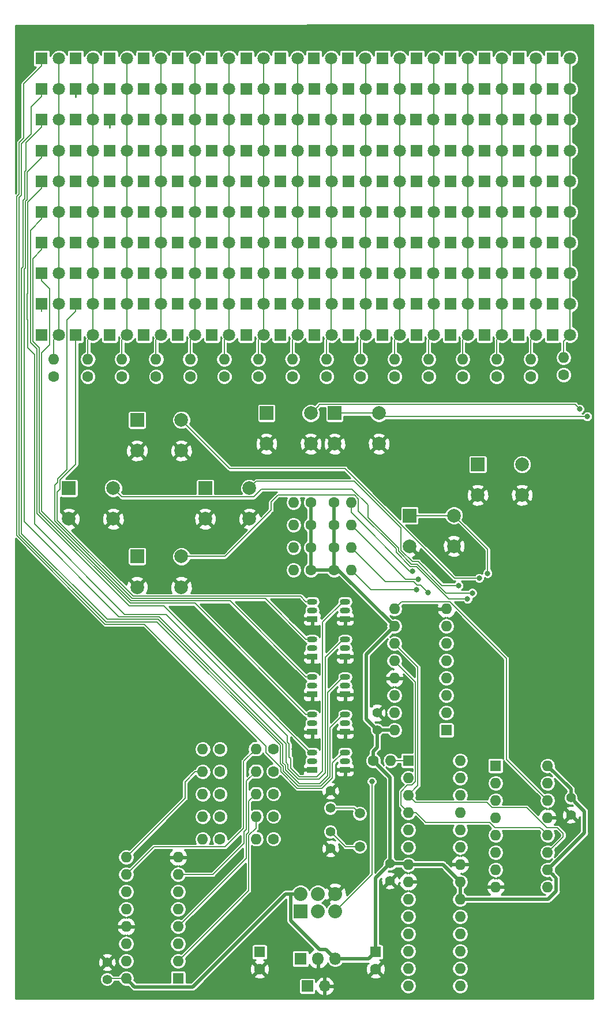
<source format=gbr>
G04 #@! TF.GenerationSoftware,KiCad,Pcbnew,(5.0.1-3-g963ef8bb5)*
G04 #@! TF.CreationDate,2019-03-29T07:41:50-05:00*
G04 #@! TF.ProjectId,HandheldGame,48616E6468656C6447616D652E6B6963,rev?*
G04 #@! TF.SameCoordinates,Original*
G04 #@! TF.FileFunction,Copper,L2,Bot,Signal*
G04 #@! TF.FilePolarity,Positive*
%FSLAX46Y46*%
G04 Gerber Fmt 4.6, Leading zero omitted, Abs format (unit mm)*
G04 Created by KiCad (PCBNEW (5.0.1-3-g963ef8bb5)) date Friday, March 29, 2019 at 07:41:50 AM*
%MOMM*%
%LPD*%
G01*
G04 APERTURE LIST*
G04 #@! TA.AperFunction,ComponentPad*
%ADD10C,1.800000*%
G04 #@! TD*
G04 #@! TA.AperFunction,ComponentPad*
%ADD11R,1.800000X1.800000*%
G04 #@! TD*
G04 #@! TA.AperFunction,ComponentPad*
%ADD12O,1.600000X1.600000*%
G04 #@! TD*
G04 #@! TA.AperFunction,ComponentPad*
%ADD13C,1.600000*%
G04 #@! TD*
G04 #@! TA.AperFunction,ComponentPad*
%ADD14C,2.032000*%
G04 #@! TD*
G04 #@! TA.AperFunction,ComponentPad*
%ADD15R,2.032000X2.032000*%
G04 #@! TD*
G04 #@! TA.AperFunction,ComponentPad*
%ADD16O,1.500000X0.900000*%
G04 #@! TD*
G04 #@! TA.AperFunction,ComponentPad*
%ADD17R,1.500000X0.900000*%
G04 #@! TD*
G04 #@! TA.AperFunction,ComponentPad*
%ADD18R,1.600000X1.600000*%
G04 #@! TD*
G04 #@! TA.AperFunction,ComponentPad*
%ADD19C,1.400000*%
G04 #@! TD*
G04 #@! TA.AperFunction,ComponentPad*
%ADD20O,1.800000X1.800000*%
G04 #@! TD*
G04 #@! TA.AperFunction,ComponentPad*
%ADD21O,1.700000X1.700000*%
G04 #@! TD*
G04 #@! TA.AperFunction,ComponentPad*
%ADD22R,1.700000X1.700000*%
G04 #@! TD*
G04 #@! TA.AperFunction,ComponentPad*
%ADD23C,2.000000*%
G04 #@! TD*
G04 #@! TA.AperFunction,ComponentPad*
%ADD24R,2.000000X2.000000*%
G04 #@! TD*
G04 #@! TA.AperFunction,ComponentPad*
%ADD25C,1.500000*%
G04 #@! TD*
G04 #@! TA.AperFunction,ViaPad*
%ADD26C,0.800000*%
G04 #@! TD*
G04 #@! TA.AperFunction,Conductor*
%ADD27C,0.152400*%
G04 #@! TD*
G04 #@! TA.AperFunction,Conductor*
%ADD28C,0.254000*%
G04 #@! TD*
G04 #@! TA.AperFunction,Conductor*
%ADD29C,0.508000*%
G04 #@! TD*
G04 APERTURE END LIST*
D10*
G04 #@! TO.P,D10,2*
G04 #@! TO.N,Net-(D1-Pad2)*
X110540000Y-67500000D03*
D11*
G04 #@! TO.P,D10,1*
G04 #@! TO.N,Net-(D10-Pad1)*
X108000000Y-67500000D03*
G04 #@! TD*
D12*
G04 #@! TO.P,R12,2*
G04 #@! TO.N,Net-(D1-Pad2)*
X109785000Y-71087000D03*
D13*
G04 #@! TO.P,R12,1*
G04 #@! TO.N,/Matrix/C0*
X109785000Y-73627000D03*
G04 #@! TD*
D12*
G04 #@! TO.P,R6,2*
G04 #@! TO.N,/Matrix/R4*
X139446000Y-128206500D03*
D13*
G04 #@! TO.P,R6,1*
G04 #@! TO.N,Net-(Q5-Pad2)*
X141986000Y-128206500D03*
G04 #@! TD*
D10*
G04 #@! TO.P,D63,2*
G04 #@! TO.N,Net-(D61-Pad2)*
X140540000Y-36000000D03*
D11*
G04 #@! TO.P,D63,1*
G04 #@! TO.N,Net-(D103-Pad1)*
X138000000Y-36000000D03*
G04 #@! TD*
D10*
G04 #@! TO.P,D152,2*
G04 #@! TO.N,Net-(D151-Pad2)*
X185540000Y-31500000D03*
D11*
G04 #@! TO.P,D152,1*
G04 #@! TO.N,Net-(D102-Pad1)*
X183000000Y-31500000D03*
G04 #@! TD*
G04 #@! TO.P,D34,1*
G04 #@! TO.N,Net-(D104-Pad1)*
X123000000Y-40500000D03*
D10*
G04 #@! TO.P,D34,2*
G04 #@! TO.N,Net-(D31-Pad2)*
X125540000Y-40500000D03*
G04 #@! TD*
D14*
G04 #@! TO.P,J2,6*
G04 #@! TO.N,GND*
X151080000Y-149460000D03*
G04 #@! TO.P,J2,5*
G04 #@! TO.N,/RESET*
X151080000Y-152000000D03*
G04 #@! TO.P,J2,4*
G04 #@! TO.N,/MOSI*
X148540000Y-149460000D03*
G04 #@! TO.P,J2,3*
G04 #@! TO.N,/SCK*
X148540000Y-152000000D03*
G04 #@! TO.P,J2,2*
G04 #@! TO.N,+5V*
X146000000Y-149460000D03*
D15*
G04 #@! TO.P,J2,1*
G04 #@! TO.N,/MISO*
X146000000Y-152000000D03*
G04 #@! TD*
D11*
G04 #@! TO.P,D1,1*
G04 #@! TO.N,Net-(D1-Pad1)*
X108000000Y-27000000D03*
D10*
G04 #@! TO.P,D1,2*
G04 #@! TO.N,Net-(D1-Pad2)*
X110540000Y-27000000D03*
G04 #@! TD*
D11*
G04 #@! TO.P,D2,1*
G04 #@! TO.N,Net-(D102-Pad1)*
X108000000Y-31500000D03*
D10*
G04 #@! TO.P,D2,2*
G04 #@! TO.N,Net-(D1-Pad2)*
X110540000Y-31500000D03*
G04 #@! TD*
D11*
G04 #@! TO.P,D3,1*
G04 #@! TO.N,Net-(D103-Pad1)*
X108000000Y-36000000D03*
D10*
G04 #@! TO.P,D3,2*
G04 #@! TO.N,Net-(D1-Pad2)*
X110540000Y-36000000D03*
G04 #@! TD*
G04 #@! TO.P,D4,2*
G04 #@! TO.N,Net-(D1-Pad2)*
X110540000Y-40500000D03*
D11*
G04 #@! TO.P,D4,1*
G04 #@! TO.N,Net-(D104-Pad1)*
X108000000Y-40500000D03*
G04 #@! TD*
D10*
G04 #@! TO.P,D5,2*
G04 #@! TO.N,Net-(D1-Pad2)*
X110540000Y-45000000D03*
D11*
G04 #@! TO.P,D5,1*
G04 #@! TO.N,Net-(D105-Pad1)*
X108000000Y-45000000D03*
G04 #@! TD*
D10*
G04 #@! TO.P,D6,2*
G04 #@! TO.N,Net-(D1-Pad2)*
X110540000Y-49500000D03*
D11*
G04 #@! TO.P,D6,1*
G04 #@! TO.N,Net-(D106-Pad1)*
X108000000Y-49500000D03*
G04 #@! TD*
D10*
G04 #@! TO.P,D7,2*
G04 #@! TO.N,Net-(D1-Pad2)*
X110540000Y-54000000D03*
D11*
G04 #@! TO.P,D7,1*
G04 #@! TO.N,Net-(D107-Pad1)*
X108000000Y-54000000D03*
G04 #@! TD*
D10*
G04 #@! TO.P,D8,2*
G04 #@! TO.N,Net-(D1-Pad2)*
X110540000Y-58500000D03*
D11*
G04 #@! TO.P,D8,1*
G04 #@! TO.N,Net-(D108-Pad1)*
X108000000Y-58500000D03*
G04 #@! TD*
D10*
G04 #@! TO.P,D9,2*
G04 #@! TO.N,Net-(D1-Pad2)*
X110540000Y-63000000D03*
D11*
G04 #@! TO.P,D9,1*
G04 #@! TO.N,Net-(D109-Pad1)*
X108000000Y-63000000D03*
G04 #@! TD*
D10*
G04 #@! TO.P,D11,2*
G04 #@! TO.N,Net-(D11-Pad2)*
X115540000Y-27000000D03*
D11*
G04 #@! TO.P,D11,1*
G04 #@! TO.N,Net-(D1-Pad1)*
X113000000Y-27000000D03*
G04 #@! TD*
D10*
G04 #@! TO.P,D12,2*
G04 #@! TO.N,Net-(D11-Pad2)*
X115540000Y-31500000D03*
D11*
G04 #@! TO.P,D12,1*
G04 #@! TO.N,Net-(D102-Pad1)*
X113000000Y-31500000D03*
G04 #@! TD*
D10*
G04 #@! TO.P,D13,2*
G04 #@! TO.N,Net-(D11-Pad2)*
X115540000Y-36000000D03*
D11*
G04 #@! TO.P,D13,1*
G04 #@! TO.N,Net-(D103-Pad1)*
X113000000Y-36000000D03*
G04 #@! TD*
G04 #@! TO.P,D14,1*
G04 #@! TO.N,Net-(D104-Pad1)*
X113000000Y-40500000D03*
D10*
G04 #@! TO.P,D14,2*
G04 #@! TO.N,Net-(D11-Pad2)*
X115540000Y-40500000D03*
G04 #@! TD*
D11*
G04 #@! TO.P,D15,1*
G04 #@! TO.N,Net-(D105-Pad1)*
X113000000Y-45000000D03*
D10*
G04 #@! TO.P,D15,2*
G04 #@! TO.N,Net-(D11-Pad2)*
X115540000Y-45000000D03*
G04 #@! TD*
D11*
G04 #@! TO.P,D16,1*
G04 #@! TO.N,Net-(D106-Pad1)*
X113000000Y-49500000D03*
D10*
G04 #@! TO.P,D16,2*
G04 #@! TO.N,Net-(D11-Pad2)*
X115540000Y-49500000D03*
G04 #@! TD*
D11*
G04 #@! TO.P,D17,1*
G04 #@! TO.N,Net-(D107-Pad1)*
X113000000Y-54000000D03*
D10*
G04 #@! TO.P,D17,2*
G04 #@! TO.N,Net-(D11-Pad2)*
X115540000Y-54000000D03*
G04 #@! TD*
D11*
G04 #@! TO.P,D18,1*
G04 #@! TO.N,Net-(D108-Pad1)*
X113000000Y-58500000D03*
D10*
G04 #@! TO.P,D18,2*
G04 #@! TO.N,Net-(D11-Pad2)*
X115540000Y-58500000D03*
G04 #@! TD*
D11*
G04 #@! TO.P,D19,1*
G04 #@! TO.N,Net-(D109-Pad1)*
X113000000Y-63000000D03*
D10*
G04 #@! TO.P,D19,2*
G04 #@! TO.N,Net-(D11-Pad2)*
X115540000Y-63000000D03*
G04 #@! TD*
D11*
G04 #@! TO.P,D20,1*
G04 #@! TO.N,Net-(D10-Pad1)*
X113000000Y-67500000D03*
D10*
G04 #@! TO.P,D20,2*
G04 #@! TO.N,Net-(D11-Pad2)*
X115540000Y-67500000D03*
G04 #@! TD*
D11*
G04 #@! TO.P,D21,1*
G04 #@! TO.N,Net-(D1-Pad1)*
X118000000Y-27000000D03*
D10*
G04 #@! TO.P,D21,2*
G04 #@! TO.N,Net-(D21-Pad2)*
X120540000Y-27000000D03*
G04 #@! TD*
D11*
G04 #@! TO.P,D22,1*
G04 #@! TO.N,Net-(D102-Pad1)*
X118000000Y-31500000D03*
D10*
G04 #@! TO.P,D22,2*
G04 #@! TO.N,Net-(D21-Pad2)*
X120540000Y-31500000D03*
G04 #@! TD*
G04 #@! TO.P,D23,2*
G04 #@! TO.N,Net-(D21-Pad2)*
X120540000Y-36000000D03*
D11*
G04 #@! TO.P,D23,1*
G04 #@! TO.N,Net-(D103-Pad1)*
X118000000Y-36000000D03*
G04 #@! TD*
D10*
G04 #@! TO.P,D24,2*
G04 #@! TO.N,Net-(D21-Pad2)*
X120540000Y-40500000D03*
D11*
G04 #@! TO.P,D24,1*
G04 #@! TO.N,Net-(D104-Pad1)*
X118000000Y-40500000D03*
G04 #@! TD*
D10*
G04 #@! TO.P,D25,2*
G04 #@! TO.N,Net-(D21-Pad2)*
X120540000Y-45000000D03*
D11*
G04 #@! TO.P,D25,1*
G04 #@! TO.N,Net-(D105-Pad1)*
X118000000Y-45000000D03*
G04 #@! TD*
D10*
G04 #@! TO.P,D26,2*
G04 #@! TO.N,Net-(D21-Pad2)*
X120540000Y-49500000D03*
D11*
G04 #@! TO.P,D26,1*
G04 #@! TO.N,Net-(D106-Pad1)*
X118000000Y-49500000D03*
G04 #@! TD*
D10*
G04 #@! TO.P,D27,2*
G04 #@! TO.N,Net-(D21-Pad2)*
X120540000Y-54000000D03*
D11*
G04 #@! TO.P,D27,1*
G04 #@! TO.N,Net-(D107-Pad1)*
X118000000Y-54000000D03*
G04 #@! TD*
D10*
G04 #@! TO.P,D28,2*
G04 #@! TO.N,Net-(D21-Pad2)*
X120540000Y-58500000D03*
D11*
G04 #@! TO.P,D28,1*
G04 #@! TO.N,Net-(D108-Pad1)*
X118000000Y-58500000D03*
G04 #@! TD*
D10*
G04 #@! TO.P,D29,2*
G04 #@! TO.N,Net-(D21-Pad2)*
X120540000Y-63000000D03*
D11*
G04 #@! TO.P,D29,1*
G04 #@! TO.N,Net-(D109-Pad1)*
X118000000Y-63000000D03*
G04 #@! TD*
D10*
G04 #@! TO.P,D30,2*
G04 #@! TO.N,Net-(D21-Pad2)*
X120540000Y-67500000D03*
D11*
G04 #@! TO.P,D30,1*
G04 #@! TO.N,Net-(D10-Pad1)*
X118000000Y-67500000D03*
G04 #@! TD*
D10*
G04 #@! TO.P,D31,2*
G04 #@! TO.N,Net-(D31-Pad2)*
X125540000Y-27000000D03*
D11*
G04 #@! TO.P,D31,1*
G04 #@! TO.N,Net-(D1-Pad1)*
X123000000Y-27000000D03*
G04 #@! TD*
D10*
G04 #@! TO.P,D32,2*
G04 #@! TO.N,Net-(D31-Pad2)*
X125540000Y-31500000D03*
D11*
G04 #@! TO.P,D32,1*
G04 #@! TO.N,Net-(D102-Pad1)*
X123000000Y-31500000D03*
G04 #@! TD*
G04 #@! TO.P,D33,1*
G04 #@! TO.N,Net-(D103-Pad1)*
X123000000Y-36000000D03*
D10*
G04 #@! TO.P,D33,2*
G04 #@! TO.N,Net-(D31-Pad2)*
X125540000Y-36000000D03*
G04 #@! TD*
D11*
G04 #@! TO.P,D35,1*
G04 #@! TO.N,Net-(D105-Pad1)*
X123000000Y-45000000D03*
D10*
G04 #@! TO.P,D35,2*
G04 #@! TO.N,Net-(D31-Pad2)*
X125540000Y-45000000D03*
G04 #@! TD*
D11*
G04 #@! TO.P,D36,1*
G04 #@! TO.N,Net-(D106-Pad1)*
X123000000Y-49500000D03*
D10*
G04 #@! TO.P,D36,2*
G04 #@! TO.N,Net-(D31-Pad2)*
X125540000Y-49500000D03*
G04 #@! TD*
D11*
G04 #@! TO.P,D37,1*
G04 #@! TO.N,Net-(D107-Pad1)*
X123000000Y-54000000D03*
D10*
G04 #@! TO.P,D37,2*
G04 #@! TO.N,Net-(D31-Pad2)*
X125540000Y-54000000D03*
G04 #@! TD*
D11*
G04 #@! TO.P,D38,1*
G04 #@! TO.N,Net-(D108-Pad1)*
X123000000Y-58500000D03*
D10*
G04 #@! TO.P,D38,2*
G04 #@! TO.N,Net-(D31-Pad2)*
X125540000Y-58500000D03*
G04 #@! TD*
D11*
G04 #@! TO.P,D39,1*
G04 #@! TO.N,Net-(D109-Pad1)*
X123000000Y-63000000D03*
D10*
G04 #@! TO.P,D39,2*
G04 #@! TO.N,Net-(D31-Pad2)*
X125540000Y-63000000D03*
G04 #@! TD*
D11*
G04 #@! TO.P,D40,1*
G04 #@! TO.N,Net-(D10-Pad1)*
X123000000Y-67500000D03*
D10*
G04 #@! TO.P,D40,2*
G04 #@! TO.N,Net-(D31-Pad2)*
X125540000Y-67500000D03*
G04 #@! TD*
D11*
G04 #@! TO.P,D41,1*
G04 #@! TO.N,Net-(D1-Pad1)*
X128000000Y-27000000D03*
D10*
G04 #@! TO.P,D41,2*
G04 #@! TO.N,Net-(D41-Pad2)*
X130540000Y-27000000D03*
G04 #@! TD*
D11*
G04 #@! TO.P,D42,1*
G04 #@! TO.N,Net-(D102-Pad1)*
X128000000Y-31500000D03*
D10*
G04 #@! TO.P,D42,2*
G04 #@! TO.N,Net-(D41-Pad2)*
X130540000Y-31500000D03*
G04 #@! TD*
G04 #@! TO.P,D43,2*
G04 #@! TO.N,Net-(D41-Pad2)*
X130540000Y-36000000D03*
D11*
G04 #@! TO.P,D43,1*
G04 #@! TO.N,Net-(D103-Pad1)*
X128000000Y-36000000D03*
G04 #@! TD*
D10*
G04 #@! TO.P,D44,2*
G04 #@! TO.N,Net-(D41-Pad2)*
X130540000Y-40500000D03*
D11*
G04 #@! TO.P,D44,1*
G04 #@! TO.N,Net-(D104-Pad1)*
X128000000Y-40500000D03*
G04 #@! TD*
D10*
G04 #@! TO.P,D45,2*
G04 #@! TO.N,Net-(D41-Pad2)*
X130540000Y-45000000D03*
D11*
G04 #@! TO.P,D45,1*
G04 #@! TO.N,Net-(D105-Pad1)*
X128000000Y-45000000D03*
G04 #@! TD*
D10*
G04 #@! TO.P,D46,2*
G04 #@! TO.N,Net-(D41-Pad2)*
X130540000Y-49500000D03*
D11*
G04 #@! TO.P,D46,1*
G04 #@! TO.N,Net-(D106-Pad1)*
X128000000Y-49500000D03*
G04 #@! TD*
D10*
G04 #@! TO.P,D47,2*
G04 #@! TO.N,Net-(D41-Pad2)*
X130540000Y-54000000D03*
D11*
G04 #@! TO.P,D47,1*
G04 #@! TO.N,Net-(D107-Pad1)*
X128000000Y-54000000D03*
G04 #@! TD*
D10*
G04 #@! TO.P,D48,2*
G04 #@! TO.N,Net-(D41-Pad2)*
X130540000Y-58500000D03*
D11*
G04 #@! TO.P,D48,1*
G04 #@! TO.N,Net-(D108-Pad1)*
X128000000Y-58500000D03*
G04 #@! TD*
D10*
G04 #@! TO.P,D49,2*
G04 #@! TO.N,Net-(D41-Pad2)*
X130540000Y-63000000D03*
D11*
G04 #@! TO.P,D49,1*
G04 #@! TO.N,Net-(D109-Pad1)*
X128000000Y-63000000D03*
G04 #@! TD*
D10*
G04 #@! TO.P,D50,2*
G04 #@! TO.N,Net-(D41-Pad2)*
X130540000Y-67500000D03*
D11*
G04 #@! TO.P,D50,1*
G04 #@! TO.N,Net-(D10-Pad1)*
X128000000Y-67500000D03*
G04 #@! TD*
D10*
G04 #@! TO.P,D51,2*
G04 #@! TO.N,Net-(D51-Pad2)*
X135540000Y-27000000D03*
D11*
G04 #@! TO.P,D51,1*
G04 #@! TO.N,Net-(D1-Pad1)*
X133000000Y-27000000D03*
G04 #@! TD*
D10*
G04 #@! TO.P,D52,2*
G04 #@! TO.N,Net-(D51-Pad2)*
X135540000Y-31500000D03*
D11*
G04 #@! TO.P,D52,1*
G04 #@! TO.N,Net-(D102-Pad1)*
X133000000Y-31500000D03*
G04 #@! TD*
G04 #@! TO.P,D53,1*
G04 #@! TO.N,Net-(D103-Pad1)*
X133000000Y-36000000D03*
D10*
G04 #@! TO.P,D53,2*
G04 #@! TO.N,Net-(D51-Pad2)*
X135540000Y-36000000D03*
G04 #@! TD*
D11*
G04 #@! TO.P,D54,1*
G04 #@! TO.N,Net-(D104-Pad1)*
X133000000Y-40500000D03*
D10*
G04 #@! TO.P,D54,2*
G04 #@! TO.N,Net-(D51-Pad2)*
X135540000Y-40500000D03*
G04 #@! TD*
D11*
G04 #@! TO.P,D55,1*
G04 #@! TO.N,Net-(D105-Pad1)*
X133000000Y-45000000D03*
D10*
G04 #@! TO.P,D55,2*
G04 #@! TO.N,Net-(D51-Pad2)*
X135540000Y-45000000D03*
G04 #@! TD*
D11*
G04 #@! TO.P,D56,1*
G04 #@! TO.N,Net-(D106-Pad1)*
X133000000Y-49500000D03*
D10*
G04 #@! TO.P,D56,2*
G04 #@! TO.N,Net-(D51-Pad2)*
X135540000Y-49500000D03*
G04 #@! TD*
D11*
G04 #@! TO.P,D57,1*
G04 #@! TO.N,Net-(D107-Pad1)*
X133000000Y-54000000D03*
D10*
G04 #@! TO.P,D57,2*
G04 #@! TO.N,Net-(D51-Pad2)*
X135540000Y-54000000D03*
G04 #@! TD*
D11*
G04 #@! TO.P,D58,1*
G04 #@! TO.N,Net-(D108-Pad1)*
X133000000Y-58500000D03*
D10*
G04 #@! TO.P,D58,2*
G04 #@! TO.N,Net-(D51-Pad2)*
X135540000Y-58500000D03*
G04 #@! TD*
D11*
G04 #@! TO.P,D59,1*
G04 #@! TO.N,Net-(D109-Pad1)*
X133000000Y-63000000D03*
D10*
G04 #@! TO.P,D59,2*
G04 #@! TO.N,Net-(D51-Pad2)*
X135540000Y-63000000D03*
G04 #@! TD*
D11*
G04 #@! TO.P,D60,1*
G04 #@! TO.N,Net-(D10-Pad1)*
X133000000Y-67500000D03*
D10*
G04 #@! TO.P,D60,2*
G04 #@! TO.N,Net-(D51-Pad2)*
X135540000Y-67500000D03*
G04 #@! TD*
D11*
G04 #@! TO.P,D61,1*
G04 #@! TO.N,Net-(D1-Pad1)*
X138000000Y-27000000D03*
D10*
G04 #@! TO.P,D61,2*
G04 #@! TO.N,Net-(D61-Pad2)*
X140540000Y-27000000D03*
G04 #@! TD*
D11*
G04 #@! TO.P,D62,1*
G04 #@! TO.N,Net-(D102-Pad1)*
X138000000Y-31500000D03*
D10*
G04 #@! TO.P,D62,2*
G04 #@! TO.N,Net-(D61-Pad2)*
X140540000Y-31500000D03*
G04 #@! TD*
G04 #@! TO.P,D64,2*
G04 #@! TO.N,Net-(D61-Pad2)*
X140540000Y-40500000D03*
D11*
G04 #@! TO.P,D64,1*
G04 #@! TO.N,Net-(D104-Pad1)*
X138000000Y-40500000D03*
G04 #@! TD*
D10*
G04 #@! TO.P,D65,2*
G04 #@! TO.N,Net-(D61-Pad2)*
X140540000Y-45000000D03*
D11*
G04 #@! TO.P,D65,1*
G04 #@! TO.N,Net-(D105-Pad1)*
X138000000Y-45000000D03*
G04 #@! TD*
D10*
G04 #@! TO.P,D66,2*
G04 #@! TO.N,Net-(D61-Pad2)*
X140540000Y-49500000D03*
D11*
G04 #@! TO.P,D66,1*
G04 #@! TO.N,Net-(D106-Pad1)*
X138000000Y-49500000D03*
G04 #@! TD*
D10*
G04 #@! TO.P,D67,2*
G04 #@! TO.N,Net-(D61-Pad2)*
X140540000Y-54000000D03*
D11*
G04 #@! TO.P,D67,1*
G04 #@! TO.N,Net-(D107-Pad1)*
X138000000Y-54000000D03*
G04 #@! TD*
D10*
G04 #@! TO.P,D68,2*
G04 #@! TO.N,Net-(D61-Pad2)*
X140540000Y-58500000D03*
D11*
G04 #@! TO.P,D68,1*
G04 #@! TO.N,Net-(D108-Pad1)*
X138000000Y-58500000D03*
G04 #@! TD*
D10*
G04 #@! TO.P,D69,2*
G04 #@! TO.N,Net-(D61-Pad2)*
X140540000Y-63000000D03*
D11*
G04 #@! TO.P,D69,1*
G04 #@! TO.N,Net-(D109-Pad1)*
X138000000Y-63000000D03*
G04 #@! TD*
D10*
G04 #@! TO.P,D70,2*
G04 #@! TO.N,Net-(D61-Pad2)*
X140540000Y-67500000D03*
D11*
G04 #@! TO.P,D70,1*
G04 #@! TO.N,Net-(D10-Pad1)*
X138000000Y-67500000D03*
G04 #@! TD*
D10*
G04 #@! TO.P,D71,2*
G04 #@! TO.N,Net-(D71-Pad2)*
X145540000Y-27000000D03*
D11*
G04 #@! TO.P,D71,1*
G04 #@! TO.N,Net-(D1-Pad1)*
X143000000Y-27000000D03*
G04 #@! TD*
D10*
G04 #@! TO.P,D72,2*
G04 #@! TO.N,Net-(D71-Pad2)*
X145540000Y-31500000D03*
D11*
G04 #@! TO.P,D72,1*
G04 #@! TO.N,Net-(D102-Pad1)*
X143000000Y-31500000D03*
G04 #@! TD*
G04 #@! TO.P,D73,1*
G04 #@! TO.N,Net-(D103-Pad1)*
X143000000Y-36000000D03*
D10*
G04 #@! TO.P,D73,2*
G04 #@! TO.N,Net-(D71-Pad2)*
X145540000Y-36000000D03*
G04 #@! TD*
D11*
G04 #@! TO.P,D74,1*
G04 #@! TO.N,Net-(D104-Pad1)*
X143000000Y-40500000D03*
D10*
G04 #@! TO.P,D74,2*
G04 #@! TO.N,Net-(D71-Pad2)*
X145540000Y-40500000D03*
G04 #@! TD*
D11*
G04 #@! TO.P,D75,1*
G04 #@! TO.N,Net-(D105-Pad1)*
X143000000Y-45000000D03*
D10*
G04 #@! TO.P,D75,2*
G04 #@! TO.N,Net-(D71-Pad2)*
X145540000Y-45000000D03*
G04 #@! TD*
D11*
G04 #@! TO.P,D76,1*
G04 #@! TO.N,Net-(D106-Pad1)*
X143000000Y-49500000D03*
D10*
G04 #@! TO.P,D76,2*
G04 #@! TO.N,Net-(D71-Pad2)*
X145540000Y-49500000D03*
G04 #@! TD*
D11*
G04 #@! TO.P,D77,1*
G04 #@! TO.N,Net-(D107-Pad1)*
X143000000Y-54000000D03*
D10*
G04 #@! TO.P,D77,2*
G04 #@! TO.N,Net-(D71-Pad2)*
X145540000Y-54000000D03*
G04 #@! TD*
D11*
G04 #@! TO.P,D78,1*
G04 #@! TO.N,Net-(D108-Pad1)*
X143000000Y-58500000D03*
D10*
G04 #@! TO.P,D78,2*
G04 #@! TO.N,Net-(D71-Pad2)*
X145540000Y-58500000D03*
G04 #@! TD*
D11*
G04 #@! TO.P,D79,1*
G04 #@! TO.N,Net-(D109-Pad1)*
X143000000Y-63000000D03*
D10*
G04 #@! TO.P,D79,2*
G04 #@! TO.N,Net-(D71-Pad2)*
X145540000Y-63000000D03*
G04 #@! TD*
D11*
G04 #@! TO.P,D80,1*
G04 #@! TO.N,Net-(D10-Pad1)*
X143000000Y-67500000D03*
D10*
G04 #@! TO.P,D80,2*
G04 #@! TO.N,Net-(D71-Pad2)*
X145540000Y-67500000D03*
G04 #@! TD*
D11*
G04 #@! TO.P,D81,1*
G04 #@! TO.N,Net-(D1-Pad1)*
X147960000Y-27000000D03*
D10*
G04 #@! TO.P,D81,2*
G04 #@! TO.N,Net-(D81-Pad2)*
X150500000Y-27000000D03*
G04 #@! TD*
D11*
G04 #@! TO.P,D82,1*
G04 #@! TO.N,Net-(D102-Pad1)*
X148000000Y-31500000D03*
D10*
G04 #@! TO.P,D82,2*
G04 #@! TO.N,Net-(D81-Pad2)*
X150540000Y-31500000D03*
G04 #@! TD*
G04 #@! TO.P,D83,2*
G04 #@! TO.N,Net-(D81-Pad2)*
X150500000Y-36000000D03*
D11*
G04 #@! TO.P,D83,1*
G04 #@! TO.N,Net-(D103-Pad1)*
X147960000Y-36000000D03*
G04 #@! TD*
D10*
G04 #@! TO.P,D84,2*
G04 #@! TO.N,Net-(D81-Pad2)*
X150540000Y-40500000D03*
D11*
G04 #@! TO.P,D84,1*
G04 #@! TO.N,Net-(D104-Pad1)*
X148000000Y-40500000D03*
G04 #@! TD*
D10*
G04 #@! TO.P,D85,2*
G04 #@! TO.N,Net-(D81-Pad2)*
X150540000Y-45000000D03*
D11*
G04 #@! TO.P,D85,1*
G04 #@! TO.N,Net-(D105-Pad1)*
X148000000Y-45000000D03*
G04 #@! TD*
D10*
G04 #@! TO.P,D86,2*
G04 #@! TO.N,Net-(D81-Pad2)*
X150540000Y-49500000D03*
D11*
G04 #@! TO.P,D86,1*
G04 #@! TO.N,Net-(D106-Pad1)*
X148000000Y-49500000D03*
G04 #@! TD*
D10*
G04 #@! TO.P,D87,2*
G04 #@! TO.N,Net-(D81-Pad2)*
X150500000Y-54000000D03*
D11*
G04 #@! TO.P,D87,1*
G04 #@! TO.N,Net-(D107-Pad1)*
X147960000Y-54000000D03*
G04 #@! TD*
D10*
G04 #@! TO.P,D88,2*
G04 #@! TO.N,Net-(D81-Pad2)*
X150540000Y-58500000D03*
D11*
G04 #@! TO.P,D88,1*
G04 #@! TO.N,Net-(D108-Pad1)*
X148000000Y-58500000D03*
G04 #@! TD*
D10*
G04 #@! TO.P,D89,2*
G04 #@! TO.N,Net-(D81-Pad2)*
X150540000Y-63000000D03*
D11*
G04 #@! TO.P,D89,1*
G04 #@! TO.N,Net-(D109-Pad1)*
X148000000Y-63000000D03*
G04 #@! TD*
D10*
G04 #@! TO.P,D90,2*
G04 #@! TO.N,Net-(D81-Pad2)*
X150540000Y-67500000D03*
D11*
G04 #@! TO.P,D90,1*
G04 #@! TO.N,Net-(D10-Pad1)*
X148000000Y-67500000D03*
G04 #@! TD*
D10*
G04 #@! TO.P,D91,2*
G04 #@! TO.N,Net-(D100-Pad2)*
X155500000Y-27000000D03*
D11*
G04 #@! TO.P,D91,1*
G04 #@! TO.N,Net-(D1-Pad1)*
X152960000Y-27000000D03*
G04 #@! TD*
D10*
G04 #@! TO.P,D92,2*
G04 #@! TO.N,Net-(D100-Pad2)*
X155540000Y-31500000D03*
D11*
G04 #@! TO.P,D92,1*
G04 #@! TO.N,Net-(D102-Pad1)*
X153000000Y-31500000D03*
G04 #@! TD*
G04 #@! TO.P,D93,1*
G04 #@! TO.N,Net-(D103-Pad1)*
X153000000Y-36000000D03*
D10*
G04 #@! TO.P,D93,2*
G04 #@! TO.N,Net-(D100-Pad2)*
X155540000Y-36000000D03*
G04 #@! TD*
D11*
G04 #@! TO.P,D94,1*
G04 #@! TO.N,Net-(D104-Pad1)*
X153000000Y-40500000D03*
D10*
G04 #@! TO.P,D94,2*
G04 #@! TO.N,Net-(D100-Pad2)*
X155540000Y-40500000D03*
G04 #@! TD*
D11*
G04 #@! TO.P,D95,1*
G04 #@! TO.N,Net-(D105-Pad1)*
X153000000Y-45000000D03*
D10*
G04 #@! TO.P,D95,2*
G04 #@! TO.N,Net-(D100-Pad2)*
X155540000Y-45000000D03*
G04 #@! TD*
D11*
G04 #@! TO.P,D96,1*
G04 #@! TO.N,Net-(D106-Pad1)*
X153000000Y-49500000D03*
D10*
G04 #@! TO.P,D96,2*
G04 #@! TO.N,Net-(D100-Pad2)*
X155540000Y-49500000D03*
G04 #@! TD*
D11*
G04 #@! TO.P,D97,1*
G04 #@! TO.N,Net-(D107-Pad1)*
X152960000Y-54000000D03*
D10*
G04 #@! TO.P,D97,2*
G04 #@! TO.N,Net-(D100-Pad2)*
X155500000Y-54000000D03*
G04 #@! TD*
D11*
G04 #@! TO.P,D98,1*
G04 #@! TO.N,Net-(D108-Pad1)*
X153000000Y-58500000D03*
D10*
G04 #@! TO.P,D98,2*
G04 #@! TO.N,Net-(D100-Pad2)*
X155540000Y-58500000D03*
G04 #@! TD*
D11*
G04 #@! TO.P,D99,1*
G04 #@! TO.N,Net-(D109-Pad1)*
X153000000Y-63000000D03*
D10*
G04 #@! TO.P,D99,2*
G04 #@! TO.N,Net-(D100-Pad2)*
X155540000Y-63000000D03*
G04 #@! TD*
D11*
G04 #@! TO.P,D100,1*
G04 #@! TO.N,Net-(D10-Pad1)*
X153000000Y-67500000D03*
D10*
G04 #@! TO.P,D100,2*
G04 #@! TO.N,Net-(D100-Pad2)*
X155540000Y-67500000D03*
G04 #@! TD*
D11*
G04 #@! TO.P,D101,1*
G04 #@! TO.N,Net-(D1-Pad1)*
X158000000Y-27000000D03*
D10*
G04 #@! TO.P,D101,2*
G04 #@! TO.N,Net-(D101-Pad2)*
X160540000Y-27000000D03*
G04 #@! TD*
D11*
G04 #@! TO.P,D102,1*
G04 #@! TO.N,Net-(D102-Pad1)*
X158000000Y-31500000D03*
D10*
G04 #@! TO.P,D102,2*
G04 #@! TO.N,Net-(D101-Pad2)*
X160540000Y-31500000D03*
G04 #@! TD*
G04 #@! TO.P,D103,2*
G04 #@! TO.N,Net-(D101-Pad2)*
X160540000Y-36000000D03*
D11*
G04 #@! TO.P,D103,1*
G04 #@! TO.N,Net-(D103-Pad1)*
X158000000Y-36000000D03*
G04 #@! TD*
D10*
G04 #@! TO.P,D104,2*
G04 #@! TO.N,Net-(D101-Pad2)*
X160540000Y-40500000D03*
D11*
G04 #@! TO.P,D104,1*
G04 #@! TO.N,Net-(D104-Pad1)*
X158000000Y-40500000D03*
G04 #@! TD*
D10*
G04 #@! TO.P,D105,2*
G04 #@! TO.N,Net-(D101-Pad2)*
X160540000Y-45000000D03*
D11*
G04 #@! TO.P,D105,1*
G04 #@! TO.N,Net-(D105-Pad1)*
X158000000Y-45000000D03*
G04 #@! TD*
D10*
G04 #@! TO.P,D106,2*
G04 #@! TO.N,Net-(D101-Pad2)*
X160540000Y-49500000D03*
D11*
G04 #@! TO.P,D106,1*
G04 #@! TO.N,Net-(D106-Pad1)*
X158000000Y-49500000D03*
G04 #@! TD*
D10*
G04 #@! TO.P,D107,2*
G04 #@! TO.N,Net-(D101-Pad2)*
X160540000Y-54000000D03*
D11*
G04 #@! TO.P,D107,1*
G04 #@! TO.N,Net-(D107-Pad1)*
X158000000Y-54000000D03*
G04 #@! TD*
D10*
G04 #@! TO.P,D108,2*
G04 #@! TO.N,Net-(D101-Pad2)*
X160540000Y-58500000D03*
D11*
G04 #@! TO.P,D108,1*
G04 #@! TO.N,Net-(D108-Pad1)*
X158000000Y-58500000D03*
G04 #@! TD*
D10*
G04 #@! TO.P,D109,2*
G04 #@! TO.N,Net-(D101-Pad2)*
X160500000Y-63000000D03*
D11*
G04 #@! TO.P,D109,1*
G04 #@! TO.N,Net-(D109-Pad1)*
X157960000Y-63000000D03*
G04 #@! TD*
D10*
G04 #@! TO.P,D110,2*
G04 #@! TO.N,Net-(D101-Pad2)*
X160540000Y-67500000D03*
D11*
G04 #@! TO.P,D110,1*
G04 #@! TO.N,Net-(D10-Pad1)*
X158000000Y-67500000D03*
G04 #@! TD*
D10*
G04 #@! TO.P,D111,2*
G04 #@! TO.N,Net-(D111-Pad2)*
X165540000Y-27000000D03*
D11*
G04 #@! TO.P,D111,1*
G04 #@! TO.N,Net-(D1-Pad1)*
X163000000Y-27000000D03*
G04 #@! TD*
D10*
G04 #@! TO.P,D112,2*
G04 #@! TO.N,Net-(D111-Pad2)*
X165540000Y-31500000D03*
D11*
G04 #@! TO.P,D112,1*
G04 #@! TO.N,Net-(D102-Pad1)*
X163000000Y-31500000D03*
G04 #@! TD*
G04 #@! TO.P,D113,1*
G04 #@! TO.N,Net-(D103-Pad1)*
X162960000Y-36000000D03*
D10*
G04 #@! TO.P,D113,2*
G04 #@! TO.N,Net-(D111-Pad2)*
X165500000Y-36000000D03*
G04 #@! TD*
D11*
G04 #@! TO.P,D114,1*
G04 #@! TO.N,Net-(D104-Pad1)*
X163000000Y-40500000D03*
D10*
G04 #@! TO.P,D114,2*
G04 #@! TO.N,Net-(D111-Pad2)*
X165540000Y-40500000D03*
G04 #@! TD*
D11*
G04 #@! TO.P,D115,1*
G04 #@! TO.N,Net-(D105-Pad1)*
X163000000Y-45000000D03*
D10*
G04 #@! TO.P,D115,2*
G04 #@! TO.N,Net-(D111-Pad2)*
X165540000Y-45000000D03*
G04 #@! TD*
D11*
G04 #@! TO.P,D116,1*
G04 #@! TO.N,Net-(D106-Pad1)*
X163000000Y-49500000D03*
D10*
G04 #@! TO.P,D116,2*
G04 #@! TO.N,Net-(D111-Pad2)*
X165540000Y-49500000D03*
G04 #@! TD*
D11*
G04 #@! TO.P,D117,1*
G04 #@! TO.N,Net-(D107-Pad1)*
X163000000Y-54000000D03*
D10*
G04 #@! TO.P,D117,2*
G04 #@! TO.N,Net-(D111-Pad2)*
X165540000Y-54000000D03*
G04 #@! TD*
D11*
G04 #@! TO.P,D118,1*
G04 #@! TO.N,Net-(D108-Pad1)*
X162960000Y-58500000D03*
D10*
G04 #@! TO.P,D118,2*
G04 #@! TO.N,Net-(D111-Pad2)*
X165500000Y-58500000D03*
G04 #@! TD*
D11*
G04 #@! TO.P,D119,1*
G04 #@! TO.N,Net-(D109-Pad1)*
X163000000Y-63000000D03*
D10*
G04 #@! TO.P,D119,2*
G04 #@! TO.N,Net-(D111-Pad2)*
X165540000Y-63000000D03*
G04 #@! TD*
D11*
G04 #@! TO.P,D120,1*
G04 #@! TO.N,Net-(D10-Pad1)*
X163000000Y-67500000D03*
D10*
G04 #@! TO.P,D120,2*
G04 #@! TO.N,Net-(D111-Pad2)*
X165540000Y-67500000D03*
G04 #@! TD*
D11*
G04 #@! TO.P,D121,1*
G04 #@! TO.N,Net-(D1-Pad1)*
X168000000Y-27000000D03*
D10*
G04 #@! TO.P,D121,2*
G04 #@! TO.N,Net-(D121-Pad2)*
X170540000Y-27000000D03*
G04 #@! TD*
D11*
G04 #@! TO.P,D122,1*
G04 #@! TO.N,Net-(D102-Pad1)*
X168000000Y-31500000D03*
D10*
G04 #@! TO.P,D122,2*
G04 #@! TO.N,Net-(D121-Pad2)*
X170540000Y-31500000D03*
G04 #@! TD*
G04 #@! TO.P,D123,2*
G04 #@! TO.N,Net-(D121-Pad2)*
X170540000Y-36000000D03*
D11*
G04 #@! TO.P,D123,1*
G04 #@! TO.N,Net-(D103-Pad1)*
X168000000Y-36000000D03*
G04 #@! TD*
D10*
G04 #@! TO.P,D124,2*
G04 #@! TO.N,Net-(D121-Pad2)*
X170540000Y-40500000D03*
D11*
G04 #@! TO.P,D124,1*
G04 #@! TO.N,Net-(D104-Pad1)*
X168000000Y-40500000D03*
G04 #@! TD*
D10*
G04 #@! TO.P,D125,2*
G04 #@! TO.N,Net-(D121-Pad2)*
X170540000Y-45000000D03*
D11*
G04 #@! TO.P,D125,1*
G04 #@! TO.N,Net-(D105-Pad1)*
X168000000Y-45000000D03*
G04 #@! TD*
D10*
G04 #@! TO.P,D126,2*
G04 #@! TO.N,Net-(D121-Pad2)*
X170540000Y-49500000D03*
D11*
G04 #@! TO.P,D126,1*
G04 #@! TO.N,Net-(D106-Pad1)*
X168000000Y-49500000D03*
G04 #@! TD*
D10*
G04 #@! TO.P,D127,2*
G04 #@! TO.N,Net-(D121-Pad2)*
X170540000Y-54000000D03*
D11*
G04 #@! TO.P,D127,1*
G04 #@! TO.N,Net-(D107-Pad1)*
X168000000Y-54000000D03*
G04 #@! TD*
D10*
G04 #@! TO.P,D128,2*
G04 #@! TO.N,Net-(D121-Pad2)*
X170540000Y-58500000D03*
D11*
G04 #@! TO.P,D128,1*
G04 #@! TO.N,Net-(D108-Pad1)*
X168000000Y-58500000D03*
G04 #@! TD*
D10*
G04 #@! TO.P,D129,2*
G04 #@! TO.N,Net-(D121-Pad2)*
X170540000Y-63000000D03*
D11*
G04 #@! TO.P,D129,1*
G04 #@! TO.N,Net-(D109-Pad1)*
X168000000Y-63000000D03*
G04 #@! TD*
D10*
G04 #@! TO.P,D130,2*
G04 #@! TO.N,Net-(D121-Pad2)*
X170540000Y-67500000D03*
D11*
G04 #@! TO.P,D130,1*
G04 #@! TO.N,Net-(D10-Pad1)*
X168000000Y-67500000D03*
G04 #@! TD*
D10*
G04 #@! TO.P,D131,2*
G04 #@! TO.N,Net-(D131-Pad2)*
X175540000Y-27000000D03*
D11*
G04 #@! TO.P,D131,1*
G04 #@! TO.N,Net-(D1-Pad1)*
X173000000Y-27000000D03*
G04 #@! TD*
D10*
G04 #@! TO.P,D132,2*
G04 #@! TO.N,Net-(D131-Pad2)*
X175540000Y-31500000D03*
D11*
G04 #@! TO.P,D132,1*
G04 #@! TO.N,Net-(D102-Pad1)*
X173000000Y-31500000D03*
G04 #@! TD*
G04 #@! TO.P,D133,1*
G04 #@! TO.N,Net-(D103-Pad1)*
X173000000Y-36000000D03*
D10*
G04 #@! TO.P,D133,2*
G04 #@! TO.N,Net-(D131-Pad2)*
X175540000Y-36000000D03*
G04 #@! TD*
D11*
G04 #@! TO.P,D134,1*
G04 #@! TO.N,Net-(D104-Pad1)*
X173000000Y-40500000D03*
D10*
G04 #@! TO.P,D134,2*
G04 #@! TO.N,Net-(D131-Pad2)*
X175540000Y-40500000D03*
G04 #@! TD*
D11*
G04 #@! TO.P,D135,1*
G04 #@! TO.N,Net-(D105-Pad1)*
X173000000Y-45000000D03*
D10*
G04 #@! TO.P,D135,2*
G04 #@! TO.N,Net-(D131-Pad2)*
X175540000Y-45000000D03*
G04 #@! TD*
D11*
G04 #@! TO.P,D136,1*
G04 #@! TO.N,Net-(D106-Pad1)*
X173000000Y-49500000D03*
D10*
G04 #@! TO.P,D136,2*
G04 #@! TO.N,Net-(D131-Pad2)*
X175540000Y-49500000D03*
G04 #@! TD*
D11*
G04 #@! TO.P,D137,1*
G04 #@! TO.N,Net-(D107-Pad1)*
X173000000Y-54000000D03*
D10*
G04 #@! TO.P,D137,2*
G04 #@! TO.N,Net-(D131-Pad2)*
X175540000Y-54000000D03*
G04 #@! TD*
D11*
G04 #@! TO.P,D138,1*
G04 #@! TO.N,Net-(D108-Pad1)*
X173000000Y-58500000D03*
D10*
G04 #@! TO.P,D138,2*
G04 #@! TO.N,Net-(D131-Pad2)*
X175540000Y-58500000D03*
G04 #@! TD*
D11*
G04 #@! TO.P,D139,1*
G04 #@! TO.N,Net-(D109-Pad1)*
X173000000Y-63000000D03*
D10*
G04 #@! TO.P,D139,2*
G04 #@! TO.N,Net-(D131-Pad2)*
X175540000Y-63000000D03*
G04 #@! TD*
D11*
G04 #@! TO.P,D140,1*
G04 #@! TO.N,Net-(D10-Pad1)*
X173000000Y-67500000D03*
D10*
G04 #@! TO.P,D140,2*
G04 #@! TO.N,Net-(D131-Pad2)*
X175540000Y-67500000D03*
G04 #@! TD*
D11*
G04 #@! TO.P,D141,1*
G04 #@! TO.N,Net-(D1-Pad1)*
X178000000Y-27000000D03*
D10*
G04 #@! TO.P,D141,2*
G04 #@! TO.N,Net-(D141-Pad2)*
X180540000Y-27000000D03*
G04 #@! TD*
D11*
G04 #@! TO.P,D142,1*
G04 #@! TO.N,Net-(D102-Pad1)*
X178000000Y-31500000D03*
D10*
G04 #@! TO.P,D142,2*
G04 #@! TO.N,Net-(D141-Pad2)*
X180540000Y-31500000D03*
G04 #@! TD*
G04 #@! TO.P,D143,2*
G04 #@! TO.N,Net-(D141-Pad2)*
X180540000Y-36000000D03*
D11*
G04 #@! TO.P,D143,1*
G04 #@! TO.N,Net-(D103-Pad1)*
X178000000Y-36000000D03*
G04 #@! TD*
D10*
G04 #@! TO.P,D144,2*
G04 #@! TO.N,Net-(D141-Pad2)*
X180540000Y-40500000D03*
D11*
G04 #@! TO.P,D144,1*
G04 #@! TO.N,Net-(D104-Pad1)*
X178000000Y-40500000D03*
G04 #@! TD*
D10*
G04 #@! TO.P,D145,2*
G04 #@! TO.N,Net-(D141-Pad2)*
X180540000Y-45000000D03*
D11*
G04 #@! TO.P,D145,1*
G04 #@! TO.N,Net-(D105-Pad1)*
X178000000Y-45000000D03*
G04 #@! TD*
D10*
G04 #@! TO.P,D146,2*
G04 #@! TO.N,Net-(D141-Pad2)*
X180540000Y-49500000D03*
D11*
G04 #@! TO.P,D146,1*
G04 #@! TO.N,Net-(D106-Pad1)*
X178000000Y-49500000D03*
G04 #@! TD*
D10*
G04 #@! TO.P,D147,2*
G04 #@! TO.N,Net-(D141-Pad2)*
X180540000Y-54000000D03*
D11*
G04 #@! TO.P,D147,1*
G04 #@! TO.N,Net-(D107-Pad1)*
X178000000Y-54000000D03*
G04 #@! TD*
D10*
G04 #@! TO.P,D148,2*
G04 #@! TO.N,Net-(D141-Pad2)*
X180540000Y-58500000D03*
D11*
G04 #@! TO.P,D148,1*
G04 #@! TO.N,Net-(D108-Pad1)*
X178000000Y-58500000D03*
G04 #@! TD*
D10*
G04 #@! TO.P,D149,2*
G04 #@! TO.N,Net-(D141-Pad2)*
X180540000Y-63000000D03*
D11*
G04 #@! TO.P,D149,1*
G04 #@! TO.N,Net-(D109-Pad1)*
X178000000Y-63000000D03*
G04 #@! TD*
D10*
G04 #@! TO.P,D150,2*
G04 #@! TO.N,Net-(D141-Pad2)*
X180540000Y-67500000D03*
D11*
G04 #@! TO.P,D150,1*
G04 #@! TO.N,Net-(D10-Pad1)*
X178000000Y-67500000D03*
G04 #@! TD*
D10*
G04 #@! TO.P,D151,2*
G04 #@! TO.N,Net-(D151-Pad2)*
X185540000Y-27000000D03*
D11*
G04 #@! TO.P,D151,1*
G04 #@! TO.N,Net-(D1-Pad1)*
X183000000Y-27000000D03*
G04 #@! TD*
G04 #@! TO.P,D153,1*
G04 #@! TO.N,Net-(D103-Pad1)*
X183000000Y-36000000D03*
D10*
G04 #@! TO.P,D153,2*
G04 #@! TO.N,Net-(D151-Pad2)*
X185540000Y-36000000D03*
G04 #@! TD*
D11*
G04 #@! TO.P,D154,1*
G04 #@! TO.N,Net-(D104-Pad1)*
X183000000Y-40500000D03*
D10*
G04 #@! TO.P,D154,2*
G04 #@! TO.N,Net-(D151-Pad2)*
X185540000Y-40500000D03*
G04 #@! TD*
D11*
G04 #@! TO.P,D155,1*
G04 #@! TO.N,Net-(D105-Pad1)*
X183000000Y-45000000D03*
D10*
G04 #@! TO.P,D155,2*
G04 #@! TO.N,Net-(D151-Pad2)*
X185540000Y-45000000D03*
G04 #@! TD*
D11*
G04 #@! TO.P,D156,1*
G04 #@! TO.N,Net-(D106-Pad1)*
X183000000Y-49500000D03*
D10*
G04 #@! TO.P,D156,2*
G04 #@! TO.N,Net-(D151-Pad2)*
X185540000Y-49500000D03*
G04 #@! TD*
D11*
G04 #@! TO.P,D157,1*
G04 #@! TO.N,Net-(D107-Pad1)*
X183000000Y-54000000D03*
D10*
G04 #@! TO.P,D157,2*
G04 #@! TO.N,Net-(D151-Pad2)*
X185540000Y-54000000D03*
G04 #@! TD*
D11*
G04 #@! TO.P,D158,1*
G04 #@! TO.N,Net-(D108-Pad1)*
X183000000Y-58500000D03*
D10*
G04 #@! TO.P,D158,2*
G04 #@! TO.N,Net-(D151-Pad2)*
X185540000Y-58500000D03*
G04 #@! TD*
D11*
G04 #@! TO.P,D159,1*
G04 #@! TO.N,Net-(D109-Pad1)*
X183000000Y-63000000D03*
D10*
G04 #@! TO.P,D159,2*
G04 #@! TO.N,Net-(D151-Pad2)*
X185540000Y-63000000D03*
G04 #@! TD*
D11*
G04 #@! TO.P,D160,1*
G04 #@! TO.N,Net-(D10-Pad1)*
X183000000Y-67500000D03*
D10*
G04 #@! TO.P,D160,2*
G04 #@! TO.N,Net-(D151-Pad2)*
X185540000Y-67500000D03*
G04 #@! TD*
D16*
G04 #@! TO.P,Q1,2*
G04 #@! TO.N,Net-(Q1-Pad2)*
X152527000Y-129984500D03*
G04 #@! TO.P,Q1,3*
G04 #@! TO.N,Net-(D1-Pad1)*
X152527000Y-128714500D03*
D17*
G04 #@! TO.P,Q1,1*
G04 #@! TO.N,GND*
X152527000Y-131254500D03*
G04 #@! TD*
G04 #@! TO.P,Q2,1*
G04 #@! TO.N,GND*
X152527000Y-125730000D03*
D16*
G04 #@! TO.P,Q2,3*
G04 #@! TO.N,Net-(D102-Pad1)*
X152527000Y-123190000D03*
G04 #@! TO.P,Q2,2*
G04 #@! TO.N,Net-(Q2-Pad2)*
X152527000Y-124460000D03*
G04 #@! TD*
D17*
G04 #@! TO.P,Q3,1*
G04 #@! TO.N,GND*
X152527000Y-120205500D03*
D16*
G04 #@! TO.P,Q3,3*
G04 #@! TO.N,Net-(D103-Pad1)*
X152527000Y-117665500D03*
G04 #@! TO.P,Q3,2*
G04 #@! TO.N,Net-(Q3-Pad2)*
X152527000Y-118935500D03*
G04 #@! TD*
G04 #@! TO.P,Q4,2*
G04 #@! TO.N,Net-(Q4-Pad2)*
X152527000Y-113411000D03*
G04 #@! TO.P,Q4,3*
G04 #@! TO.N,Net-(D104-Pad1)*
X152527000Y-112141000D03*
D17*
G04 #@! TO.P,Q4,1*
G04 #@! TO.N,GND*
X152527000Y-114681000D03*
G04 #@! TD*
G04 #@! TO.P,Q5,1*
G04 #@! TO.N,GND*
X152527000Y-109156500D03*
D16*
G04 #@! TO.P,Q5,3*
G04 #@! TO.N,Net-(D105-Pad1)*
X152527000Y-106616500D03*
G04 #@! TO.P,Q5,2*
G04 #@! TO.N,Net-(Q5-Pad2)*
X152527000Y-107886500D03*
G04 #@! TD*
G04 #@! TO.P,Q6,2*
G04 #@! TO.N,Net-(Q6-Pad2)*
X147701000Y-129984500D03*
G04 #@! TO.P,Q6,3*
G04 #@! TO.N,Net-(D106-Pad1)*
X147701000Y-128714500D03*
D17*
G04 #@! TO.P,Q6,1*
G04 #@! TO.N,GND*
X147701000Y-131254500D03*
G04 #@! TD*
G04 #@! TO.P,Q7,1*
G04 #@! TO.N,GND*
X147701000Y-125730000D03*
D16*
G04 #@! TO.P,Q7,3*
G04 #@! TO.N,Net-(D107-Pad1)*
X147701000Y-123190000D03*
G04 #@! TO.P,Q7,2*
G04 #@! TO.N,Net-(Q7-Pad2)*
X147701000Y-124460000D03*
G04 #@! TD*
G04 #@! TO.P,Q8,2*
G04 #@! TO.N,Net-(Q8-Pad2)*
X147701000Y-118935500D03*
G04 #@! TO.P,Q8,3*
G04 #@! TO.N,Net-(D108-Pad1)*
X147701000Y-117665500D03*
D17*
G04 #@! TO.P,Q8,1*
G04 #@! TO.N,GND*
X147701000Y-120205500D03*
G04 #@! TD*
G04 #@! TO.P,Q9,1*
G04 #@! TO.N,GND*
X147701000Y-114681000D03*
D16*
G04 #@! TO.P,Q9,3*
G04 #@! TO.N,Net-(D109-Pad1)*
X147701000Y-112141000D03*
G04 #@! TO.P,Q9,2*
G04 #@! TO.N,Net-(Q9-Pad2)*
X147701000Y-113411000D03*
G04 #@! TD*
G04 #@! TO.P,Q10,2*
G04 #@! TO.N,Net-(Q10-Pad2)*
X147701000Y-107886500D03*
G04 #@! TO.P,Q10,3*
G04 #@! TO.N,Net-(D10-Pad1)*
X147701000Y-106616500D03*
D17*
G04 #@! TO.P,Q10,1*
G04 #@! TO.N,GND*
X147701000Y-109156500D03*
G04 #@! TD*
D12*
G04 #@! TO.P,R1,2*
G04 #@! TO.N,/RESET*
X159194500Y-129921000D03*
D13*
G04 #@! TO.P,R1,1*
G04 #@! TO.N,+5V*
X156654500Y-129921000D03*
G04 #@! TD*
G04 #@! TO.P,R2,1*
G04 #@! TO.N,Net-(Q1-Pad2)*
X141986000Y-141414500D03*
D12*
G04 #@! TO.P,R2,2*
G04 #@! TO.N,/Matrix/R0*
X139446000Y-141414500D03*
G04 #@! TD*
D13*
G04 #@! TO.P,R3,1*
G04 #@! TO.N,Net-(Q2-Pad2)*
X141986000Y-138112500D03*
D12*
G04 #@! TO.P,R3,2*
G04 #@! TO.N,/Matrix/R1*
X139446000Y-138112500D03*
G04 #@! TD*
G04 #@! TO.P,R4,2*
G04 #@! TO.N,/Matrix/R2*
X139446000Y-134810500D03*
D13*
G04 #@! TO.P,R4,1*
G04 #@! TO.N,Net-(Q3-Pad2)*
X141986000Y-134810500D03*
G04 #@! TD*
G04 #@! TO.P,R5,1*
G04 #@! TO.N,Net-(Q4-Pad2)*
X141986000Y-131508500D03*
D12*
G04 #@! TO.P,R5,2*
G04 #@! TO.N,/Matrix/R3*
X139446000Y-131508500D03*
G04 #@! TD*
D13*
G04 #@! TO.P,R7,1*
G04 #@! TO.N,Net-(Q6-Pad2)*
X134175500Y-141478000D03*
D12*
G04 #@! TO.P,R7,2*
G04 #@! TO.N,/Matrix/R5*
X131635500Y-141478000D03*
G04 #@! TD*
G04 #@! TO.P,R8,2*
G04 #@! TO.N,/Matrix/R6*
X131635500Y-138176000D03*
D13*
G04 #@! TO.P,R8,1*
G04 #@! TO.N,Net-(Q7-Pad2)*
X134175500Y-138176000D03*
G04 #@! TD*
G04 #@! TO.P,R9,1*
G04 #@! TO.N,Net-(Q8-Pad2)*
X134175500Y-134874000D03*
D12*
G04 #@! TO.P,R9,2*
G04 #@! TO.N,/Matrix/R7*
X131635500Y-134874000D03*
G04 #@! TD*
G04 #@! TO.P,R10,2*
G04 #@! TO.N,/Matrix/R8*
X131635500Y-131572000D03*
D13*
G04 #@! TO.P,R10,1*
G04 #@! TO.N,Net-(Q9-Pad2)*
X134175500Y-131572000D03*
G04 #@! TD*
G04 #@! TO.P,R11,1*
G04 #@! TO.N,Net-(Q10-Pad2)*
X134175500Y-128270000D03*
D12*
G04 #@! TO.P,R11,2*
G04 #@! TO.N,/Matrix/R9*
X131635500Y-128270000D03*
G04 #@! TD*
D13*
G04 #@! TO.P,R13,1*
G04 #@! TO.N,/Matrix/C1*
X114785000Y-73627000D03*
D12*
G04 #@! TO.P,R13,2*
G04 #@! TO.N,Net-(D11-Pad2)*
X114785000Y-71087000D03*
G04 #@! TD*
G04 #@! TO.P,R14,2*
G04 #@! TO.N,Net-(D21-Pad2)*
X119785000Y-71087000D03*
D13*
G04 #@! TO.P,R14,1*
G04 #@! TO.N,/Matrix/C2*
X119785000Y-73627000D03*
G04 #@! TD*
G04 #@! TO.P,R15,1*
G04 #@! TO.N,/Matrix/C3*
X124785000Y-73627000D03*
D12*
G04 #@! TO.P,R15,2*
G04 #@! TO.N,Net-(D31-Pad2)*
X124785000Y-71087000D03*
G04 #@! TD*
G04 #@! TO.P,R16,2*
G04 #@! TO.N,Net-(D41-Pad2)*
X129785000Y-71087000D03*
D13*
G04 #@! TO.P,R16,1*
G04 #@! TO.N,/Matrix/C4*
X129785000Y-73627000D03*
G04 #@! TD*
G04 #@! TO.P,R17,1*
G04 #@! TO.N,/Matrix/C5*
X134785000Y-73627000D03*
D12*
G04 #@! TO.P,R17,2*
G04 #@! TO.N,Net-(D51-Pad2)*
X134785000Y-71087000D03*
G04 #@! TD*
G04 #@! TO.P,R18,2*
G04 #@! TO.N,Net-(D61-Pad2)*
X139785000Y-71087000D03*
D13*
G04 #@! TO.P,R18,1*
G04 #@! TO.N,/Matrix/C6*
X139785000Y-73627000D03*
G04 #@! TD*
G04 #@! TO.P,R19,1*
G04 #@! TO.N,/Matrix/C7*
X144785000Y-73627000D03*
D12*
G04 #@! TO.P,R19,2*
G04 #@! TO.N,Net-(D71-Pad2)*
X144785000Y-71087000D03*
G04 #@! TD*
G04 #@! TO.P,R20,2*
G04 #@! TO.N,Net-(D81-Pad2)*
X149785000Y-71087000D03*
D13*
G04 #@! TO.P,R20,1*
G04 #@! TO.N,/Matrix/C8*
X149785000Y-73627000D03*
G04 #@! TD*
G04 #@! TO.P,R21,1*
G04 #@! TO.N,/Matrix/C9*
X154785000Y-73627000D03*
D12*
G04 #@! TO.P,R21,2*
G04 #@! TO.N,Net-(D100-Pad2)*
X154785000Y-71087000D03*
G04 #@! TD*
G04 #@! TO.P,R22,2*
G04 #@! TO.N,Net-(D101-Pad2)*
X159785000Y-71087000D03*
D13*
G04 #@! TO.P,R22,1*
G04 #@! TO.N,/Matrix/C10*
X159785000Y-73627000D03*
G04 #@! TD*
G04 #@! TO.P,R23,1*
G04 #@! TO.N,/Matrix/C11*
X164785000Y-73627000D03*
D12*
G04 #@! TO.P,R23,2*
G04 #@! TO.N,Net-(D111-Pad2)*
X164785000Y-71087000D03*
G04 #@! TD*
G04 #@! TO.P,R24,2*
G04 #@! TO.N,Net-(D121-Pad2)*
X169785000Y-71087000D03*
D13*
G04 #@! TO.P,R24,1*
G04 #@! TO.N,/Matrix/C12*
X169785000Y-73627000D03*
G04 #@! TD*
G04 #@! TO.P,R25,1*
G04 #@! TO.N,/Matrix/C13*
X174785000Y-73627000D03*
D12*
G04 #@! TO.P,R25,2*
G04 #@! TO.N,Net-(D131-Pad2)*
X174785000Y-71087000D03*
G04 #@! TD*
G04 #@! TO.P,R26,2*
G04 #@! TO.N,Net-(D141-Pad2)*
X179785000Y-71087000D03*
D13*
G04 #@! TO.P,R26,1*
G04 #@! TO.N,/Matrix/C14*
X179785000Y-73627000D03*
G04 #@! TD*
D12*
G04 #@! TO.P,U1,16*
G04 #@! TO.N,+5V*
X159766000Y-125476000D03*
G04 #@! TO.P,U1,8*
G04 #@! TO.N,GND*
X167386000Y-107696000D03*
G04 #@! TO.P,U1,15*
G04 #@! TO.N,/Matrix/C0*
X159766000Y-122936000D03*
G04 #@! TO.P,U1,7*
G04 #@! TO.N,/Matrix/C7*
X167386000Y-110236000D03*
G04 #@! TO.P,U1,14*
G04 #@! TO.N,/SHIFT_DATA*
X159766000Y-120396000D03*
G04 #@! TO.P,U1,6*
G04 #@! TO.N,/Matrix/C6*
X167386000Y-112776000D03*
G04 #@! TO.P,U1,13*
G04 #@! TO.N,GND*
X159766000Y-117856000D03*
G04 #@! TO.P,U1,5*
G04 #@! TO.N,/Matrix/C5*
X167386000Y-115316000D03*
G04 #@! TO.P,U1,12*
G04 #@! TO.N,/SHIFT_LATCH*
X159766000Y-115316000D03*
G04 #@! TO.P,U1,4*
G04 #@! TO.N,/Matrix/C4*
X167386000Y-117856000D03*
G04 #@! TO.P,U1,11*
G04 #@! TO.N,/SHIFT_CLOCK*
X159766000Y-112776000D03*
G04 #@! TO.P,U1,3*
G04 #@! TO.N,/Matrix/C3*
X167386000Y-120396000D03*
G04 #@! TO.P,U1,10*
G04 #@! TO.N,+5V*
X159766000Y-110236000D03*
G04 #@! TO.P,U1,2*
G04 #@! TO.N,/Matrix/C2*
X167386000Y-122936000D03*
G04 #@! TO.P,U1,9*
G04 #@! TO.N,Net-(U1-Pad9)*
X159766000Y-107696000D03*
D18*
G04 #@! TO.P,U1,1*
G04 #@! TO.N,/Matrix/C1*
X167386000Y-125476000D03*
G04 #@! TD*
G04 #@! TO.P,U2,1*
G04 #@! TO.N,/Matrix/C9*
X174625000Y-130683000D03*
D12*
G04 #@! TO.P,U2,9*
G04 #@! TO.N,Net-(U2-Pad9)*
X182245000Y-148463000D03*
G04 #@! TO.P,U2,2*
G04 #@! TO.N,/Matrix/C10*
X174625000Y-133223000D03*
G04 #@! TO.P,U2,10*
G04 #@! TO.N,+5V*
X182245000Y-145923000D03*
G04 #@! TO.P,U2,3*
G04 #@! TO.N,/Matrix/C11*
X174625000Y-135763000D03*
G04 #@! TO.P,U2,11*
G04 #@! TO.N,/SHIFT_CLOCK*
X182245000Y-143383000D03*
G04 #@! TO.P,U2,4*
G04 #@! TO.N,/Matrix/C12*
X174625000Y-138303000D03*
G04 #@! TO.P,U2,12*
G04 #@! TO.N,/SHIFT_LATCH*
X182245000Y-140843000D03*
G04 #@! TO.P,U2,5*
G04 #@! TO.N,/Matrix/C13*
X174625000Y-140843000D03*
G04 #@! TO.P,U2,13*
G04 #@! TO.N,GND*
X182245000Y-138303000D03*
G04 #@! TO.P,U2,6*
G04 #@! TO.N,/Matrix/C14*
X174625000Y-143383000D03*
G04 #@! TO.P,U2,14*
G04 #@! TO.N,Net-(U1-Pad9)*
X182245000Y-135763000D03*
G04 #@! TO.P,U2,7*
G04 #@! TO.N,/Matrix/C15*
X174625000Y-145923000D03*
G04 #@! TO.P,U2,15*
G04 #@! TO.N,/Matrix/C8*
X182245000Y-133223000D03*
G04 #@! TO.P,U2,8*
G04 #@! TO.N,GND*
X174625000Y-148463000D03*
G04 #@! TO.P,U2,16*
G04 #@! TO.N,+5V*
X182245000Y-130683000D03*
G04 #@! TD*
D19*
G04 #@! TO.P,C3,1*
G04 #@! TO.N,+5V*
X157226000Y-125412500D03*
G04 #@! TO.P,C3,2*
G04 #@! TO.N,GND*
X157226000Y-122912500D03*
G04 #@! TD*
G04 #@! TO.P,C4,2*
G04 #@! TO.N,GND*
X185674000Y-137882000D03*
G04 #@! TO.P,C4,1*
G04 #@! TO.N,+5V*
X185674000Y-135382000D03*
G04 #@! TD*
D20*
G04 #@! TO.P,U3,3*
G04 #@! TO.N,+5V*
X151080000Y-159000000D03*
G04 #@! TO.P,U3,2*
G04 #@! TO.N,GND*
X148540000Y-159000000D03*
D11*
G04 #@! TO.P,U3,1*
G04 #@! TO.N,+BATT*
X146000000Y-159000000D03*
G04 #@! TD*
D13*
G04 #@! TO.P,C1,2*
G04 #@! TO.N,GND*
X140000000Y-160500000D03*
D18*
G04 #@! TO.P,C1,1*
G04 #@! TO.N,+BATT*
X140000000Y-158000000D03*
G04 #@! TD*
G04 #@! TO.P,C2,1*
G04 #@! TO.N,+5V*
X157000000Y-158000000D03*
D13*
G04 #@! TO.P,C2,2*
G04 #@! TO.N,GND*
X157000000Y-160500000D03*
G04 #@! TD*
D21*
G04 #@! TO.P,J1,2*
G04 #@! TO.N,GND*
X149540000Y-163000000D03*
D22*
G04 #@! TO.P,J1,1*
G04 #@! TO.N,+BATT*
X147000000Y-163000000D03*
G04 #@! TD*
D19*
G04 #@! TO.P,C5,2*
G04 #@! TO.N,GND*
X117602000Y-159488500D03*
G04 #@! TO.P,C5,1*
G04 #@! TO.N,+5V*
X117602000Y-161988500D03*
G04 #@! TD*
D12*
G04 #@! TO.P,U4,16*
G04 #@! TO.N,+5V*
X120396000Y-161861500D03*
G04 #@! TO.P,U4,8*
G04 #@! TO.N,GND*
X128016000Y-144081500D03*
G04 #@! TO.P,U4,15*
G04 #@! TO.N,/DECADE_RESET*
X120396000Y-159321500D03*
G04 #@! TO.P,U4,7*
G04 #@! TO.N,/Matrix/R3*
X128016000Y-146621500D03*
G04 #@! TO.P,U4,14*
G04 #@! TO.N,/DECADE_CLOCK*
X120396000Y-156781500D03*
G04 #@! TO.P,U4,6*
G04 #@! TO.N,/Matrix/R7*
X128016000Y-149161500D03*
G04 #@! TO.P,U4,13*
G04 #@! TO.N,GND*
X120396000Y-154241500D03*
G04 #@! TO.P,U4,5*
G04 #@! TO.N,/Matrix/R6*
X128016000Y-151701500D03*
G04 #@! TO.P,U4,12*
G04 #@! TO.N,Net-(U4-Pad12)*
X120396000Y-151701500D03*
G04 #@! TO.P,U4,4*
G04 #@! TO.N,/Matrix/R2*
X128016000Y-154241500D03*
G04 #@! TO.P,U4,11*
G04 #@! TO.N,/Matrix/R9*
X120396000Y-149161500D03*
G04 #@! TO.P,U4,3*
G04 #@! TO.N,/Matrix/R0*
X128016000Y-156781500D03*
G04 #@! TO.P,U4,10*
G04 #@! TO.N,/Matrix/R4*
X120396000Y-146621500D03*
G04 #@! TO.P,U4,2*
G04 #@! TO.N,/Matrix/R1*
X128016000Y-159321500D03*
G04 #@! TO.P,U4,9*
G04 #@! TO.N,/Matrix/R8*
X120396000Y-144081500D03*
D18*
G04 #@! TO.P,U4,1*
G04 #@! TO.N,/Matrix/R5*
X128016000Y-161861500D03*
G04 #@! TD*
D19*
G04 #@! TO.P,C6,2*
G04 #@! TO.N,GND*
X159131000Y-147534000D03*
G04 #@! TO.P,C6,1*
G04 #@! TO.N,+5V*
X159131000Y-145034000D03*
G04 #@! TD*
D12*
G04 #@! TO.P,U5,28*
G04 #@! TO.N,/RIGHT_BUTTON*
X169418000Y-129921000D03*
G04 #@! TO.P,U5,14*
G04 #@! TO.N,Net-(U5-Pad14)*
X161798000Y-162941000D03*
G04 #@! TO.P,U5,27*
G04 #@! TO.N,/DOWN_BUTTON*
X169418000Y-132461000D03*
G04 #@! TO.P,U5,13*
G04 #@! TO.N,Net-(U5-Pad13)*
X161798000Y-160401000D03*
G04 #@! TO.P,U5,26*
G04 #@! TO.N,/LEFT_BUTTON*
X169418000Y-135001000D03*
G04 #@! TO.P,U5,12*
G04 #@! TO.N,Net-(U5-Pad12)*
X161798000Y-157861000D03*
G04 #@! TO.P,U5,25*
G04 #@! TO.N,/UP_BUTTON*
X169418000Y-137541000D03*
G04 #@! TO.P,U5,11*
G04 #@! TO.N,Net-(U5-Pad11)*
X161798000Y-155321000D03*
G04 #@! TO.P,U5,24*
G04 #@! TO.N,/B_BUTTON*
X169418000Y-140081000D03*
G04 #@! TO.P,U5,10*
G04 #@! TO.N,Net-(C8-Pad2)*
X161798000Y-152781000D03*
G04 #@! TO.P,U5,23*
G04 #@! TO.N,/A_BUTTON*
X169418000Y-142621000D03*
G04 #@! TO.P,U5,9*
G04 #@! TO.N,Net-(C7-Pad2)*
X161798000Y-150241000D03*
G04 #@! TO.P,U5,22*
G04 #@! TO.N,GND*
X169418000Y-145161000D03*
G04 #@! TO.P,U5,8*
X161798000Y-147701000D03*
G04 #@! TO.P,U5,21*
G04 #@! TO.N,+5V*
X169418000Y-147701000D03*
G04 #@! TO.P,U5,7*
X161798000Y-145161000D03*
G04 #@! TO.P,U5,20*
X169418000Y-150241000D03*
G04 #@! TO.P,U5,6*
G04 #@! TO.N,/DECADE_CLOCK*
X161798000Y-142621000D03*
G04 #@! TO.P,U5,19*
G04 #@! TO.N,/SCK*
X169418000Y-152781000D03*
G04 #@! TO.P,U5,5*
G04 #@! TO.N,/DECADE_RESET*
X161798000Y-140081000D03*
G04 #@! TO.P,U5,18*
G04 #@! TO.N,/MISO*
X169418000Y-155321000D03*
G04 #@! TO.P,U5,4*
G04 #@! TO.N,/SHIFT_LATCH*
X161798000Y-137541000D03*
G04 #@! TO.P,U5,17*
G04 #@! TO.N,/MOSI*
X169418000Y-157861000D03*
G04 #@! TO.P,U5,3*
G04 #@! TO.N,/SHIFT_CLOCK*
X161798000Y-135001000D03*
G04 #@! TO.P,U5,16*
G04 #@! TO.N,/SELECT_BUTTON*
X169418000Y-160401000D03*
G04 #@! TO.P,U5,2*
G04 #@! TO.N,/SHIFT_DATA*
X161798000Y-132461000D03*
G04 #@! TO.P,U5,15*
G04 #@! TO.N,/START_BUTTON*
X169418000Y-162941000D03*
D18*
G04 #@! TO.P,U5,1*
G04 #@! TO.N,/RESET*
X161798000Y-129921000D03*
G04 #@! TD*
D19*
G04 #@! TO.P,C7,1*
G04 #@! TO.N,GND*
X150368000Y-134366000D03*
G04 #@! TO.P,C7,2*
G04 #@! TO.N,Net-(C7-Pad2)*
X150368000Y-136866000D03*
G04 #@! TD*
G04 #@! TO.P,C8,2*
G04 #@! TO.N,Net-(C8-Pad2)*
X150368000Y-140335000D03*
G04 #@! TO.P,C8,1*
G04 #@! TO.N,GND*
X150368000Y-142835000D03*
G04 #@! TD*
D12*
G04 #@! TO.P,R27,2*
G04 #@! TO.N,Net-(D151-Pad2)*
X184594500Y-70866000D03*
D13*
G04 #@! TO.P,R27,1*
G04 #@! TO.N,/Matrix/C15*
X184594500Y-73406000D03*
G04 #@! TD*
D12*
G04 #@! TO.P,R28,2*
G04 #@! TO.N,/UP_BUTTON*
X144970500Y-92075000D03*
D13*
G04 #@! TO.P,R28,1*
G04 #@! TO.N,+5V*
X147510500Y-92075000D03*
G04 #@! TD*
D12*
G04 #@! TO.P,R29,2*
G04 #@! TO.N,/A_BUTTON*
X153416000Y-101981000D03*
D13*
G04 #@! TO.P,R29,1*
G04 #@! TO.N,+5V*
X150876000Y-101981000D03*
G04 #@! TD*
G04 #@! TO.P,R30,1*
G04 #@! TO.N,+5V*
X150876000Y-92075000D03*
D12*
G04 #@! TO.P,R30,2*
G04 #@! TO.N,/SELECT_BUTTON*
X153416000Y-92075000D03*
G04 #@! TD*
D13*
G04 #@! TO.P,R31,1*
G04 #@! TO.N,+5V*
X150876000Y-98679000D03*
D12*
G04 #@! TO.P,R31,2*
G04 #@! TO.N,/B_BUTTON*
X153416000Y-98679000D03*
G04 #@! TD*
D13*
G04 #@! TO.P,R32,1*
G04 #@! TO.N,+5V*
X147510500Y-98679000D03*
D12*
G04 #@! TO.P,R32,2*
G04 #@! TO.N,/LEFT_BUTTON*
X144970500Y-98679000D03*
G04 #@! TD*
G04 #@! TO.P,R33,2*
G04 #@! TO.N,/DOWN_BUTTON*
X144970500Y-101981000D03*
D13*
G04 #@! TO.P,R33,1*
G04 #@! TO.N,+5V*
X147510500Y-101981000D03*
G04 #@! TD*
D12*
G04 #@! TO.P,R34,2*
G04 #@! TO.N,/START_BUTTON*
X153416000Y-95377000D03*
D13*
G04 #@! TO.P,R34,1*
G04 #@! TO.N,+5V*
X150876000Y-95377000D03*
G04 #@! TD*
G04 #@! TO.P,R35,1*
G04 #@! TO.N,+5V*
X147510500Y-95377000D03*
D12*
G04 #@! TO.P,R35,2*
G04 #@! TO.N,/RIGHT_BUTTON*
X144970500Y-95377000D03*
G04 #@! TD*
D23*
G04 #@! TO.P,SW1,4*
G04 #@! TO.N,GND*
X128500000Y-84500000D03*
G04 #@! TO.P,SW1,3*
X122000000Y-84500000D03*
G04 #@! TO.P,SW1,2*
G04 #@! TO.N,/UP_BUTTON*
X128500000Y-80000000D03*
D24*
G04 #@! TO.P,SW1,1*
X122000000Y-80000000D03*
G04 #@! TD*
D23*
G04 #@! TO.P,SW2,4*
G04 #@! TO.N,GND*
X168500000Y-98500000D03*
G04 #@! TO.P,SW2,3*
X162000000Y-98500000D03*
G04 #@! TO.P,SW2,2*
G04 #@! TO.N,/A_BUTTON*
X168500000Y-94000000D03*
D24*
G04 #@! TO.P,SW2,1*
X162000000Y-94000000D03*
G04 #@! TD*
G04 #@! TO.P,SW3,1*
G04 #@! TO.N,/SELECT_BUTTON*
X141000000Y-79000000D03*
D23*
G04 #@! TO.P,SW3,2*
X147500000Y-79000000D03*
G04 #@! TO.P,SW3,3*
G04 #@! TO.N,GND*
X141000000Y-83500000D03*
G04 #@! TO.P,SW3,4*
X147500000Y-83500000D03*
G04 #@! TD*
D24*
G04 #@! TO.P,SW4,1*
G04 #@! TO.N,/B_BUTTON*
X172000000Y-86500000D03*
D23*
G04 #@! TO.P,SW4,2*
X178500000Y-86500000D03*
G04 #@! TO.P,SW4,3*
G04 #@! TO.N,GND*
X172000000Y-91000000D03*
G04 #@! TO.P,SW4,4*
X178500000Y-91000000D03*
G04 #@! TD*
D24*
G04 #@! TO.P,SW5,1*
G04 #@! TO.N,/LEFT_BUTTON*
X112000000Y-90000000D03*
D23*
G04 #@! TO.P,SW5,2*
X118500000Y-90000000D03*
G04 #@! TO.P,SW5,3*
G04 #@! TO.N,GND*
X112000000Y-94500000D03*
G04 #@! TO.P,SW5,4*
X118500000Y-94500000D03*
G04 #@! TD*
G04 #@! TO.P,SW6,4*
G04 #@! TO.N,GND*
X128500000Y-104500000D03*
G04 #@! TO.P,SW6,3*
X122000000Y-104500000D03*
G04 #@! TO.P,SW6,2*
G04 #@! TO.N,/DOWN_BUTTON*
X128500000Y-100000000D03*
D24*
G04 #@! TO.P,SW6,1*
X122000000Y-100000000D03*
G04 #@! TD*
D23*
G04 #@! TO.P,SW7,4*
G04 #@! TO.N,GND*
X157500000Y-83500000D03*
G04 #@! TO.P,SW7,3*
X151000000Y-83500000D03*
G04 #@! TO.P,SW7,2*
G04 #@! TO.N,/START_BUTTON*
X157500000Y-79000000D03*
D24*
G04 #@! TO.P,SW7,1*
X151000000Y-79000000D03*
G04 #@! TD*
G04 #@! TO.P,SW8,1*
G04 #@! TO.N,/RIGHT_BUTTON*
X132000000Y-90000000D03*
D23*
G04 #@! TO.P,SW8,2*
X138500000Y-90000000D03*
G04 #@! TO.P,SW8,3*
G04 #@! TO.N,GND*
X132000000Y-94500000D03*
G04 #@! TO.P,SW8,4*
X138500000Y-94500000D03*
G04 #@! TD*
D25*
G04 #@! TO.P,Y1,2*
G04 #@! TO.N,Net-(C8-Pad2)*
X154686000Y-142548000D03*
G04 #@! TO.P,Y1,1*
G04 #@! TO.N,Net-(C7-Pad2)*
X154686000Y-137668000D03*
G04 #@! TD*
D26*
G04 #@! TO.N,GND*
X165735000Y-101663500D03*
X128841500Y-108013500D03*
X145224500Y-108775500D03*
X145351500Y-113665000D03*
X144208500Y-117602000D03*
X145034000Y-128270000D03*
X177800000Y-104584500D03*
X165735000Y-81851500D03*
X170116500Y-81343500D03*
X175323500Y-81534000D03*
X180403500Y-81534000D03*
X180086000Y-76327000D03*
G04 #@! TO.N,/RESET*
X156464000Y-132969000D03*
G04 #@! TO.N,/UP_BUTTON*
X172212000Y-103187500D03*
G04 #@! TO.N,/A_BUTTON*
X173443444Y-102476972D03*
X163054058Y-104857377D03*
G04 #@! TO.N,/SELECT_BUTTON*
X186944000Y-78359000D03*
X162448214Y-102141690D03*
G04 #@! TO.N,/B_BUTTON*
X164719000Y-105283000D03*
G04 #@! TO.N,/LEFT_BUTTON*
X171196000Y-105346500D03*
G04 #@! TO.N,/DOWN_BUTTON*
X170494201Y-106232201D03*
G04 #@! TO.N,/START_BUTTON*
X188087000Y-79502000D03*
X163276201Y-103360299D03*
G04 #@! TO.N,/RIGHT_BUTTON*
X169174057Y-104270291D03*
G04 #@! TD*
D27*
G04 #@! TO.N,Net-(D1-Pad1)*
X152227000Y-128714500D02*
X150663233Y-130278267D01*
X143116357Y-130949393D02*
X140909799Y-128742835D01*
X105346500Y-38709132D02*
X105346500Y-30705900D01*
X145529608Y-133997644D02*
X143116357Y-131584393D01*
X140909799Y-128742835D02*
X140909799Y-127790494D01*
X140909799Y-127790494D02*
X123050449Y-109931144D01*
X143116357Y-131584393D02*
X143116357Y-130949393D01*
X104352769Y-47250579D02*
X104705178Y-46898170D01*
X152527000Y-128714500D02*
X152227000Y-128714500D01*
X104705179Y-39350453D02*
X105346500Y-38709132D01*
X150663231Y-132444805D02*
X149110392Y-133997644D01*
X104705178Y-46898170D02*
X104705179Y-39350453D01*
X105346500Y-30705900D02*
X108000000Y-28052400D01*
X123050449Y-109931144D02*
X117335608Y-109931144D01*
X150663233Y-130278267D02*
X150663231Y-132444805D01*
X149110392Y-133997644D02*
X145529608Y-133997644D01*
X117335608Y-109931144D02*
X104352768Y-96948304D01*
X108000000Y-28052400D02*
X108000000Y-27000000D01*
X104352768Y-96948304D02*
X104352769Y-47250579D01*
G04 #@! TO.N,Net-(D1-Pad2)*
X110540000Y-27000000D02*
X110540000Y-67500000D01*
X109785000Y-68255000D02*
X110540000Y-67500000D01*
X109785000Y-71087000D02*
X109785000Y-68255000D01*
D28*
G04 #@! TO.N,Net-(D102-Pad1)*
X113000000Y-32654000D02*
X113000000Y-31500000D01*
D27*
X150310821Y-132298831D02*
X148964419Y-133645233D01*
X143062201Y-127689923D02*
X124951011Y-109578733D01*
X152527000Y-123190000D02*
X152227000Y-123190000D01*
X150310822Y-125106178D02*
X150310821Y-132298831D01*
X143062201Y-130396853D02*
X143062201Y-127689923D01*
X106471388Y-34081012D02*
X108000000Y-32552400D01*
X124951011Y-109578733D02*
X117481580Y-109578732D01*
X148964419Y-133645233D02*
X145675580Y-133645232D01*
X143468768Y-131438420D02*
X143468768Y-130803420D01*
X117481580Y-109578732D02*
X104705179Y-96802331D01*
X145675580Y-133645232D02*
X143468768Y-131438420D01*
X152227000Y-123190000D02*
X150310822Y-125106178D01*
X104705179Y-96802331D02*
X104705179Y-47396553D01*
X104705179Y-47396553D02*
X105057589Y-47044143D01*
X108000000Y-32552400D02*
X108000000Y-31500000D01*
X105057589Y-39496427D02*
X106471388Y-38082628D01*
X105057589Y-47044143D02*
X105057589Y-39496427D01*
X143468768Y-130803420D02*
X143062201Y-130396853D01*
X106471388Y-38082628D02*
X106471388Y-34081012D01*
D28*
G04 #@! TO.N,Net-(D103-Pad1)*
X118000000Y-37154000D02*
X118000000Y-36000000D01*
D27*
X149958411Y-119934089D02*
X149958411Y-132152857D01*
X108000000Y-37052400D02*
X108000000Y-36000000D01*
X105664001Y-39388399D02*
X108000000Y-37052400D01*
X143414612Y-127543950D02*
X125096984Y-109226322D01*
X143821179Y-131292447D02*
X143821179Y-130657447D01*
X145821554Y-133292822D02*
X143821179Y-131292447D01*
X105057590Y-96656358D02*
X105057589Y-57775643D01*
X117627554Y-109226322D02*
X105057590Y-96656358D01*
X152527000Y-117665500D02*
X152227000Y-117665500D01*
X152227000Y-117665500D02*
X149958411Y-119934089D01*
X149958411Y-132152857D02*
X148818446Y-133292822D01*
X148818446Y-133292822D02*
X145821554Y-133292822D01*
X143821179Y-130657447D02*
X143414612Y-130250880D01*
X125096984Y-109226322D02*
X117627554Y-109226322D01*
X105276678Y-57556554D02*
X105276678Y-47778954D01*
X105502089Y-47553543D02*
X105502089Y-43551927D01*
X105502089Y-43551927D02*
X105664001Y-43390015D01*
X143414612Y-130250880D02*
X143414612Y-127543950D01*
X105664001Y-43390015D02*
X105664001Y-39388399D01*
X105276678Y-47778954D02*
X105502089Y-47553543D01*
X105057589Y-57775643D02*
X105276678Y-57556554D01*
G04 #@! TO.N,Net-(D104-Pad1)*
X108000000Y-40500000D02*
X108000000Y-41552400D01*
X143891000Y-127521954D02*
X143891000Y-130228884D01*
X108000000Y-41552400D02*
X105854500Y-43697900D01*
X149606000Y-114762000D02*
X152227000Y-112141000D01*
X105854500Y-43697900D02*
X105854500Y-47699516D01*
X105629089Y-57702527D02*
X105410000Y-57921616D01*
X125242957Y-108873911D02*
X143891000Y-127521954D01*
X149606000Y-131752884D02*
X149606000Y-114762000D01*
X119361027Y-108873911D02*
X125242957Y-108873911D01*
X105854500Y-47699516D02*
X105629089Y-47924927D01*
X105629089Y-47924927D02*
X105629089Y-57702527D01*
X145696189Y-132669073D02*
X148689812Y-132669072D01*
X105410000Y-57921616D02*
X105410000Y-94922884D01*
X105410000Y-94922884D02*
X119361027Y-108873911D01*
X143891000Y-130228884D02*
X144173590Y-130511474D01*
X144173590Y-130511474D02*
X144173590Y-131146474D01*
X148689812Y-132669072D02*
X149606000Y-131752884D01*
X152227000Y-112141000D02*
X152527000Y-112141000D01*
X144173590Y-131146474D02*
X145696189Y-132669073D01*
G04 #@! TO.N,Net-(D105-Pad1)*
X105981500Y-48070900D02*
X108000000Y-46052400D01*
X145842162Y-132316662D02*
X144526000Y-131000500D01*
X105918000Y-59118500D02*
X105981500Y-59055000D01*
X105918000Y-61477616D02*
X105918000Y-59118500D01*
X105883090Y-61512526D02*
X105918000Y-61477616D01*
X105883090Y-65233474D02*
X105883090Y-61512526D01*
X105918000Y-65268384D02*
X105883090Y-65233474D01*
X106934000Y-70421500D02*
X105918000Y-69405500D01*
X105981500Y-59055000D02*
X105981500Y-48070900D01*
X120205500Y-108521500D02*
X106934000Y-95250000D01*
X105918000Y-69405500D02*
X105918000Y-65268384D01*
X126301500Y-108521500D02*
X120205500Y-108521500D01*
X144081500Y-126301500D02*
X126301500Y-108521500D01*
X144081500Y-127214070D02*
X144081500Y-126301500D01*
X108000000Y-46052400D02*
X108000000Y-45000000D01*
X106934000Y-95250000D02*
X106934000Y-70421500D01*
X144335500Y-127468070D02*
X144081500Y-127214070D01*
X144335500Y-129413000D02*
X144335500Y-127468070D01*
X144526000Y-131000500D02*
X144526000Y-129603500D01*
X149225000Y-109618500D02*
X149225000Y-131427662D01*
X144526000Y-129603500D02*
X144335500Y-129413000D01*
X149225000Y-131427662D02*
X148336000Y-132316662D01*
X148336000Y-132316662D02*
X145842162Y-132316662D01*
X152227000Y-106616500D02*
X149225000Y-109618500D01*
X152527000Y-106616500D02*
X152227000Y-106616500D01*
G04 #@! TO.N,Net-(D106-Pad1)*
X147701000Y-128714500D02*
X147401000Y-128714500D01*
X121303973Y-107216589D02*
X120834277Y-107216586D01*
X106333911Y-52218489D02*
X108000000Y-50552400D01*
X120834277Y-107216586D02*
X107286411Y-93668720D01*
X107286411Y-93668720D02*
X107286411Y-69581957D01*
X107286411Y-69581957D02*
X106333911Y-68629457D01*
X106333911Y-68629457D02*
X106333911Y-52218489D01*
X147401000Y-128714500D02*
X125903089Y-107216589D01*
X125903089Y-107216589D02*
X121303973Y-107216589D01*
X108000000Y-50552400D02*
X108000000Y-49500000D01*
G04 #@! TO.N,Net-(D107-Pad1)*
X108000000Y-55052400D02*
X108000000Y-54000000D01*
X106686322Y-56366078D02*
X108000000Y-55052400D01*
X106686322Y-68483484D02*
X106686322Y-56366078D01*
X107638822Y-69435984D02*
X106686322Y-68483484D01*
X120980252Y-106864177D02*
X107638822Y-93522747D01*
X130472778Y-106864178D02*
X120980252Y-106864177D01*
X147701000Y-123190000D02*
X146798600Y-123190000D01*
X146798600Y-123190000D02*
X130472778Y-106864178D01*
X107638822Y-93522747D02*
X107638822Y-69435984D01*
G04 #@! TO.N,Net-(D108-Pad1)*
X121126226Y-106511767D02*
X135644867Y-106511767D01*
X107991233Y-93376774D02*
X121126226Y-106511767D01*
X146798600Y-117665500D02*
X147701000Y-117665500D01*
X135644867Y-106511767D02*
X146798600Y-117665500D01*
X108000000Y-59552400D02*
X108000000Y-58500000D01*
X109176201Y-68982532D02*
X109176201Y-60728601D01*
X109176201Y-60728601D02*
X108000000Y-59552400D01*
X107991233Y-70167500D02*
X109176201Y-68982532D01*
X107991233Y-70167500D02*
X107991233Y-93376774D01*
G04 #@! TO.N,Net-(D109-Pad1)*
X108000000Y-64052400D02*
X108000000Y-63000000D01*
X147701000Y-112141000D02*
X146798600Y-112141000D01*
X140816956Y-106159356D02*
X121741892Y-106159356D01*
X146798600Y-112141000D02*
X140816956Y-106159356D01*
X121272193Y-106159354D02*
X109953412Y-94840573D01*
X113000000Y-64052400D02*
X113000000Y-63000000D01*
X110371388Y-89131450D02*
X110371388Y-88633066D01*
X111716201Y-65336199D02*
X113000000Y-64052400D01*
X111716201Y-87288253D02*
X111716201Y-65336199D01*
X109953412Y-89549426D02*
X110371388Y-89131450D01*
X121741892Y-106159356D02*
X121272193Y-106159354D01*
X109953412Y-94840573D02*
X109953412Y-89549426D01*
X110371388Y-88633066D02*
X111716201Y-87288253D01*
G04 #@! TO.N,Net-(D10-Pad1)*
X110723799Y-90126701D02*
X110723799Y-88779039D01*
X110723799Y-88779039D02*
X113000000Y-86502838D01*
X121418167Y-105806944D02*
X110305823Y-94694600D01*
X146798600Y-106616500D02*
X145989045Y-105806945D01*
X147701000Y-106616500D02*
X146798600Y-106616500D01*
X110305823Y-94694600D02*
X110305823Y-90544677D01*
X110305823Y-90544677D02*
X110723799Y-90126701D01*
X113000000Y-86502838D02*
X113000000Y-68552400D01*
X145989045Y-105806945D02*
X121418167Y-105806944D01*
X113000000Y-68552400D02*
X113000000Y-67500000D01*
D28*
G04 #@! TO.N,Net-(D11-Pad2)*
X115500000Y-27040000D02*
X115540000Y-27000000D01*
D27*
X115540000Y-67500000D02*
X115540000Y-27000000D01*
X114785000Y-68255000D02*
X115540000Y-67500000D01*
X114785000Y-71087000D02*
X114785000Y-68255000D01*
G04 #@! TO.N,Net-(D21-Pad2)*
X120540000Y-27000000D02*
X120540000Y-67500000D01*
X119785000Y-68255000D02*
X120540000Y-67500000D01*
X119785000Y-71087000D02*
X119785000Y-68255000D01*
D28*
G04 #@! TO.N,Net-(D31-Pad2)*
X125500000Y-27040000D02*
X125540000Y-27000000D01*
D27*
X125540000Y-67500000D02*
X125540000Y-27000000D01*
X124785000Y-68255000D02*
X125540000Y-67500000D01*
X124785000Y-71087000D02*
X124785000Y-68255000D01*
G04 #@! TO.N,Net-(D41-Pad2)*
X130540000Y-27000000D02*
X130540000Y-67500000D01*
X129785000Y-68255000D02*
X130540000Y-67500000D01*
X129785000Y-71087000D02*
X129785000Y-68255000D01*
G04 #@! TO.N,Net-(D51-Pad2)*
X135540000Y-67500000D02*
X135540000Y-27000000D01*
X134785000Y-68255000D02*
X135540000Y-67500000D01*
X134785000Y-71087000D02*
X134785000Y-68255000D01*
G04 #@! TO.N,Net-(D61-Pad2)*
X140540000Y-27000000D02*
X140540000Y-67500000D01*
X139785000Y-68255000D02*
X140540000Y-67500000D01*
X139785000Y-71087000D02*
X139785000Y-68255000D01*
D28*
G04 #@! TO.N,Net-(D71-Pad2)*
X145500000Y-27040000D02*
X145540000Y-27000000D01*
D27*
X145540000Y-67500000D02*
X145540000Y-27000000D01*
X144785000Y-68255000D02*
X145540000Y-67500000D01*
X144785000Y-71087000D02*
X144785000Y-68255000D01*
G04 #@! TO.N,Net-(D81-Pad2)*
X150500000Y-67460000D02*
X150540000Y-67500000D01*
X150500000Y-27000000D02*
X150500000Y-67460000D01*
X149785000Y-68255000D02*
X150540000Y-67500000D01*
X149785000Y-71087000D02*
X149785000Y-68255000D01*
G04 #@! TO.N,Net-(D100-Pad2)*
X155540000Y-27040000D02*
X155500000Y-27000000D01*
X155540000Y-67500000D02*
X155540000Y-27040000D01*
X154785000Y-68255000D02*
X155540000Y-67500000D01*
X154785000Y-71087000D02*
X154785000Y-68255000D01*
G04 #@! TO.N,Net-(D101-Pad2)*
X160540000Y-27000000D02*
X160540000Y-67500000D01*
X159785000Y-68255000D02*
X160540000Y-67500000D01*
X159785000Y-71087000D02*
X159785000Y-68255000D01*
G04 #@! TO.N,Net-(D111-Pad2)*
X165540000Y-67500000D02*
X165540000Y-27000000D01*
X164785000Y-68255000D02*
X165540000Y-67500000D01*
X164785000Y-71087000D02*
X164785000Y-68255000D01*
D28*
G04 #@! TO.N,Net-(D121-Pad2)*
X170500000Y-27040000D02*
X170540000Y-27000000D01*
D27*
X170540000Y-27000000D02*
X170540000Y-67500000D01*
X169785000Y-68255000D02*
X170540000Y-67500000D01*
X169785000Y-71087000D02*
X169785000Y-68255000D01*
G04 #@! TO.N,Net-(D131-Pad2)*
X175540000Y-67500000D02*
X175540000Y-27000000D01*
X174785000Y-68255000D02*
X175540000Y-67500000D01*
X174785000Y-71087000D02*
X174785000Y-68255000D01*
G04 #@! TO.N,Net-(D141-Pad2)*
X180540000Y-27000000D02*
X180540000Y-67500000D01*
X179785000Y-68255000D02*
X180540000Y-67500000D01*
X179785000Y-71087000D02*
X179785000Y-68255000D01*
G04 #@! TO.N,Net-(D151-Pad2)*
X185540000Y-27000000D02*
X185540000Y-67500000D01*
X184594500Y-68445500D02*
X185540000Y-67500000D01*
X184594500Y-70866000D02*
X184594500Y-68445500D01*
G04 #@! TO.N,/Matrix/R1*
X128815999Y-158521501D02*
X128016000Y-159321500D01*
X138369799Y-148967701D02*
X128815999Y-158521501D01*
X138369799Y-140897923D02*
X138369799Y-148967701D01*
X139446000Y-139821722D02*
X138369799Y-140897923D01*
X139446000Y-138112500D02*
X139446000Y-139821722D01*
G04 #@! TO.N,/Matrix/R2*
X138369799Y-135886701D02*
X138369799Y-140399539D01*
X139446000Y-134810500D02*
X138369799Y-135886701D01*
X138369799Y-140399539D02*
X138017388Y-140751950D01*
X138017388Y-140751950D02*
X138017388Y-144240112D01*
X138017388Y-144240112D02*
X128815999Y-153441501D01*
X128815999Y-153441501D02*
X128016000Y-154241500D01*
G04 #@! TO.N,/Matrix/R3*
X137664977Y-142052523D02*
X133096000Y-146621500D01*
X139446000Y-131508500D02*
X138017388Y-132937112D01*
X138017388Y-140004844D02*
X137664977Y-140357255D01*
X133096000Y-146621500D02*
X129147370Y-146621500D01*
X138017388Y-132937112D02*
X138017388Y-140004844D01*
X137664977Y-140357255D02*
X137664977Y-142052523D01*
X129147370Y-146621500D02*
X128016000Y-146621500D01*
G04 #@! TO.N,/Matrix/R4*
X137633090Y-139861910D02*
X134940799Y-142554201D01*
X134940799Y-142554201D02*
X124463299Y-142554201D01*
X121195999Y-145821501D02*
X120396000Y-146621500D01*
X139446000Y-128206500D02*
X137633090Y-130019410D01*
X137633090Y-130019410D02*
X137633090Y-139861910D01*
X124463299Y-142554201D02*
X121195999Y-145821501D01*
G04 #@! TO.N,/Matrix/R8*
X130504130Y-131572000D02*
X130492500Y-131583630D01*
X131635500Y-131572000D02*
X130504130Y-131572000D01*
X130492500Y-131583630D02*
X130480870Y-131583630D01*
X130480870Y-131583630D02*
X129032000Y-133032500D01*
X129032000Y-135445500D02*
X120396000Y-144081500D01*
X129032000Y-133032500D02*
X129032000Y-135445500D01*
G04 #@! TO.N,Net-(U1-Pad9)*
X160842201Y-106619799D02*
X160565999Y-106896001D01*
X167902577Y-106619799D02*
X160842201Y-106619799D01*
X176212500Y-114929722D02*
X167902577Y-106619799D01*
X176212500Y-129730500D02*
X176212500Y-114929722D01*
X160565999Y-106896001D02*
X159766000Y-107696000D01*
X182245000Y-135763000D02*
X176212500Y-129730500D01*
D29*
G04 #@! TO.N,+5V*
X156000000Y-159000000D02*
X157000000Y-158000000D01*
X151080000Y-159000000D02*
X156000000Y-159000000D01*
X157000000Y-147165000D02*
X159131000Y-145034000D01*
X157000000Y-158000000D02*
X157000000Y-147165000D01*
X148796797Y-157645999D02*
X144529999Y-153379201D01*
X149725999Y-157645999D02*
X148796797Y-157645999D01*
X151080000Y-159000000D02*
X149725999Y-157645999D01*
X144563160Y-149460000D02*
X146000000Y-149460000D01*
X144529999Y-149493161D02*
X144563160Y-149460000D01*
X144529999Y-153379201D02*
X144529999Y-149493161D01*
X130155821Y-163115501D02*
X143778161Y-149493161D01*
X121650001Y-163115501D02*
X130155821Y-163115501D01*
X143778161Y-149493161D02*
X144529999Y-149493161D01*
X120396000Y-161861500D02*
X121650001Y-163115501D01*
X161671000Y-145034000D02*
X161798000Y-145161000D01*
X159131000Y-145034000D02*
X161671000Y-145034000D01*
X166878000Y-145161000D02*
X169418000Y-147701000D01*
X161798000Y-145161000D02*
X166878000Y-145161000D01*
X169418000Y-147701000D02*
X169418000Y-150241000D01*
X183499001Y-147177001D02*
X183044999Y-146722999D01*
X183044999Y-146722999D02*
X182245000Y-145923000D01*
X182322922Y-150241000D02*
X183499001Y-149064921D01*
X183499001Y-149064921D02*
X183499001Y-147177001D01*
X169418000Y-150241000D02*
X182322922Y-150241000D01*
X185674000Y-134112000D02*
X182245000Y-130683000D01*
X185674000Y-135382000D02*
X185674000Y-134112000D01*
X159131000Y-132397500D02*
X156654500Y-129921000D01*
X159131000Y-145034000D02*
X159131000Y-132397500D01*
X151511000Y-101981000D02*
X150876000Y-101981000D01*
X159766000Y-110236000D02*
X151511000Y-101981000D01*
X150876000Y-101981000D02*
X150876000Y-92075000D01*
X147510500Y-92075000D02*
X147510500Y-101981000D01*
X147510500Y-101981000D02*
X150876000Y-101981000D01*
D27*
X117729000Y-161861500D02*
X117602000Y-161988500D01*
X120396000Y-161861500D02*
X117729000Y-161861500D01*
D29*
X187642500Y-137350500D02*
X186373999Y-136081999D01*
X187642500Y-140525500D02*
X187642500Y-137350500D01*
X186373999Y-136081999D02*
X185674000Y-135382000D01*
X182245000Y-145923000D02*
X187642500Y-140525500D01*
X157226000Y-128016000D02*
X157226000Y-125412500D01*
X156654500Y-128587500D02*
X157226000Y-128016000D01*
X156654500Y-129921000D02*
X156654500Y-128587500D01*
X159702500Y-125412500D02*
X159766000Y-125476000D01*
X157226000Y-125412500D02*
X159702500Y-125412500D01*
X155638500Y-114363500D02*
X158966001Y-111035999D01*
X158966001Y-111035999D02*
X159766000Y-110236000D01*
X155638500Y-123825000D02*
X155638500Y-114363500D01*
X157226000Y-125412500D02*
X155638500Y-123825000D01*
D27*
G04 #@! TO.N,/SHIFT_LATCH*
X181445001Y-140043001D02*
X182245000Y-140843000D01*
X181168799Y-139766799D02*
X181445001Y-140043001D01*
X173734021Y-139004799D02*
X174496021Y-139766799D01*
X164393169Y-139004799D02*
X173734021Y-139004799D01*
X174496021Y-139766799D02*
X181168799Y-139766799D01*
X162929370Y-137541000D02*
X164393169Y-139004799D01*
X161798000Y-137541000D02*
X162929370Y-137541000D01*
X160565999Y-116115999D02*
X159766000Y-115316000D01*
X162874201Y-118424201D02*
X160565999Y-116115999D01*
X162874201Y-132977577D02*
X162874201Y-118424201D01*
X162314577Y-133537201D02*
X162874201Y-132977577D01*
X161669021Y-133537201D02*
X162314577Y-133537201D01*
X160721799Y-136464799D02*
X160721799Y-134484423D01*
X160721799Y-134484423D02*
X161669021Y-133537201D01*
X161798000Y-137541000D02*
X160721799Y-136464799D01*
G04 #@! TO.N,/SHIFT_CLOCK*
X182116021Y-139766799D02*
X183708799Y-139766799D01*
X179188423Y-136839201D02*
X182116021Y-139766799D01*
X174108423Y-136839201D02*
X179188423Y-136839201D01*
X173346423Y-136077201D02*
X174108423Y-136839201D01*
X162874201Y-136077201D02*
X173346423Y-136077201D01*
X161798000Y-135001000D02*
X162874201Y-136077201D01*
X183708799Y-139766799D02*
X184531000Y-140589000D01*
X184531000Y-141097000D02*
X182245000Y-143383000D01*
X184531000Y-140589000D02*
X184531000Y-141097000D01*
X163226612Y-116236612D02*
X160565999Y-113575999D01*
X163226612Y-133572388D02*
X163226612Y-116236612D01*
X160565999Y-113575999D02*
X159766000Y-112776000D01*
X161798000Y-135001000D02*
X163226612Y-133572388D01*
G04 #@! TO.N,Net-(C7-Pad2)*
X153884000Y-136866000D02*
X154686000Y-137668000D01*
X150368000Y-136866000D02*
X153884000Y-136866000D01*
G04 #@! TO.N,Net-(C8-Pad2)*
X152581000Y-142548000D02*
X154686000Y-142548000D01*
X150368000Y-140335000D02*
X152581000Y-142548000D01*
G04 #@! TO.N,/RESET*
X161798000Y-129921000D02*
X159194500Y-129921000D01*
X151080000Y-152000000D02*
X156464000Y-146616000D01*
X156464000Y-146616000D02*
X156464000Y-132969000D01*
G04 #@! TO.N,/UP_BUTTON*
X135622000Y-87122000D02*
X128500000Y-80000000D01*
X152510778Y-87122000D02*
X135622000Y-87122000D01*
X168576278Y-103187500D02*
X152510778Y-87122000D01*
X172212000Y-103187500D02*
X168576278Y-103187500D01*
G04 #@! TO.N,/A_BUTTON*
X173443444Y-98943444D02*
X168500000Y-94000000D01*
X173443444Y-102476972D02*
X173443444Y-98943444D01*
X162488373Y-104857377D02*
X163054058Y-104857377D01*
X156292377Y-104857377D02*
X162488373Y-104857377D01*
X153416000Y-101981000D02*
X156292377Y-104857377D01*
X162000000Y-94000000D02*
X168500000Y-94000000D01*
G04 #@! TO.N,/SELECT_BUTTON*
X148776201Y-77723799D02*
X148499999Y-78000001D01*
X186308799Y-77723799D02*
X148776201Y-77723799D01*
X148499999Y-78000001D02*
X147500000Y-79000000D01*
X186944000Y-78359000D02*
X186308799Y-77723799D01*
X153416000Y-93545116D02*
X162012574Y-102141690D01*
X153416000Y-92075000D02*
X153416000Y-93545116D01*
X162012574Y-102141690D02*
X162448214Y-102141690D01*
G04 #@! TO.N,/B_BUTTON*
X163617201Y-104181201D02*
X163060923Y-104181201D01*
X164719000Y-105283000D02*
X163617201Y-104181201D01*
X161253325Y-103712709D02*
X158449709Y-103712709D01*
X162592432Y-103712710D02*
X161253325Y-103712709D01*
X163060923Y-104181201D02*
X162592432Y-103712710D01*
X154215999Y-99478999D02*
X153416000Y-98679000D01*
X158449709Y-103712709D02*
X154215999Y-99478999D01*
G04 #@! TO.N,/LEFT_BUTTON*
X163127740Y-101113078D02*
X162244346Y-101113078D01*
X139112577Y-91276201D02*
X119776201Y-91276201D01*
X160371388Y-99240120D02*
X160371387Y-98760165D01*
X155892500Y-94281278D02*
X155892500Y-92460338D01*
X162244346Y-101113078D02*
X160371388Y-99240120D01*
X160371387Y-98760165D02*
X155892500Y-94281278D01*
X119499999Y-90999999D02*
X118500000Y-90000000D01*
X140282278Y-90106500D02*
X139112577Y-91276201D01*
X167361162Y-105346500D02*
X163127740Y-101113078D01*
X153538662Y-90106500D02*
X140282278Y-90106500D01*
X171196000Y-105346500D02*
X167361162Y-105346500D01*
X119776201Y-91276201D02*
X119499999Y-90999999D01*
X155892500Y-92460338D02*
X153538662Y-90106500D01*
G04 #@! TO.N,/DOWN_BUTTON*
X141668500Y-93220278D02*
X134888778Y-100000000D01*
X162981767Y-101465489D02*
X162098373Y-101465489D01*
X153932577Y-90998799D02*
X142681201Y-90998799D01*
X141668500Y-92011500D02*
X141668500Y-93220278D01*
X170494201Y-106232201D02*
X167748479Y-106232201D01*
X154492201Y-91558423D02*
X153932577Y-90998799D01*
X154492201Y-93379363D02*
X154492201Y-91558423D01*
X167748479Y-106232201D02*
X162981767Y-101465489D01*
X160018977Y-99386093D02*
X160018977Y-98906139D01*
X162098373Y-101465489D02*
X160018977Y-99386093D01*
X129914213Y-100000000D02*
X128500000Y-100000000D01*
X134888778Y-100000000D02*
X129914213Y-100000000D01*
X160018977Y-98906139D02*
X154492201Y-93379363D01*
X142681201Y-90998799D02*
X141668500Y-92011500D01*
G04 #@! TO.N,/START_BUTTON*
X158002000Y-79502000D02*
X157500000Y-79000000D01*
X188087000Y-79502000D02*
X158002000Y-79502000D01*
X161399299Y-103360299D02*
X153416000Y-95377000D01*
X163276201Y-103360299D02*
X161399299Y-103360299D01*
X151000000Y-79000000D02*
X157500000Y-79000000D01*
G04 #@! TO.N,/RIGHT_BUTTON*
X160723799Y-99094147D02*
X162390319Y-100760667D01*
X162390319Y-100760667D02*
X163273713Y-100760667D01*
X153890395Y-89000001D02*
X160723799Y-95833405D01*
X168608372Y-104270291D02*
X169174057Y-104270291D01*
X163273713Y-100760667D02*
X166783337Y-104270291D01*
X166783337Y-104270291D02*
X168608372Y-104270291D01*
X160723799Y-95833405D02*
X160723799Y-99094147D01*
X138500000Y-90000000D02*
X139499999Y-89000001D01*
X139499999Y-89000001D02*
X153890395Y-89000001D01*
G04 #@! TD*
D28*
G04 #@! TO.N,GND*
G36*
X188912500Y-164846000D02*
X104140000Y-164846000D01*
X104140000Y-161773476D01*
X116521000Y-161773476D01*
X116521000Y-162203524D01*
X116685572Y-162600837D01*
X116989663Y-162904928D01*
X117386976Y-163069500D01*
X117817024Y-163069500D01*
X118214337Y-162904928D01*
X118518428Y-162600837D01*
X118635293Y-162318700D01*
X119282805Y-162318700D01*
X119283522Y-162322303D01*
X119544547Y-162712953D01*
X119935197Y-162973978D01*
X120279682Y-163042500D01*
X120512318Y-163042500D01*
X120651325Y-163014850D01*
X121156765Y-163520289D01*
X121192192Y-163573310D01*
X121402236Y-163713658D01*
X121587460Y-163750501D01*
X121587463Y-163750501D01*
X121650000Y-163762940D01*
X121712537Y-163750501D01*
X130093284Y-163750501D01*
X130155821Y-163762940D01*
X130218358Y-163750501D01*
X130218362Y-163750501D01*
X130403586Y-163713658D01*
X130613630Y-163573310D01*
X130649059Y-163520287D01*
X132019346Y-162150000D01*
X145761536Y-162150000D01*
X145761536Y-163850000D01*
X145791106Y-163998659D01*
X145875314Y-164124686D01*
X146001341Y-164208894D01*
X146150000Y-164238464D01*
X147850000Y-164238464D01*
X147998659Y-164208894D01*
X148124686Y-164124686D01*
X148208894Y-163998659D01*
X148238464Y-163850000D01*
X148238464Y-163654895D01*
X148344817Y-163881358D01*
X148773076Y-164271645D01*
X149183110Y-164441476D01*
X149413000Y-164320155D01*
X149413000Y-163127000D01*
X149667000Y-163127000D01*
X149667000Y-164320155D01*
X149896890Y-164441476D01*
X150306924Y-164271645D01*
X150735183Y-163881358D01*
X150981486Y-163356892D01*
X150860819Y-163127000D01*
X149667000Y-163127000D01*
X149413000Y-163127000D01*
X149393000Y-163127000D01*
X149393000Y-162941000D01*
X160593863Y-162941000D01*
X160685522Y-163401803D01*
X160946547Y-163792453D01*
X161337197Y-164053478D01*
X161681682Y-164122000D01*
X161914318Y-164122000D01*
X162258803Y-164053478D01*
X162649453Y-163792453D01*
X162910478Y-163401803D01*
X163002137Y-162941000D01*
X168213863Y-162941000D01*
X168305522Y-163401803D01*
X168566547Y-163792453D01*
X168957197Y-164053478D01*
X169301682Y-164122000D01*
X169534318Y-164122000D01*
X169878803Y-164053478D01*
X170269453Y-163792453D01*
X170530478Y-163401803D01*
X170622137Y-162941000D01*
X170530478Y-162480197D01*
X170269453Y-162089547D01*
X169878803Y-161828522D01*
X169534318Y-161760000D01*
X169301682Y-161760000D01*
X168957197Y-161828522D01*
X168566547Y-162089547D01*
X168305522Y-162480197D01*
X168213863Y-162941000D01*
X163002137Y-162941000D01*
X162910478Y-162480197D01*
X162649453Y-162089547D01*
X162258803Y-161828522D01*
X161914318Y-161760000D01*
X161681682Y-161760000D01*
X161337197Y-161828522D01*
X160946547Y-162089547D01*
X160685522Y-162480197D01*
X160593863Y-162941000D01*
X149393000Y-162941000D01*
X149393000Y-162873000D01*
X149413000Y-162873000D01*
X149413000Y-161679845D01*
X149667000Y-161679845D01*
X149667000Y-162873000D01*
X150860819Y-162873000D01*
X150981486Y-162643108D01*
X150735183Y-162118642D01*
X150306924Y-161728355D01*
X149896890Y-161558524D01*
X149667000Y-161679845D01*
X149413000Y-161679845D01*
X149183110Y-161558524D01*
X148773076Y-161728355D01*
X148344817Y-162118642D01*
X148238464Y-162345105D01*
X148238464Y-162150000D01*
X148208894Y-162001341D01*
X148124686Y-161875314D01*
X147998659Y-161791106D01*
X147850000Y-161761536D01*
X146150000Y-161761536D01*
X146001341Y-161791106D01*
X145875314Y-161875314D01*
X145791106Y-162001341D01*
X145761536Y-162150000D01*
X132019346Y-162150000D01*
X132661601Y-161507745D01*
X139171861Y-161507745D01*
X139245995Y-161753864D01*
X139783223Y-161946965D01*
X140353454Y-161919778D01*
X140754005Y-161753864D01*
X140828139Y-161507745D01*
X156171861Y-161507745D01*
X156245995Y-161753864D01*
X156783223Y-161946965D01*
X157353454Y-161919778D01*
X157754005Y-161753864D01*
X157828139Y-161507745D01*
X157000000Y-160679605D01*
X156171861Y-161507745D01*
X140828139Y-161507745D01*
X140000000Y-160679605D01*
X139171861Y-161507745D01*
X132661601Y-161507745D01*
X133886123Y-160283223D01*
X138553035Y-160283223D01*
X138580222Y-160853454D01*
X138746136Y-161254005D01*
X138992255Y-161328139D01*
X139820395Y-160500000D01*
X140179605Y-160500000D01*
X141007745Y-161328139D01*
X141253864Y-161254005D01*
X141446965Y-160716777D01*
X141419778Y-160146546D01*
X141253864Y-159745995D01*
X141007745Y-159671861D01*
X140179605Y-160500000D01*
X139820395Y-160500000D01*
X138992255Y-159671861D01*
X138746136Y-159745995D01*
X138553035Y-160283223D01*
X133886123Y-160283223D01*
X136969346Y-157200000D01*
X138811536Y-157200000D01*
X138811536Y-158800000D01*
X138841106Y-158948659D01*
X138925314Y-159074686D01*
X139051341Y-159158894D01*
X139200000Y-159188464D01*
X139385227Y-159188464D01*
X139245995Y-159246136D01*
X139171861Y-159492255D01*
X140000000Y-160320395D01*
X140828139Y-159492255D01*
X140754005Y-159246136D01*
X140593555Y-159188464D01*
X140800000Y-159188464D01*
X140948659Y-159158894D01*
X141074686Y-159074686D01*
X141158894Y-158948659D01*
X141188464Y-158800000D01*
X141188464Y-157200000D01*
X141158894Y-157051341D01*
X141074686Y-156925314D01*
X140948659Y-156841106D01*
X140800000Y-156811536D01*
X139200000Y-156811536D01*
X139051341Y-156841106D01*
X138925314Y-156925314D01*
X138841106Y-157051341D01*
X138811536Y-157200000D01*
X136969346Y-157200000D01*
X143895000Y-150274347D01*
X143894999Y-153316664D01*
X143882560Y-153379201D01*
X143894999Y-153441738D01*
X143894999Y-153441741D01*
X143931842Y-153626965D01*
X144072190Y-153837010D01*
X144125213Y-153872439D01*
X147893219Y-157640446D01*
X147632424Y-157762034D01*
X147288464Y-158137346D01*
X147288464Y-158100000D01*
X147258894Y-157951341D01*
X147174686Y-157825314D01*
X147048659Y-157741106D01*
X146900000Y-157711536D01*
X145100000Y-157711536D01*
X144951341Y-157741106D01*
X144825314Y-157825314D01*
X144741106Y-157951341D01*
X144711536Y-158100000D01*
X144711536Y-159900000D01*
X144741106Y-160048659D01*
X144825314Y-160174686D01*
X144951341Y-160258894D01*
X145100000Y-160288464D01*
X146900000Y-160288464D01*
X147048659Y-160258894D01*
X147174686Y-160174686D01*
X147258894Y-160048659D01*
X147288464Y-159900000D01*
X147288464Y-159862654D01*
X147632424Y-160237966D01*
X148175258Y-160491046D01*
X148413000Y-160370997D01*
X148413000Y-159127000D01*
X148393000Y-159127000D01*
X148393000Y-158873000D01*
X148413000Y-158873000D01*
X148413000Y-158853000D01*
X148667000Y-158853000D01*
X148667000Y-158873000D01*
X148687000Y-158873000D01*
X148687000Y-159127000D01*
X148667000Y-159127000D01*
X148667000Y-160370997D01*
X148904742Y-160491046D01*
X149447576Y-160237966D01*
X149852240Y-159796417D01*
X149936146Y-159593839D01*
X150156451Y-159923549D01*
X150580179Y-160206675D01*
X150953834Y-160281000D01*
X151206166Y-160281000D01*
X151579821Y-160206675D01*
X152003549Y-159923549D01*
X152196351Y-159635000D01*
X155937463Y-159635000D01*
X155959844Y-159639452D01*
X155992253Y-159671861D01*
X155746136Y-159745995D01*
X155553035Y-160283223D01*
X155580222Y-160853454D01*
X155746136Y-161254005D01*
X155992255Y-161328139D01*
X156820395Y-160500000D01*
X157179605Y-160500000D01*
X158007745Y-161328139D01*
X158253864Y-161254005D01*
X158446965Y-160716777D01*
X158431910Y-160401000D01*
X160593863Y-160401000D01*
X160685522Y-160861803D01*
X160946547Y-161252453D01*
X161337197Y-161513478D01*
X161681682Y-161582000D01*
X161914318Y-161582000D01*
X162258803Y-161513478D01*
X162649453Y-161252453D01*
X162910478Y-160861803D01*
X163002137Y-160401000D01*
X168213863Y-160401000D01*
X168305522Y-160861803D01*
X168566547Y-161252453D01*
X168957197Y-161513478D01*
X169301682Y-161582000D01*
X169534318Y-161582000D01*
X169878803Y-161513478D01*
X170269453Y-161252453D01*
X170530478Y-160861803D01*
X170622137Y-160401000D01*
X170530478Y-159940197D01*
X170269453Y-159549547D01*
X169878803Y-159288522D01*
X169534318Y-159220000D01*
X169301682Y-159220000D01*
X168957197Y-159288522D01*
X168566547Y-159549547D01*
X168305522Y-159940197D01*
X168213863Y-160401000D01*
X163002137Y-160401000D01*
X162910478Y-159940197D01*
X162649453Y-159549547D01*
X162258803Y-159288522D01*
X161914318Y-159220000D01*
X161681682Y-159220000D01*
X161337197Y-159288522D01*
X160946547Y-159549547D01*
X160685522Y-159940197D01*
X160593863Y-160401000D01*
X158431910Y-160401000D01*
X158419778Y-160146546D01*
X158253864Y-159745995D01*
X158007745Y-159671861D01*
X157179605Y-160500000D01*
X156820395Y-160500000D01*
X156806252Y-160485858D01*
X156985858Y-160306252D01*
X157000000Y-160320395D01*
X157828139Y-159492255D01*
X157754005Y-159246136D01*
X157593555Y-159188464D01*
X157800000Y-159188464D01*
X157948659Y-159158894D01*
X158074686Y-159074686D01*
X158158894Y-158948659D01*
X158188464Y-158800000D01*
X158188464Y-157861000D01*
X160593863Y-157861000D01*
X160685522Y-158321803D01*
X160946547Y-158712453D01*
X161337197Y-158973478D01*
X161681682Y-159042000D01*
X161914318Y-159042000D01*
X162258803Y-158973478D01*
X162649453Y-158712453D01*
X162910478Y-158321803D01*
X163002137Y-157861000D01*
X168213863Y-157861000D01*
X168305522Y-158321803D01*
X168566547Y-158712453D01*
X168957197Y-158973478D01*
X169301682Y-159042000D01*
X169534318Y-159042000D01*
X169878803Y-158973478D01*
X170269453Y-158712453D01*
X170530478Y-158321803D01*
X170622137Y-157861000D01*
X170530478Y-157400197D01*
X170269453Y-157009547D01*
X169878803Y-156748522D01*
X169534318Y-156680000D01*
X169301682Y-156680000D01*
X168957197Y-156748522D01*
X168566547Y-157009547D01*
X168305522Y-157400197D01*
X168213863Y-157861000D01*
X163002137Y-157861000D01*
X162910478Y-157400197D01*
X162649453Y-157009547D01*
X162258803Y-156748522D01*
X161914318Y-156680000D01*
X161681682Y-156680000D01*
X161337197Y-156748522D01*
X160946547Y-157009547D01*
X160685522Y-157400197D01*
X160593863Y-157861000D01*
X158188464Y-157861000D01*
X158188464Y-157200000D01*
X158158894Y-157051341D01*
X158074686Y-156925314D01*
X157948659Y-156841106D01*
X157800000Y-156811536D01*
X157635000Y-156811536D01*
X157635000Y-155321000D01*
X160593863Y-155321000D01*
X160685522Y-155781803D01*
X160946547Y-156172453D01*
X161337197Y-156433478D01*
X161681682Y-156502000D01*
X161914318Y-156502000D01*
X162258803Y-156433478D01*
X162649453Y-156172453D01*
X162910478Y-155781803D01*
X163002137Y-155321000D01*
X168213863Y-155321000D01*
X168305522Y-155781803D01*
X168566547Y-156172453D01*
X168957197Y-156433478D01*
X169301682Y-156502000D01*
X169534318Y-156502000D01*
X169878803Y-156433478D01*
X170269453Y-156172453D01*
X170530478Y-155781803D01*
X170622137Y-155321000D01*
X170530478Y-154860197D01*
X170269453Y-154469547D01*
X169878803Y-154208522D01*
X169534318Y-154140000D01*
X169301682Y-154140000D01*
X168957197Y-154208522D01*
X168566547Y-154469547D01*
X168305522Y-154860197D01*
X168213863Y-155321000D01*
X163002137Y-155321000D01*
X162910478Y-154860197D01*
X162649453Y-154469547D01*
X162258803Y-154208522D01*
X161914318Y-154140000D01*
X161681682Y-154140000D01*
X161337197Y-154208522D01*
X160946547Y-154469547D01*
X160685522Y-154860197D01*
X160593863Y-155321000D01*
X157635000Y-155321000D01*
X157635000Y-152781000D01*
X160593863Y-152781000D01*
X160685522Y-153241803D01*
X160946547Y-153632453D01*
X161337197Y-153893478D01*
X161681682Y-153962000D01*
X161914318Y-153962000D01*
X162258803Y-153893478D01*
X162649453Y-153632453D01*
X162910478Y-153241803D01*
X163002137Y-152781000D01*
X168213863Y-152781000D01*
X168305522Y-153241803D01*
X168566547Y-153632453D01*
X168957197Y-153893478D01*
X169301682Y-153962000D01*
X169534318Y-153962000D01*
X169878803Y-153893478D01*
X170269453Y-153632453D01*
X170530478Y-153241803D01*
X170622137Y-152781000D01*
X170530478Y-152320197D01*
X170269453Y-151929547D01*
X169878803Y-151668522D01*
X169534318Y-151600000D01*
X169301682Y-151600000D01*
X168957197Y-151668522D01*
X168566547Y-151929547D01*
X168305522Y-152320197D01*
X168213863Y-152781000D01*
X163002137Y-152781000D01*
X162910478Y-152320197D01*
X162649453Y-151929547D01*
X162258803Y-151668522D01*
X161914318Y-151600000D01*
X161681682Y-151600000D01*
X161337197Y-151668522D01*
X160946547Y-151929547D01*
X160685522Y-152320197D01*
X160593863Y-152781000D01*
X157635000Y-152781000D01*
X157635000Y-148469275D01*
X158375331Y-148469275D01*
X158437169Y-148705042D01*
X158938122Y-148881419D01*
X159468440Y-148852664D01*
X159824831Y-148705042D01*
X159886669Y-148469275D01*
X159131000Y-147713605D01*
X158375331Y-148469275D01*
X157635000Y-148469275D01*
X157635000Y-147428024D01*
X157817098Y-147245926D01*
X157783581Y-147341122D01*
X157812336Y-147871440D01*
X157959958Y-148227831D01*
X158195725Y-148289669D01*
X158951395Y-147534000D01*
X158937252Y-147519858D01*
X159116858Y-147340252D01*
X159131000Y-147354395D01*
X159886669Y-146598725D01*
X159824831Y-146362958D01*
X159323878Y-146186581D01*
X158850792Y-146212233D01*
X158948025Y-146115000D01*
X159346024Y-146115000D01*
X159743337Y-145950428D01*
X160024765Y-145669000D01*
X160717058Y-145669000D01*
X160946547Y-146012453D01*
X161337197Y-146273478D01*
X161670998Y-146339875D01*
X161670998Y-146430370D01*
X161448959Y-146309086D01*
X160942866Y-146548611D01*
X160566959Y-146963577D01*
X160452071Y-147240959D01*
X160449664Y-147196560D01*
X160302042Y-146840169D01*
X160066275Y-146778331D01*
X159310605Y-147534000D01*
X160066275Y-148289669D01*
X160302042Y-148227831D01*
X160442815Y-147828002D01*
X160528084Y-147828002D01*
X160406096Y-148050039D01*
X160566959Y-148438423D01*
X160942866Y-148853389D01*
X161448959Y-149092914D01*
X161670998Y-148971630D01*
X161670998Y-149062125D01*
X161337197Y-149128522D01*
X160946547Y-149389547D01*
X160685522Y-149780197D01*
X160593863Y-150241000D01*
X160685522Y-150701803D01*
X160946547Y-151092453D01*
X161337197Y-151353478D01*
X161681682Y-151422000D01*
X161914318Y-151422000D01*
X162258803Y-151353478D01*
X162649453Y-151092453D01*
X162910478Y-150701803D01*
X163002137Y-150241000D01*
X162910478Y-149780197D01*
X162649453Y-149389547D01*
X162258803Y-149128522D01*
X161925002Y-149062125D01*
X161925002Y-148971630D01*
X162147041Y-149092914D01*
X162653134Y-148853389D01*
X163029041Y-148438423D01*
X163189904Y-148050039D01*
X163067915Y-147828000D01*
X161925000Y-147828000D01*
X161925000Y-147848000D01*
X161671000Y-147848000D01*
X161671000Y-147828000D01*
X161651000Y-147828000D01*
X161651000Y-147574000D01*
X161671000Y-147574000D01*
X161671000Y-147554000D01*
X161925000Y-147554000D01*
X161925000Y-147574000D01*
X163067915Y-147574000D01*
X163189904Y-147351961D01*
X163029041Y-146963577D01*
X162653134Y-146548611D01*
X162147041Y-146309086D01*
X161925002Y-146430370D01*
X161925002Y-146339875D01*
X162258803Y-146273478D01*
X162649453Y-146012453D01*
X162794083Y-145796000D01*
X166614976Y-145796000D01*
X168264650Y-147445675D01*
X168213863Y-147701000D01*
X168305522Y-148161803D01*
X168566547Y-148552453D01*
X168783000Y-148697083D01*
X168783001Y-149244917D01*
X168566547Y-149389547D01*
X168305522Y-149780197D01*
X168213863Y-150241000D01*
X168305522Y-150701803D01*
X168566547Y-151092453D01*
X168957197Y-151353478D01*
X169301682Y-151422000D01*
X169534318Y-151422000D01*
X169878803Y-151353478D01*
X170269453Y-151092453D01*
X170414083Y-150876000D01*
X182260385Y-150876000D01*
X182322922Y-150888439D01*
X182385459Y-150876000D01*
X182385463Y-150876000D01*
X182570687Y-150839157D01*
X182780731Y-150698809D01*
X182816160Y-150645786D01*
X183903793Y-149558155D01*
X183956810Y-149522730D01*
X183992235Y-149469713D01*
X183992237Y-149469711D01*
X184097158Y-149312686D01*
X184110542Y-149245397D01*
X184134001Y-149127462D01*
X184134001Y-149127458D01*
X184146440Y-149064921D01*
X184134001Y-149002384D01*
X184134001Y-147239538D01*
X184146440Y-147177001D01*
X184134001Y-147114464D01*
X184134001Y-147114460D01*
X184097158Y-146929236D01*
X184010732Y-146799891D01*
X183992237Y-146772211D01*
X183992235Y-146772209D01*
X183956810Y-146719192D01*
X183903792Y-146683766D01*
X183538235Y-146318211D01*
X183538234Y-146318209D01*
X183398350Y-146178325D01*
X183449137Y-145923000D01*
X183398350Y-145667674D01*
X188047292Y-141018734D01*
X188100309Y-140983309D01*
X188135734Y-140930292D01*
X188135736Y-140930290D01*
X188240657Y-140773265D01*
X188246902Y-140741870D01*
X188277500Y-140588041D01*
X188277500Y-140588037D01*
X188289939Y-140525500D01*
X188277500Y-140462963D01*
X188277500Y-137413035D01*
X188289939Y-137350499D01*
X188277500Y-137287964D01*
X188277500Y-137287959D01*
X188240657Y-137102735D01*
X188100309Y-136892691D01*
X188047288Y-136857264D01*
X186867236Y-135677212D01*
X186867234Y-135677209D01*
X186755000Y-135564975D01*
X186755000Y-135166976D01*
X186590428Y-134769663D01*
X186309000Y-134488235D01*
X186309000Y-134174535D01*
X186321439Y-134111999D01*
X186309000Y-134049464D01*
X186309000Y-134049459D01*
X186272157Y-133864235D01*
X186131809Y-133654191D01*
X186078789Y-133618764D01*
X183398350Y-130938326D01*
X183449137Y-130683000D01*
X183357478Y-130222197D01*
X183096453Y-129831547D01*
X182705803Y-129570522D01*
X182361318Y-129502000D01*
X182128682Y-129502000D01*
X181784197Y-129570522D01*
X181393547Y-129831547D01*
X181132522Y-130222197D01*
X181040863Y-130683000D01*
X181132522Y-131143803D01*
X181393547Y-131534453D01*
X181784197Y-131795478D01*
X182128682Y-131864000D01*
X182361318Y-131864000D01*
X182500326Y-131836350D01*
X182912828Y-132248852D01*
X182705803Y-132110522D01*
X182361318Y-132042000D01*
X182128682Y-132042000D01*
X181784197Y-132110522D01*
X181393547Y-132371547D01*
X181132522Y-132762197D01*
X181040863Y-133223000D01*
X181132522Y-133683803D01*
X181393547Y-134074453D01*
X181784197Y-134335478D01*
X182128682Y-134404000D01*
X182361318Y-134404000D01*
X182705803Y-134335478D01*
X183096453Y-134074453D01*
X183357478Y-133683803D01*
X183449137Y-133223000D01*
X183357478Y-132762197D01*
X183219148Y-132555173D01*
X185039001Y-134375026D01*
X185039001Y-134488234D01*
X184757572Y-134769663D01*
X184593000Y-135166976D01*
X184593000Y-135597024D01*
X184757572Y-135994337D01*
X185061663Y-136298428D01*
X185458976Y-136463000D01*
X185856975Y-136463000D01*
X185962072Y-136568097D01*
X185866878Y-136534581D01*
X185336560Y-136563336D01*
X184980169Y-136710958D01*
X184918331Y-136946725D01*
X185674000Y-137702395D01*
X185688142Y-137688252D01*
X185867748Y-137867858D01*
X185853605Y-137882000D01*
X186609275Y-138637669D01*
X186845042Y-138575831D01*
X187007501Y-138114409D01*
X187007500Y-140262474D01*
X183219148Y-144050827D01*
X183357478Y-143843803D01*
X183449137Y-143383000D01*
X183357478Y-142922197D01*
X183355437Y-142919142D01*
X184822449Y-141452130D01*
X184860623Y-141426623D01*
X184961673Y-141275391D01*
X184971190Y-141227545D01*
X184997157Y-141097001D01*
X184988200Y-141051971D01*
X184988200Y-140634030D01*
X184997157Y-140589000D01*
X184961673Y-140410609D01*
X184910797Y-140334467D01*
X184860623Y-140259377D01*
X184822449Y-140233870D01*
X184063931Y-139475353D01*
X184038422Y-139437176D01*
X183887190Y-139336126D01*
X183753829Y-139309599D01*
X183708799Y-139300642D01*
X183663769Y-139309599D01*
X183232201Y-139309599D01*
X183476041Y-139040423D01*
X183568465Y-138817275D01*
X184918331Y-138817275D01*
X184980169Y-139053042D01*
X185481122Y-139229419D01*
X186011440Y-139200664D01*
X186367831Y-139053042D01*
X186429669Y-138817275D01*
X185674000Y-138061605D01*
X184918331Y-138817275D01*
X183568465Y-138817275D01*
X183636904Y-138652039D01*
X183514915Y-138430000D01*
X182372000Y-138430000D01*
X182372000Y-138450000D01*
X182118000Y-138450000D01*
X182118000Y-138430000D01*
X182098000Y-138430000D01*
X182098000Y-138176000D01*
X182118000Y-138176000D01*
X182118000Y-138156000D01*
X182372000Y-138156000D01*
X182372000Y-138176000D01*
X183514915Y-138176000D01*
X183636904Y-137953961D01*
X183527212Y-137689122D01*
X184326581Y-137689122D01*
X184355336Y-138219440D01*
X184502958Y-138575831D01*
X184738725Y-138637669D01*
X185494395Y-137882000D01*
X184738725Y-137126331D01*
X184502958Y-137188169D01*
X184326581Y-137689122D01*
X183527212Y-137689122D01*
X183476041Y-137565577D01*
X183100134Y-137150611D01*
X182594041Y-136911086D01*
X182372002Y-137032370D01*
X182372002Y-136941875D01*
X182705803Y-136875478D01*
X183096453Y-136614453D01*
X183357478Y-136223803D01*
X183449137Y-135763000D01*
X183357478Y-135302197D01*
X183096453Y-134911547D01*
X182705803Y-134650522D01*
X182361318Y-134582000D01*
X182128682Y-134582000D01*
X181784197Y-134650522D01*
X181781142Y-134652563D01*
X176669700Y-129541122D01*
X176669700Y-114974752D01*
X176678657Y-114929722D01*
X176643173Y-114751331D01*
X176567630Y-114638273D01*
X176542123Y-114600099D01*
X176503949Y-114574592D01*
X168618757Y-106689401D01*
X169846900Y-106689401D01*
X170051800Y-106894301D01*
X170338850Y-107013201D01*
X170649552Y-107013201D01*
X170936602Y-106894301D01*
X171156301Y-106674602D01*
X171275201Y-106387552D01*
X171275201Y-106127500D01*
X171351351Y-106127500D01*
X171638401Y-106008600D01*
X171858100Y-105788901D01*
X171977000Y-105501851D01*
X171977000Y-105191149D01*
X171858100Y-104904099D01*
X171638401Y-104684400D01*
X171351351Y-104565500D01*
X171040649Y-104565500D01*
X170753599Y-104684400D01*
X170548699Y-104889300D01*
X169659549Y-104889300D01*
X169836157Y-104712692D01*
X169955057Y-104425642D01*
X169955057Y-104114940D01*
X169836157Y-103827890D01*
X169652967Y-103644700D01*
X171564699Y-103644700D01*
X171769599Y-103849600D01*
X172056649Y-103968500D01*
X172367351Y-103968500D01*
X172654401Y-103849600D01*
X172874100Y-103629901D01*
X172993000Y-103342851D01*
X172993000Y-103131029D01*
X173001043Y-103139072D01*
X173288093Y-103257972D01*
X173598795Y-103257972D01*
X173885845Y-103139072D01*
X174105544Y-102919373D01*
X174224444Y-102632323D01*
X174224444Y-102321621D01*
X174105544Y-102034571D01*
X173900644Y-101829671D01*
X173900644Y-98988474D01*
X173909601Y-98943444D01*
X173891281Y-98851341D01*
X173874117Y-98765053D01*
X173773067Y-98613821D01*
X173734890Y-98588312D01*
X169746350Y-94599772D01*
X169881000Y-94274698D01*
X169881000Y-93725302D01*
X169670755Y-93217727D01*
X169282273Y-92829245D01*
X168774698Y-92619000D01*
X168225302Y-92619000D01*
X167717727Y-92829245D01*
X167329245Y-93217727D01*
X167194595Y-93542800D01*
X163388464Y-93542800D01*
X163388464Y-93000000D01*
X163358894Y-92851341D01*
X163274686Y-92725314D01*
X163148659Y-92641106D01*
X163000000Y-92611536D01*
X161000000Y-92611536D01*
X160851341Y-92641106D01*
X160725314Y-92725314D01*
X160641106Y-92851341D01*
X160611536Y-93000000D01*
X160611536Y-94576180D01*
X158187888Y-92152532D01*
X171027073Y-92152532D01*
X171125736Y-92419387D01*
X171735461Y-92645908D01*
X172385460Y-92621856D01*
X172874264Y-92419387D01*
X172972927Y-92152532D01*
X177527073Y-92152532D01*
X177625736Y-92419387D01*
X178235461Y-92645908D01*
X178885460Y-92621856D01*
X179374264Y-92419387D01*
X179472927Y-92152532D01*
X178500000Y-91179605D01*
X177527073Y-92152532D01*
X172972927Y-92152532D01*
X172000000Y-91179605D01*
X171027073Y-92152532D01*
X158187888Y-92152532D01*
X156770817Y-90735461D01*
X170354092Y-90735461D01*
X170378144Y-91385460D01*
X170580613Y-91874264D01*
X170847468Y-91972927D01*
X171820395Y-91000000D01*
X172179605Y-91000000D01*
X173152532Y-91972927D01*
X173419387Y-91874264D01*
X173645908Y-91264539D01*
X173626331Y-90735461D01*
X176854092Y-90735461D01*
X176878144Y-91385460D01*
X177080613Y-91874264D01*
X177347468Y-91972927D01*
X178320395Y-91000000D01*
X178679605Y-91000000D01*
X179652532Y-91972927D01*
X179919387Y-91874264D01*
X180145908Y-91264539D01*
X180121856Y-90614540D01*
X179919387Y-90125736D01*
X179652532Y-90027073D01*
X178679605Y-91000000D01*
X178320395Y-91000000D01*
X177347468Y-90027073D01*
X177080613Y-90125736D01*
X176854092Y-90735461D01*
X173626331Y-90735461D01*
X173621856Y-90614540D01*
X173419387Y-90125736D01*
X173152532Y-90027073D01*
X172179605Y-91000000D01*
X171820395Y-91000000D01*
X170847468Y-90027073D01*
X170580613Y-90125736D01*
X170354092Y-90735461D01*
X156770817Y-90735461D01*
X155882824Y-89847468D01*
X171027073Y-89847468D01*
X172000000Y-90820395D01*
X172972927Y-89847468D01*
X177527073Y-89847468D01*
X178500000Y-90820395D01*
X179472927Y-89847468D01*
X179374264Y-89580613D01*
X178764539Y-89354092D01*
X178114540Y-89378144D01*
X177625736Y-89580613D01*
X177527073Y-89847468D01*
X172972927Y-89847468D01*
X172874264Y-89580613D01*
X172264539Y-89354092D01*
X171614540Y-89378144D01*
X171125736Y-89580613D01*
X171027073Y-89847468D01*
X155882824Y-89847468D01*
X152865910Y-86830554D01*
X152840401Y-86792377D01*
X152689169Y-86691327D01*
X152555808Y-86664800D01*
X152510778Y-86655843D01*
X152465748Y-86664800D01*
X135811379Y-86664800D01*
X134646579Y-85500000D01*
X170611536Y-85500000D01*
X170611536Y-87500000D01*
X170641106Y-87648659D01*
X170725314Y-87774686D01*
X170851341Y-87858894D01*
X171000000Y-87888464D01*
X173000000Y-87888464D01*
X173148659Y-87858894D01*
X173274686Y-87774686D01*
X173358894Y-87648659D01*
X173388464Y-87500000D01*
X173388464Y-86225302D01*
X177119000Y-86225302D01*
X177119000Y-86774698D01*
X177329245Y-87282273D01*
X177717727Y-87670755D01*
X178225302Y-87881000D01*
X178774698Y-87881000D01*
X179282273Y-87670755D01*
X179670755Y-87282273D01*
X179881000Y-86774698D01*
X179881000Y-86225302D01*
X179670755Y-85717727D01*
X179282273Y-85329245D01*
X178774698Y-85119000D01*
X178225302Y-85119000D01*
X177717727Y-85329245D01*
X177329245Y-85717727D01*
X177119000Y-86225302D01*
X173388464Y-86225302D01*
X173388464Y-85500000D01*
X173358894Y-85351341D01*
X173274686Y-85225314D01*
X173148659Y-85141106D01*
X173000000Y-85111536D01*
X171000000Y-85111536D01*
X170851341Y-85141106D01*
X170725314Y-85225314D01*
X170641106Y-85351341D01*
X170611536Y-85500000D01*
X134646579Y-85500000D01*
X133799111Y-84652532D01*
X140027073Y-84652532D01*
X140125736Y-84919387D01*
X140735461Y-85145908D01*
X141385460Y-85121856D01*
X141874264Y-84919387D01*
X141972927Y-84652532D01*
X146527073Y-84652532D01*
X146625736Y-84919387D01*
X147235461Y-85145908D01*
X147885460Y-85121856D01*
X148374264Y-84919387D01*
X148472927Y-84652532D01*
X150027073Y-84652532D01*
X150125736Y-84919387D01*
X150735461Y-85145908D01*
X151385460Y-85121856D01*
X151874264Y-84919387D01*
X151972927Y-84652532D01*
X156527073Y-84652532D01*
X156625736Y-84919387D01*
X157235461Y-85145908D01*
X157885460Y-85121856D01*
X158374264Y-84919387D01*
X158472927Y-84652532D01*
X157500000Y-83679605D01*
X156527073Y-84652532D01*
X151972927Y-84652532D01*
X151000000Y-83679605D01*
X150027073Y-84652532D01*
X148472927Y-84652532D01*
X147500000Y-83679605D01*
X146527073Y-84652532D01*
X141972927Y-84652532D01*
X141000000Y-83679605D01*
X140027073Y-84652532D01*
X133799111Y-84652532D01*
X132382040Y-83235461D01*
X139354092Y-83235461D01*
X139378144Y-83885460D01*
X139580613Y-84374264D01*
X139847468Y-84472927D01*
X140820395Y-83500000D01*
X141179605Y-83500000D01*
X142152532Y-84472927D01*
X142419387Y-84374264D01*
X142645908Y-83764539D01*
X142626331Y-83235461D01*
X145854092Y-83235461D01*
X145878144Y-83885460D01*
X146080613Y-84374264D01*
X146347468Y-84472927D01*
X147320395Y-83500000D01*
X147679605Y-83500000D01*
X148652532Y-84472927D01*
X148919387Y-84374264D01*
X149145908Y-83764539D01*
X149126331Y-83235461D01*
X149354092Y-83235461D01*
X149378144Y-83885460D01*
X149580613Y-84374264D01*
X149847468Y-84472927D01*
X150820395Y-83500000D01*
X151179605Y-83500000D01*
X152152532Y-84472927D01*
X152419387Y-84374264D01*
X152645908Y-83764539D01*
X152626331Y-83235461D01*
X155854092Y-83235461D01*
X155878144Y-83885460D01*
X156080613Y-84374264D01*
X156347468Y-84472927D01*
X157320395Y-83500000D01*
X157679605Y-83500000D01*
X158652532Y-84472927D01*
X158919387Y-84374264D01*
X159145908Y-83764539D01*
X159121856Y-83114540D01*
X158919387Y-82625736D01*
X158652532Y-82527073D01*
X157679605Y-83500000D01*
X157320395Y-83500000D01*
X156347468Y-82527073D01*
X156080613Y-82625736D01*
X155854092Y-83235461D01*
X152626331Y-83235461D01*
X152621856Y-83114540D01*
X152419387Y-82625736D01*
X152152532Y-82527073D01*
X151179605Y-83500000D01*
X150820395Y-83500000D01*
X149847468Y-82527073D01*
X149580613Y-82625736D01*
X149354092Y-83235461D01*
X149126331Y-83235461D01*
X149121856Y-83114540D01*
X148919387Y-82625736D01*
X148652532Y-82527073D01*
X147679605Y-83500000D01*
X147320395Y-83500000D01*
X146347468Y-82527073D01*
X146080613Y-82625736D01*
X145854092Y-83235461D01*
X142626331Y-83235461D01*
X142621856Y-83114540D01*
X142419387Y-82625736D01*
X142152532Y-82527073D01*
X141179605Y-83500000D01*
X140820395Y-83500000D01*
X139847468Y-82527073D01*
X139580613Y-82625736D01*
X139354092Y-83235461D01*
X132382040Y-83235461D01*
X131494047Y-82347468D01*
X140027073Y-82347468D01*
X141000000Y-83320395D01*
X141972927Y-82347468D01*
X146527073Y-82347468D01*
X147500000Y-83320395D01*
X148472927Y-82347468D01*
X150027073Y-82347468D01*
X151000000Y-83320395D01*
X151972927Y-82347468D01*
X156527073Y-82347468D01*
X157500000Y-83320395D01*
X158472927Y-82347468D01*
X158374264Y-82080613D01*
X157764539Y-81854092D01*
X157114540Y-81878144D01*
X156625736Y-82080613D01*
X156527073Y-82347468D01*
X151972927Y-82347468D01*
X151874264Y-82080613D01*
X151264539Y-81854092D01*
X150614540Y-81878144D01*
X150125736Y-82080613D01*
X150027073Y-82347468D01*
X148472927Y-82347468D01*
X148374264Y-82080613D01*
X147764539Y-81854092D01*
X147114540Y-81878144D01*
X146625736Y-82080613D01*
X146527073Y-82347468D01*
X141972927Y-82347468D01*
X141874264Y-82080613D01*
X141264539Y-81854092D01*
X140614540Y-81878144D01*
X140125736Y-82080613D01*
X140027073Y-82347468D01*
X131494047Y-82347468D01*
X129746350Y-80599772D01*
X129881000Y-80274698D01*
X129881000Y-79725302D01*
X129670755Y-79217727D01*
X129282273Y-78829245D01*
X128774698Y-78619000D01*
X128225302Y-78619000D01*
X127717727Y-78829245D01*
X127329245Y-79217727D01*
X127119000Y-79725302D01*
X127119000Y-80274698D01*
X127329245Y-80782273D01*
X127717727Y-81170755D01*
X128225302Y-81381000D01*
X128774698Y-81381000D01*
X129099772Y-81246350D01*
X135266869Y-87413448D01*
X135292377Y-87451623D01*
X135330551Y-87477130D01*
X135443609Y-87552673D01*
X135622000Y-87588157D01*
X135667030Y-87579200D01*
X152321400Y-87579200D01*
X153285001Y-88542801D01*
X139545028Y-88542801D01*
X139499998Y-88533844D01*
X139321608Y-88569328D01*
X139170376Y-88670378D01*
X139144869Y-88708552D01*
X139099771Y-88753650D01*
X138774698Y-88619000D01*
X138225302Y-88619000D01*
X137717727Y-88829245D01*
X137329245Y-89217727D01*
X137119000Y-89725302D01*
X137119000Y-90274698D01*
X137329245Y-90782273D01*
X137365973Y-90819001D01*
X133388464Y-90819001D01*
X133388464Y-89000000D01*
X133358894Y-88851341D01*
X133274686Y-88725314D01*
X133148659Y-88641106D01*
X133000000Y-88611536D01*
X131000000Y-88611536D01*
X130851341Y-88641106D01*
X130725314Y-88725314D01*
X130641106Y-88851341D01*
X130611536Y-89000000D01*
X130611536Y-90819001D01*
X119965578Y-90819001D01*
X119855131Y-90708554D01*
X119855129Y-90708550D01*
X119746350Y-90599771D01*
X119881000Y-90274698D01*
X119881000Y-89725302D01*
X119670755Y-89217727D01*
X119282273Y-88829245D01*
X118774698Y-88619000D01*
X118225302Y-88619000D01*
X117717727Y-88829245D01*
X117329245Y-89217727D01*
X117119000Y-89725302D01*
X117119000Y-90274698D01*
X117329245Y-90782273D01*
X117717727Y-91170755D01*
X118225302Y-91381000D01*
X118774698Y-91381000D01*
X119099771Y-91246350D01*
X119208550Y-91355129D01*
X119208554Y-91355131D01*
X119421067Y-91567644D01*
X119446578Y-91605824D01*
X119597810Y-91706874D01*
X119776201Y-91742358D01*
X119821231Y-91733401D01*
X139067547Y-91733401D01*
X139112577Y-91742358D01*
X139157607Y-91733401D01*
X139290968Y-91706874D01*
X139442200Y-91605824D01*
X139467709Y-91567647D01*
X140471657Y-90563700D01*
X142525061Y-90563700D01*
X142502810Y-90568126D01*
X142351578Y-90669176D01*
X142326069Y-90707353D01*
X141377054Y-91656368D01*
X141338877Y-91681877D01*
X141296448Y-91745377D01*
X141237827Y-91833110D01*
X141202343Y-92011500D01*
X141211300Y-92056530D01*
X141211301Y-93030898D01*
X140122063Y-94120136D01*
X140121856Y-94114540D01*
X139919387Y-93625736D01*
X139652532Y-93527073D01*
X138679605Y-94500000D01*
X138693748Y-94514143D01*
X138514143Y-94693748D01*
X138500000Y-94679605D01*
X137527073Y-95652532D01*
X137625736Y-95919387D01*
X138133989Y-96108210D01*
X134699400Y-99542800D01*
X129805405Y-99542800D01*
X129670755Y-99217727D01*
X129282273Y-98829245D01*
X128774698Y-98619000D01*
X128225302Y-98619000D01*
X127717727Y-98829245D01*
X127329245Y-99217727D01*
X127119000Y-99725302D01*
X127119000Y-100274698D01*
X127329245Y-100782273D01*
X127717727Y-101170755D01*
X128225302Y-101381000D01*
X128774698Y-101381000D01*
X129282273Y-101170755D01*
X129670755Y-100782273D01*
X129805405Y-100457200D01*
X134843748Y-100457200D01*
X134888778Y-100466157D01*
X134933808Y-100457200D01*
X135067169Y-100430673D01*
X135218401Y-100329623D01*
X135243910Y-100291446D01*
X136856356Y-98679000D01*
X143766363Y-98679000D01*
X143858022Y-99139803D01*
X144119047Y-99530453D01*
X144509697Y-99791478D01*
X144854182Y-99860000D01*
X145086818Y-99860000D01*
X145431303Y-99791478D01*
X145821953Y-99530453D01*
X146082978Y-99139803D01*
X146174637Y-98679000D01*
X146082978Y-98218197D01*
X145821953Y-97827547D01*
X145431303Y-97566522D01*
X145086818Y-97498000D01*
X144854182Y-97498000D01*
X144509697Y-97566522D01*
X144119047Y-97827547D01*
X143858022Y-98218197D01*
X143766363Y-98679000D01*
X136856356Y-98679000D01*
X140158356Y-95377000D01*
X143766363Y-95377000D01*
X143858022Y-95837803D01*
X144119047Y-96228453D01*
X144509697Y-96489478D01*
X144854182Y-96558000D01*
X145086818Y-96558000D01*
X145431303Y-96489478D01*
X145821953Y-96228453D01*
X146082978Y-95837803D01*
X146174637Y-95377000D01*
X146082978Y-94916197D01*
X145821953Y-94525547D01*
X145431303Y-94264522D01*
X145086818Y-94196000D01*
X144854182Y-94196000D01*
X144509697Y-94264522D01*
X144119047Y-94525547D01*
X143858022Y-94916197D01*
X143766363Y-95377000D01*
X140158356Y-95377000D01*
X141959949Y-93575408D01*
X141998123Y-93549901D01*
X142099173Y-93398669D01*
X142125700Y-93265308D01*
X142134657Y-93220278D01*
X142125700Y-93175248D01*
X142125700Y-92200878D01*
X142870579Y-91455999D01*
X143963727Y-91455999D01*
X143858022Y-91614197D01*
X143766363Y-92075000D01*
X143858022Y-92535803D01*
X144119047Y-92926453D01*
X144509697Y-93187478D01*
X144854182Y-93256000D01*
X145086818Y-93256000D01*
X145431303Y-93187478D01*
X145821953Y-92926453D01*
X146082978Y-92535803D01*
X146174637Y-92075000D01*
X146082978Y-91614197D01*
X145977273Y-91455999D01*
X146488594Y-91455999D01*
X146329500Y-91840085D01*
X146329500Y-92309915D01*
X146509297Y-92743983D01*
X146841517Y-93076203D01*
X146875500Y-93090279D01*
X146875500Y-94361721D01*
X146841517Y-94375797D01*
X146509297Y-94708017D01*
X146329500Y-95142085D01*
X146329500Y-95611915D01*
X146509297Y-96045983D01*
X146841517Y-96378203D01*
X146875500Y-96392279D01*
X146875501Y-97663721D01*
X146841517Y-97677797D01*
X146509297Y-98010017D01*
X146329500Y-98444085D01*
X146329500Y-98913915D01*
X146509297Y-99347983D01*
X146841517Y-99680203D01*
X146875501Y-99694280D01*
X146875501Y-100965720D01*
X146841517Y-100979797D01*
X146509297Y-101312017D01*
X146329500Y-101746085D01*
X146329500Y-102215915D01*
X146509297Y-102649983D01*
X146841517Y-102982203D01*
X147275585Y-103162000D01*
X147745415Y-103162000D01*
X148179483Y-102982203D01*
X148511703Y-102649983D01*
X148525779Y-102616000D01*
X149860721Y-102616000D01*
X149874797Y-102649983D01*
X150207017Y-102982203D01*
X150641085Y-103162000D01*
X151110915Y-103162000D01*
X151544983Y-102982203D01*
X151579581Y-102947605D01*
X158612650Y-109980676D01*
X158561863Y-110236000D01*
X158612650Y-110491326D01*
X158561214Y-110542762D01*
X158561211Y-110542764D01*
X155233712Y-113870264D01*
X155180692Y-113905691D01*
X155145265Y-113958711D01*
X155040343Y-114115736D01*
X154991061Y-114363500D01*
X155003501Y-114426042D01*
X155003500Y-123762463D01*
X154991061Y-123825000D01*
X155003500Y-123887537D01*
X155003500Y-123887540D01*
X155040343Y-124072764D01*
X155180691Y-124282809D01*
X155233714Y-124318238D01*
X156145000Y-125229525D01*
X156145000Y-125627524D01*
X156309572Y-126024837D01*
X156591001Y-126306266D01*
X156591000Y-127752975D01*
X156249712Y-128094264D01*
X156196692Y-128129691D01*
X156135942Y-128220608D01*
X156056343Y-128339736D01*
X156007061Y-128587500D01*
X156019501Y-128650041D01*
X156019501Y-128905720D01*
X155985517Y-128919797D01*
X155653297Y-129252017D01*
X155473500Y-129686085D01*
X155473500Y-130155915D01*
X155653297Y-130589983D01*
X155985517Y-130922203D01*
X156419585Y-131102000D01*
X156889415Y-131102000D01*
X156923399Y-131087923D01*
X158496001Y-132660527D01*
X158496000Y-144140235D01*
X158214572Y-144421663D01*
X158050000Y-144818976D01*
X158050000Y-145216975D01*
X156921200Y-146345776D01*
X156921200Y-133616301D01*
X157126100Y-133411401D01*
X157245000Y-133124351D01*
X157245000Y-132813649D01*
X157126100Y-132526599D01*
X156906401Y-132306900D01*
X156619351Y-132188000D01*
X156308649Y-132188000D01*
X156021599Y-132306900D01*
X155801900Y-132526599D01*
X155683000Y-132813649D01*
X155683000Y-133124351D01*
X155801900Y-133411401D01*
X156006801Y-133616302D01*
X156006800Y-146426621D01*
X152740530Y-149692892D01*
X152718014Y-149071981D01*
X152512622Y-148576120D01*
X152244107Y-148475498D01*
X151259605Y-149460000D01*
X151273748Y-149474143D01*
X151094143Y-149653748D01*
X151080000Y-149639605D01*
X150095498Y-150624107D01*
X150196120Y-150892622D01*
X150207488Y-150896855D01*
X149895680Y-151208663D01*
X149810000Y-151415513D01*
X149724320Y-151208663D01*
X149331337Y-150815680D01*
X149124487Y-150730000D01*
X149331337Y-150644320D01*
X149642809Y-150332848D01*
X149647378Y-150343880D01*
X149915893Y-150444502D01*
X150900395Y-149460000D01*
X149915893Y-148475498D01*
X149647378Y-148576120D01*
X149643145Y-148587488D01*
X149351550Y-148295893D01*
X150095498Y-148295893D01*
X151080000Y-149280395D01*
X152064502Y-148295893D01*
X151963880Y-148027378D01*
X151348358Y-147798184D01*
X150691981Y-147821986D01*
X150196120Y-148027378D01*
X150095498Y-148295893D01*
X149351550Y-148295893D01*
X149331337Y-148275680D01*
X148817881Y-148063000D01*
X148262119Y-148063000D01*
X147748663Y-148275680D01*
X147355680Y-148668663D01*
X147270000Y-148875513D01*
X147184320Y-148668663D01*
X146791337Y-148275680D01*
X146277881Y-148063000D01*
X145722119Y-148063000D01*
X145208663Y-148275680D01*
X144815680Y-148668663D01*
X144750923Y-148825000D01*
X144625697Y-148825000D01*
X144563160Y-148812561D01*
X144500623Y-148825000D01*
X144500619Y-148825000D01*
X144333906Y-148858161D01*
X143840698Y-148858161D01*
X143778161Y-148845722D01*
X143715624Y-148858161D01*
X143715620Y-148858161D01*
X143530396Y-148895004D01*
X143320352Y-149035352D01*
X143284925Y-149088372D01*
X129892797Y-162480501D01*
X129204464Y-162480501D01*
X129204464Y-161061500D01*
X129174894Y-160912841D01*
X129090686Y-160786814D01*
X128964659Y-160702606D01*
X128816000Y-160673036D01*
X127216000Y-160673036D01*
X127067341Y-160702606D01*
X126941314Y-160786814D01*
X126857106Y-160912841D01*
X126827536Y-161061500D01*
X126827536Y-162480501D01*
X121913026Y-162480501D01*
X121549350Y-162116825D01*
X121600137Y-161861500D01*
X121508478Y-161400697D01*
X121247453Y-161010047D01*
X120856803Y-160749022D01*
X120512318Y-160680500D01*
X120279682Y-160680500D01*
X119935197Y-160749022D01*
X119544547Y-161010047D01*
X119283522Y-161400697D01*
X119282805Y-161404300D01*
X118530083Y-161404300D01*
X118518428Y-161376163D01*
X118214337Y-161072072D01*
X117817024Y-160907500D01*
X117386976Y-160907500D01*
X116989663Y-161072072D01*
X116685572Y-161376163D01*
X116521000Y-161773476D01*
X104140000Y-161773476D01*
X104140000Y-160423775D01*
X116846331Y-160423775D01*
X116908169Y-160659542D01*
X117409122Y-160835919D01*
X117939440Y-160807164D01*
X118295831Y-160659542D01*
X118357669Y-160423775D01*
X117602000Y-159668105D01*
X116846331Y-160423775D01*
X104140000Y-160423775D01*
X104140000Y-159295622D01*
X116254581Y-159295622D01*
X116283336Y-159825940D01*
X116430958Y-160182331D01*
X116666725Y-160244169D01*
X117422395Y-159488500D01*
X117781605Y-159488500D01*
X118537275Y-160244169D01*
X118773042Y-160182331D01*
X118949419Y-159681378D01*
X118929906Y-159321500D01*
X119191863Y-159321500D01*
X119283522Y-159782303D01*
X119544547Y-160172953D01*
X119935197Y-160433978D01*
X120279682Y-160502500D01*
X120512318Y-160502500D01*
X120856803Y-160433978D01*
X121247453Y-160172953D01*
X121508478Y-159782303D01*
X121600137Y-159321500D01*
X121508478Y-158860697D01*
X121247453Y-158470047D01*
X120856803Y-158209022D01*
X120512318Y-158140500D01*
X120279682Y-158140500D01*
X119935197Y-158209022D01*
X119544547Y-158470047D01*
X119283522Y-158860697D01*
X119191863Y-159321500D01*
X118929906Y-159321500D01*
X118920664Y-159151060D01*
X118773042Y-158794669D01*
X118537275Y-158732831D01*
X117781605Y-159488500D01*
X117422395Y-159488500D01*
X116666725Y-158732831D01*
X116430958Y-158794669D01*
X116254581Y-159295622D01*
X104140000Y-159295622D01*
X104140000Y-158553225D01*
X116846331Y-158553225D01*
X117602000Y-159308895D01*
X118357669Y-158553225D01*
X118295831Y-158317458D01*
X117794878Y-158141081D01*
X117264560Y-158169836D01*
X116908169Y-158317458D01*
X116846331Y-158553225D01*
X104140000Y-158553225D01*
X104140000Y-154590539D01*
X119004096Y-154590539D01*
X119164959Y-154978923D01*
X119540866Y-155393889D01*
X120046959Y-155633414D01*
X120268998Y-155512130D01*
X120268998Y-155602625D01*
X119935197Y-155669022D01*
X119544547Y-155930047D01*
X119283522Y-156320697D01*
X119191863Y-156781500D01*
X119283522Y-157242303D01*
X119544547Y-157632953D01*
X119935197Y-157893978D01*
X120279682Y-157962500D01*
X120512318Y-157962500D01*
X120856803Y-157893978D01*
X121247453Y-157632953D01*
X121508478Y-157242303D01*
X121600137Y-156781500D01*
X126811863Y-156781500D01*
X126903522Y-157242303D01*
X127164547Y-157632953D01*
X127555197Y-157893978D01*
X127899682Y-157962500D01*
X128132318Y-157962500D01*
X128476803Y-157893978D01*
X128867453Y-157632953D01*
X129128478Y-157242303D01*
X129220137Y-156781500D01*
X129128478Y-156320697D01*
X128867453Y-155930047D01*
X128476803Y-155669022D01*
X128132318Y-155600500D01*
X127899682Y-155600500D01*
X127555197Y-155669022D01*
X127164547Y-155930047D01*
X126903522Y-156320697D01*
X126811863Y-156781500D01*
X121600137Y-156781500D01*
X121508478Y-156320697D01*
X121247453Y-155930047D01*
X120856803Y-155669022D01*
X120523002Y-155602625D01*
X120523002Y-155512130D01*
X120745041Y-155633414D01*
X121251134Y-155393889D01*
X121627041Y-154978923D01*
X121787904Y-154590539D01*
X121665915Y-154368500D01*
X120523000Y-154368500D01*
X120523000Y-154388500D01*
X120269000Y-154388500D01*
X120269000Y-154368500D01*
X119126085Y-154368500D01*
X119004096Y-154590539D01*
X104140000Y-154590539D01*
X104140000Y-153892461D01*
X119004096Y-153892461D01*
X119126085Y-154114500D01*
X120269000Y-154114500D01*
X120269000Y-154094500D01*
X120523000Y-154094500D01*
X120523000Y-154114500D01*
X121665915Y-154114500D01*
X121787904Y-153892461D01*
X121627041Y-153504077D01*
X121251134Y-153089111D01*
X120745041Y-152849586D01*
X120523002Y-152970870D01*
X120523002Y-152880375D01*
X120856803Y-152813978D01*
X121247453Y-152552953D01*
X121508478Y-152162303D01*
X121600137Y-151701500D01*
X126811863Y-151701500D01*
X126903522Y-152162303D01*
X127164547Y-152552953D01*
X127555197Y-152813978D01*
X127899682Y-152882500D01*
X128132318Y-152882500D01*
X128476803Y-152813978D01*
X128867453Y-152552953D01*
X129128478Y-152162303D01*
X129220137Y-151701500D01*
X129128478Y-151240697D01*
X128867453Y-150850047D01*
X128476803Y-150589022D01*
X128132318Y-150520500D01*
X127899682Y-150520500D01*
X127555197Y-150589022D01*
X127164547Y-150850047D01*
X126903522Y-151240697D01*
X126811863Y-151701500D01*
X121600137Y-151701500D01*
X121508478Y-151240697D01*
X121247453Y-150850047D01*
X120856803Y-150589022D01*
X120512318Y-150520500D01*
X120279682Y-150520500D01*
X119935197Y-150589022D01*
X119544547Y-150850047D01*
X119283522Y-151240697D01*
X119191863Y-151701500D01*
X119283522Y-152162303D01*
X119544547Y-152552953D01*
X119935197Y-152813978D01*
X120268998Y-152880375D01*
X120268998Y-152970870D01*
X120046959Y-152849586D01*
X119540866Y-153089111D01*
X119164959Y-153504077D01*
X119004096Y-153892461D01*
X104140000Y-153892461D01*
X104140000Y-149161500D01*
X119191863Y-149161500D01*
X119283522Y-149622303D01*
X119544547Y-150012953D01*
X119935197Y-150273978D01*
X120279682Y-150342500D01*
X120512318Y-150342500D01*
X120856803Y-150273978D01*
X121247453Y-150012953D01*
X121508478Y-149622303D01*
X121600137Y-149161500D01*
X126811863Y-149161500D01*
X126903522Y-149622303D01*
X127164547Y-150012953D01*
X127555197Y-150273978D01*
X127899682Y-150342500D01*
X128132318Y-150342500D01*
X128476803Y-150273978D01*
X128867453Y-150012953D01*
X129128478Y-149622303D01*
X129220137Y-149161500D01*
X129128478Y-148700697D01*
X128867453Y-148310047D01*
X128476803Y-148049022D01*
X128132318Y-147980500D01*
X127899682Y-147980500D01*
X127555197Y-148049022D01*
X127164547Y-148310047D01*
X126903522Y-148700697D01*
X126811863Y-149161500D01*
X121600137Y-149161500D01*
X121508478Y-148700697D01*
X121247453Y-148310047D01*
X120856803Y-148049022D01*
X120512318Y-147980500D01*
X120279682Y-147980500D01*
X119935197Y-148049022D01*
X119544547Y-148310047D01*
X119283522Y-148700697D01*
X119191863Y-149161500D01*
X104140000Y-149161500D01*
X104140000Y-144081500D01*
X119191863Y-144081500D01*
X119283522Y-144542303D01*
X119544547Y-144932953D01*
X119935197Y-145193978D01*
X120279682Y-145262500D01*
X120512318Y-145262500D01*
X120856803Y-145193978D01*
X121247453Y-144932953D01*
X121508478Y-144542303D01*
X121600137Y-144081500D01*
X121508478Y-143620697D01*
X121506436Y-143617642D01*
X126948078Y-138176000D01*
X130431363Y-138176000D01*
X130523022Y-138636803D01*
X130784047Y-139027453D01*
X131174697Y-139288478D01*
X131519182Y-139357000D01*
X131751818Y-139357000D01*
X132096303Y-139288478D01*
X132486953Y-139027453D01*
X132747978Y-138636803D01*
X132839637Y-138176000D01*
X132792910Y-137941085D01*
X132994500Y-137941085D01*
X132994500Y-138410915D01*
X133174297Y-138844983D01*
X133506517Y-139177203D01*
X133940585Y-139357000D01*
X134410415Y-139357000D01*
X134844483Y-139177203D01*
X135176703Y-138844983D01*
X135356500Y-138410915D01*
X135356500Y-137941085D01*
X135176703Y-137507017D01*
X134844483Y-137174797D01*
X134410415Y-136995000D01*
X133940585Y-136995000D01*
X133506517Y-137174797D01*
X133174297Y-137507017D01*
X132994500Y-137941085D01*
X132792910Y-137941085D01*
X132747978Y-137715197D01*
X132486953Y-137324547D01*
X132096303Y-137063522D01*
X131751818Y-136995000D01*
X131519182Y-136995000D01*
X131174697Y-137063522D01*
X130784047Y-137324547D01*
X130523022Y-137715197D01*
X130431363Y-138176000D01*
X126948078Y-138176000D01*
X129323449Y-135800630D01*
X129361623Y-135775123D01*
X129462673Y-135623891D01*
X129489200Y-135490530D01*
X129498157Y-135445501D01*
X129489200Y-135400471D01*
X129489200Y-134874000D01*
X130431363Y-134874000D01*
X130523022Y-135334803D01*
X130784047Y-135725453D01*
X131174697Y-135986478D01*
X131519182Y-136055000D01*
X131751818Y-136055000D01*
X132096303Y-135986478D01*
X132486953Y-135725453D01*
X132747978Y-135334803D01*
X132839637Y-134874000D01*
X132792910Y-134639085D01*
X132994500Y-134639085D01*
X132994500Y-135108915D01*
X133174297Y-135542983D01*
X133506517Y-135875203D01*
X133940585Y-136055000D01*
X134410415Y-136055000D01*
X134844483Y-135875203D01*
X135176703Y-135542983D01*
X135356500Y-135108915D01*
X135356500Y-134639085D01*
X135176703Y-134205017D01*
X134844483Y-133872797D01*
X134410415Y-133693000D01*
X133940585Y-133693000D01*
X133506517Y-133872797D01*
X133174297Y-134205017D01*
X132994500Y-134639085D01*
X132792910Y-134639085D01*
X132747978Y-134413197D01*
X132486953Y-134022547D01*
X132096303Y-133761522D01*
X131751818Y-133693000D01*
X131519182Y-133693000D01*
X131174697Y-133761522D01*
X130784047Y-134022547D01*
X130523022Y-134413197D01*
X130431363Y-134874000D01*
X129489200Y-134874000D01*
X129489200Y-133221878D01*
X130585208Y-132125870D01*
X130784047Y-132423453D01*
X131174697Y-132684478D01*
X131519182Y-132753000D01*
X131751818Y-132753000D01*
X132096303Y-132684478D01*
X132486953Y-132423453D01*
X132747978Y-132032803D01*
X132839637Y-131572000D01*
X132792910Y-131337085D01*
X132994500Y-131337085D01*
X132994500Y-131806915D01*
X133174297Y-132240983D01*
X133506517Y-132573203D01*
X133940585Y-132753000D01*
X134410415Y-132753000D01*
X134844483Y-132573203D01*
X135176703Y-132240983D01*
X135356500Y-131806915D01*
X135356500Y-131337085D01*
X135176703Y-130903017D01*
X134844483Y-130570797D01*
X134410415Y-130391000D01*
X133940585Y-130391000D01*
X133506517Y-130570797D01*
X133174297Y-130903017D01*
X132994500Y-131337085D01*
X132792910Y-131337085D01*
X132747978Y-131111197D01*
X132486953Y-130720547D01*
X132096303Y-130459522D01*
X131751818Y-130391000D01*
X131519182Y-130391000D01*
X131174697Y-130459522D01*
X130784047Y-130720547D01*
X130523963Y-131109788D01*
X130504129Y-131105843D01*
X130441826Y-131118236D01*
X130325739Y-131141327D01*
X130310815Y-131151299D01*
X130302479Y-131152957D01*
X130151247Y-131254007D01*
X130125738Y-131292184D01*
X128740554Y-132677368D01*
X128702377Y-132702877D01*
X128648962Y-132782819D01*
X128601327Y-132854110D01*
X128565843Y-133032500D01*
X128574800Y-133077530D01*
X128574801Y-135256120D01*
X120859858Y-142971064D01*
X120856803Y-142969022D01*
X120512318Y-142900500D01*
X120279682Y-142900500D01*
X119935197Y-142969022D01*
X119544547Y-143230047D01*
X119283522Y-143620697D01*
X119191863Y-144081500D01*
X104140000Y-144081500D01*
X104140000Y-128270000D01*
X130431363Y-128270000D01*
X130523022Y-128730803D01*
X130784047Y-129121453D01*
X131174697Y-129382478D01*
X131519182Y-129451000D01*
X131751818Y-129451000D01*
X132096303Y-129382478D01*
X132486953Y-129121453D01*
X132747978Y-128730803D01*
X132839637Y-128270000D01*
X132792910Y-128035085D01*
X132994500Y-128035085D01*
X132994500Y-128504915D01*
X133174297Y-128938983D01*
X133506517Y-129271203D01*
X133940585Y-129451000D01*
X134410415Y-129451000D01*
X134844483Y-129271203D01*
X135176703Y-128938983D01*
X135356500Y-128504915D01*
X135356500Y-128035085D01*
X135176703Y-127601017D01*
X134844483Y-127268797D01*
X134410415Y-127089000D01*
X133940585Y-127089000D01*
X133506517Y-127268797D01*
X133174297Y-127601017D01*
X132994500Y-128035085D01*
X132792910Y-128035085D01*
X132747978Y-127809197D01*
X132486953Y-127418547D01*
X132096303Y-127157522D01*
X131751818Y-127089000D01*
X131519182Y-127089000D01*
X131174697Y-127157522D01*
X130784047Y-127418547D01*
X130523022Y-127809197D01*
X130431363Y-128270000D01*
X104140000Y-128270000D01*
X104140000Y-97382114D01*
X116980476Y-110222590D01*
X117005985Y-110260767D01*
X117157217Y-110361817D01*
X117290578Y-110388344D01*
X117335607Y-110397301D01*
X117380636Y-110388344D01*
X122861071Y-110388344D01*
X139498226Y-127025500D01*
X139329682Y-127025500D01*
X138985197Y-127094022D01*
X138594547Y-127355047D01*
X138333522Y-127745697D01*
X138241863Y-128206500D01*
X138333522Y-128667303D01*
X138335563Y-128670358D01*
X137341644Y-129664278D01*
X137303467Y-129689787D01*
X137246176Y-129775530D01*
X137202417Y-129841020D01*
X137166933Y-130019410D01*
X137175890Y-130064440D01*
X137175891Y-139672531D01*
X135356500Y-141491922D01*
X135356500Y-141243085D01*
X135176703Y-140809017D01*
X134844483Y-140476797D01*
X134410415Y-140297000D01*
X133940585Y-140297000D01*
X133506517Y-140476797D01*
X133174297Y-140809017D01*
X132994500Y-141243085D01*
X132994500Y-141712915D01*
X133153594Y-142097001D01*
X132642273Y-142097001D01*
X132747978Y-141938803D01*
X132839637Y-141478000D01*
X132747978Y-141017197D01*
X132486953Y-140626547D01*
X132096303Y-140365522D01*
X131751818Y-140297000D01*
X131519182Y-140297000D01*
X131174697Y-140365522D01*
X130784047Y-140626547D01*
X130523022Y-141017197D01*
X130431363Y-141478000D01*
X130523022Y-141938803D01*
X130628727Y-142097001D01*
X124508329Y-142097001D01*
X124463299Y-142088044D01*
X124418269Y-142097001D01*
X124284908Y-142123528D01*
X124133676Y-142224578D01*
X124108169Y-142262752D01*
X120904550Y-145466372D01*
X120859858Y-145511064D01*
X120856803Y-145509022D01*
X120512318Y-145440500D01*
X120279682Y-145440500D01*
X119935197Y-145509022D01*
X119544547Y-145770047D01*
X119283522Y-146160697D01*
X119191863Y-146621500D01*
X119283522Y-147082303D01*
X119544547Y-147472953D01*
X119935197Y-147733978D01*
X120279682Y-147802500D01*
X120512318Y-147802500D01*
X120856803Y-147733978D01*
X121247453Y-147472953D01*
X121508478Y-147082303D01*
X121600137Y-146621500D01*
X121508478Y-146160697D01*
X121506436Y-146157642D01*
X121551128Y-146112950D01*
X124652678Y-143011401D01*
X127086322Y-143011401D01*
X126784959Y-143344077D01*
X126624096Y-143732461D01*
X126746085Y-143954500D01*
X127889000Y-143954500D01*
X127889000Y-143934500D01*
X128143000Y-143934500D01*
X128143000Y-143954500D01*
X129285915Y-143954500D01*
X129407904Y-143732461D01*
X129247041Y-143344077D01*
X128945678Y-143011401D01*
X134895769Y-143011401D01*
X134940799Y-143020358D01*
X134985829Y-143011401D01*
X135119190Y-142984874D01*
X135270422Y-142883824D01*
X135295931Y-142845647D01*
X137207777Y-140933801D01*
X137207778Y-141863143D01*
X132906622Y-146164300D01*
X129129195Y-146164300D01*
X129128478Y-146160697D01*
X128867453Y-145770047D01*
X128476803Y-145509022D01*
X128143002Y-145442625D01*
X128143002Y-145352130D01*
X128365041Y-145473414D01*
X128871134Y-145233889D01*
X129247041Y-144818923D01*
X129407904Y-144430539D01*
X129285915Y-144208500D01*
X128143000Y-144208500D01*
X128143000Y-144228500D01*
X127889000Y-144228500D01*
X127889000Y-144208500D01*
X126746085Y-144208500D01*
X126624096Y-144430539D01*
X126784959Y-144818923D01*
X127160866Y-145233889D01*
X127666959Y-145473414D01*
X127888998Y-145352130D01*
X127888998Y-145442625D01*
X127555197Y-145509022D01*
X127164547Y-145770047D01*
X126903522Y-146160697D01*
X126811863Y-146621500D01*
X126903522Y-147082303D01*
X127164547Y-147472953D01*
X127555197Y-147733978D01*
X127899682Y-147802500D01*
X128132318Y-147802500D01*
X128476803Y-147733978D01*
X128867453Y-147472953D01*
X129128478Y-147082303D01*
X129129195Y-147078700D01*
X133050970Y-147078700D01*
X133096000Y-147087657D01*
X133141030Y-147078700D01*
X133274391Y-147052173D01*
X133425623Y-146951123D01*
X133451132Y-146912946D01*
X137560189Y-142803890D01*
X137560189Y-144050732D01*
X128524550Y-153086372D01*
X128479858Y-153131064D01*
X128476803Y-153129022D01*
X128132318Y-153060500D01*
X127899682Y-153060500D01*
X127555197Y-153129022D01*
X127164547Y-153390047D01*
X126903522Y-153780697D01*
X126811863Y-154241500D01*
X126903522Y-154702303D01*
X127164547Y-155092953D01*
X127555197Y-155353978D01*
X127899682Y-155422500D01*
X128132318Y-155422500D01*
X128476803Y-155353978D01*
X128867453Y-155092953D01*
X129128478Y-154702303D01*
X129220137Y-154241500D01*
X129128478Y-153780697D01*
X129126436Y-153777642D01*
X129171128Y-153732950D01*
X137912600Y-144991479D01*
X137912600Y-148778322D01*
X128479858Y-158211064D01*
X128476803Y-158209022D01*
X128132318Y-158140500D01*
X127899682Y-158140500D01*
X127555197Y-158209022D01*
X127164547Y-158470047D01*
X126903522Y-158860697D01*
X126811863Y-159321500D01*
X126903522Y-159782303D01*
X127164547Y-160172953D01*
X127555197Y-160433978D01*
X127899682Y-160502500D01*
X128132318Y-160502500D01*
X128476803Y-160433978D01*
X128867453Y-160172953D01*
X129128478Y-159782303D01*
X129220137Y-159321500D01*
X129128478Y-158860697D01*
X129126436Y-158857642D01*
X138661245Y-149322833D01*
X138699422Y-149297324D01*
X138800472Y-149146092D01*
X138826999Y-149012731D01*
X138835956Y-148967701D01*
X138826999Y-148922671D01*
X138826999Y-143770275D01*
X149612331Y-143770275D01*
X149674169Y-144006042D01*
X150175122Y-144182419D01*
X150705440Y-144153664D01*
X151061831Y-144006042D01*
X151123669Y-143770275D01*
X150368000Y-143014605D01*
X149612331Y-143770275D01*
X138826999Y-143770275D01*
X138826999Y-142642122D01*
X149020581Y-142642122D01*
X149049336Y-143172440D01*
X149196958Y-143528831D01*
X149432725Y-143590669D01*
X150188395Y-142835000D01*
X149432725Y-142079331D01*
X149196958Y-142141169D01*
X149020581Y-142642122D01*
X138826999Y-142642122D01*
X138826999Y-142421273D01*
X138985197Y-142526978D01*
X139329682Y-142595500D01*
X139562318Y-142595500D01*
X139906803Y-142526978D01*
X140297453Y-142265953D01*
X140558478Y-141875303D01*
X140650137Y-141414500D01*
X140603410Y-141179585D01*
X140805000Y-141179585D01*
X140805000Y-141649415D01*
X140984797Y-142083483D01*
X141317017Y-142415703D01*
X141751085Y-142595500D01*
X142220915Y-142595500D01*
X142654983Y-142415703D01*
X142987203Y-142083483D01*
X143167000Y-141649415D01*
X143167000Y-141179585D01*
X142987203Y-140745517D01*
X142654983Y-140413297D01*
X142220915Y-140233500D01*
X141751085Y-140233500D01*
X141317017Y-140413297D01*
X140984797Y-140745517D01*
X140805000Y-141179585D01*
X140603410Y-141179585D01*
X140558478Y-140953697D01*
X140297453Y-140563047D01*
X139906803Y-140302022D01*
X139661143Y-140253157D01*
X139737449Y-140176852D01*
X139775623Y-140151345D01*
X139796583Y-140119976D01*
X149287000Y-140119976D01*
X149287000Y-140550024D01*
X149451572Y-140947337D01*
X149755663Y-141251428D01*
X150152976Y-141416000D01*
X150583024Y-141416000D01*
X150738162Y-141351740D01*
X151044157Y-141657735D01*
X150560878Y-141487581D01*
X150030560Y-141516336D01*
X149674169Y-141663958D01*
X149612331Y-141899725D01*
X150368000Y-142655395D01*
X150382142Y-142641252D01*
X150561748Y-142820858D01*
X150547605Y-142835000D01*
X151303275Y-143590669D01*
X151539042Y-143528831D01*
X151715419Y-143027878D01*
X151686664Y-142497560D01*
X151547139Y-142160717D01*
X152225868Y-142839446D01*
X152251377Y-142877623D01*
X152388165Y-142969022D01*
X152402609Y-142978673D01*
X152581000Y-143014157D01*
X152626030Y-143005200D01*
X153651193Y-143005200D01*
X153727184Y-143188660D01*
X154045340Y-143506816D01*
X154461030Y-143679000D01*
X154910970Y-143679000D01*
X155326660Y-143506816D01*
X155644816Y-143188660D01*
X155817000Y-142772970D01*
X155817000Y-142323030D01*
X155644816Y-141907340D01*
X155326660Y-141589184D01*
X154910970Y-141417000D01*
X154461030Y-141417000D01*
X154045340Y-141589184D01*
X153727184Y-141907340D01*
X153651193Y-142090800D01*
X152770378Y-142090800D01*
X151384740Y-140705162D01*
X151449000Y-140550024D01*
X151449000Y-140119976D01*
X151284428Y-139722663D01*
X150980337Y-139418572D01*
X150583024Y-139254000D01*
X150152976Y-139254000D01*
X149755663Y-139418572D01*
X149451572Y-139722663D01*
X149287000Y-140119976D01*
X139796583Y-140119976D01*
X139876673Y-140000113D01*
X139903200Y-139866752D01*
X139912157Y-139821723D01*
X139903200Y-139776693D01*
X139903200Y-139225695D01*
X139906803Y-139224978D01*
X140297453Y-138963953D01*
X140558478Y-138573303D01*
X140650137Y-138112500D01*
X140603410Y-137877585D01*
X140805000Y-137877585D01*
X140805000Y-138347415D01*
X140984797Y-138781483D01*
X141317017Y-139113703D01*
X141751085Y-139293500D01*
X142220915Y-139293500D01*
X142654983Y-139113703D01*
X142987203Y-138781483D01*
X143167000Y-138347415D01*
X143167000Y-137877585D01*
X142987203Y-137443517D01*
X142654983Y-137111297D01*
X142220915Y-136931500D01*
X141751085Y-136931500D01*
X141317017Y-137111297D01*
X140984797Y-137443517D01*
X140805000Y-137877585D01*
X140603410Y-137877585D01*
X140558478Y-137651697D01*
X140297453Y-137261047D01*
X139906803Y-137000022D01*
X139562318Y-136931500D01*
X139329682Y-136931500D01*
X138985197Y-137000022D01*
X138826999Y-137105727D01*
X138826999Y-136650976D01*
X149287000Y-136650976D01*
X149287000Y-137081024D01*
X149451572Y-137478337D01*
X149755663Y-137782428D01*
X150152976Y-137947000D01*
X150583024Y-137947000D01*
X150980337Y-137782428D01*
X151284428Y-137478337D01*
X151348688Y-137323200D01*
X153604635Y-137323200D01*
X153555000Y-137443030D01*
X153555000Y-137892970D01*
X153727184Y-138308660D01*
X154045340Y-138626816D01*
X154461030Y-138799000D01*
X154910970Y-138799000D01*
X155326660Y-138626816D01*
X155644816Y-138308660D01*
X155817000Y-137892970D01*
X155817000Y-137443030D01*
X155644816Y-137027340D01*
X155326660Y-136709184D01*
X154910970Y-136537000D01*
X154461030Y-136537000D01*
X154277570Y-136612992D01*
X154239132Y-136574554D01*
X154213623Y-136536377D01*
X154062391Y-136435327D01*
X153929030Y-136408800D01*
X153884000Y-136399843D01*
X153838970Y-136408800D01*
X151348688Y-136408800D01*
X151284428Y-136253663D01*
X150980337Y-135949572D01*
X150583024Y-135785000D01*
X150152976Y-135785000D01*
X149755663Y-135949572D01*
X149451572Y-136253663D01*
X149287000Y-136650976D01*
X138826999Y-136650976D01*
X138826999Y-136076079D01*
X138982142Y-135920937D01*
X138985197Y-135922978D01*
X139329682Y-135991500D01*
X139562318Y-135991500D01*
X139906803Y-135922978D01*
X140297453Y-135661953D01*
X140558478Y-135271303D01*
X140650137Y-134810500D01*
X140603410Y-134575585D01*
X140805000Y-134575585D01*
X140805000Y-135045415D01*
X140984797Y-135479483D01*
X141317017Y-135811703D01*
X141751085Y-135991500D01*
X142220915Y-135991500D01*
X142654983Y-135811703D01*
X142987203Y-135479483D01*
X143061019Y-135301275D01*
X149612331Y-135301275D01*
X149674169Y-135537042D01*
X150175122Y-135713419D01*
X150705440Y-135684664D01*
X151061831Y-135537042D01*
X151123669Y-135301275D01*
X150368000Y-134545605D01*
X149612331Y-135301275D01*
X143061019Y-135301275D01*
X143167000Y-135045415D01*
X143167000Y-134575585D01*
X142987203Y-134141517D01*
X142654983Y-133809297D01*
X142220915Y-133629500D01*
X141751085Y-133629500D01*
X141317017Y-133809297D01*
X140984797Y-134141517D01*
X140805000Y-134575585D01*
X140603410Y-134575585D01*
X140558478Y-134349697D01*
X140297453Y-133959047D01*
X139906803Y-133698022D01*
X139562318Y-133629500D01*
X139329682Y-133629500D01*
X138985197Y-133698022D01*
X138594547Y-133959047D01*
X138474588Y-134138578D01*
X138474588Y-133126490D01*
X138982142Y-132618936D01*
X138985197Y-132620978D01*
X139329682Y-132689500D01*
X139562318Y-132689500D01*
X139906803Y-132620978D01*
X140297453Y-132359953D01*
X140558478Y-131969303D01*
X140650137Y-131508500D01*
X140558478Y-131047697D01*
X140297453Y-130657047D01*
X139906803Y-130396022D01*
X139562318Y-130327500D01*
X139329682Y-130327500D01*
X138985197Y-130396022D01*
X138594547Y-130657047D01*
X138333522Y-131047697D01*
X138241863Y-131508500D01*
X138333522Y-131969303D01*
X138335564Y-131972358D01*
X138090290Y-132217632D01*
X138090290Y-130208788D01*
X138982142Y-129316937D01*
X138985197Y-129318978D01*
X139329682Y-129387500D01*
X139562318Y-129387500D01*
X139906803Y-129318978D01*
X140297453Y-129057953D01*
X140458408Y-128817068D01*
X140479126Y-128921225D01*
X140580176Y-129072458D01*
X140618353Y-129097967D01*
X141847885Y-130327500D01*
X141751085Y-130327500D01*
X141317017Y-130507297D01*
X140984797Y-130839517D01*
X140805000Y-131273585D01*
X140805000Y-131743415D01*
X140984797Y-132177483D01*
X141317017Y-132509703D01*
X141751085Y-132689500D01*
X142220915Y-132689500D01*
X142654983Y-132509703D01*
X142987203Y-132177483D01*
X143009365Y-132123979D01*
X145174478Y-134289093D01*
X145199985Y-134327267D01*
X145238159Y-134352774D01*
X145351217Y-134428317D01*
X145529607Y-134463801D01*
X145574637Y-134454844D01*
X149035857Y-134454844D01*
X149049336Y-134703440D01*
X149196958Y-135059831D01*
X149432725Y-135121669D01*
X150188395Y-134366000D01*
X150547605Y-134366000D01*
X151303275Y-135121669D01*
X151539042Y-135059831D01*
X151715419Y-134558878D01*
X151686664Y-134028560D01*
X151539042Y-133672169D01*
X151303275Y-133610331D01*
X150547605Y-134366000D01*
X150188395Y-134366000D01*
X150174252Y-134351858D01*
X150353858Y-134172252D01*
X150368000Y-134186395D01*
X151123669Y-133430725D01*
X151061831Y-133194958D01*
X150690423Y-133064192D01*
X150954682Y-132799933D01*
X150992853Y-132774428D01*
X151018358Y-132736257D01*
X151018361Y-132736254D01*
X151093904Y-132623196D01*
X151129388Y-132444805D01*
X151120430Y-132399771D01*
X151120431Y-131540250D01*
X151142000Y-131540250D01*
X151142000Y-131830809D01*
X151238673Y-132064198D01*
X151417301Y-132242827D01*
X151650690Y-132339500D01*
X152241250Y-132339500D01*
X152400000Y-132180750D01*
X152400000Y-131381500D01*
X152654000Y-131381500D01*
X152654000Y-132180750D01*
X152812750Y-132339500D01*
X153403310Y-132339500D01*
X153636699Y-132242827D01*
X153815327Y-132064198D01*
X153912000Y-131830809D01*
X153912000Y-131540250D01*
X153753250Y-131381500D01*
X152654000Y-131381500D01*
X152400000Y-131381500D01*
X151300750Y-131381500D01*
X151142000Y-131540250D01*
X151120431Y-131540250D01*
X151120433Y-130467645D01*
X151416860Y-130171218D01*
X151434344Y-130259114D01*
X151417301Y-130266173D01*
X151238673Y-130444802D01*
X151142000Y-130678191D01*
X151142000Y-130968750D01*
X151300750Y-131127500D01*
X152400000Y-131127500D01*
X152400000Y-131107500D01*
X152654000Y-131107500D01*
X152654000Y-131127500D01*
X153753250Y-131127500D01*
X153912000Y-130968750D01*
X153912000Y-130678191D01*
X153815327Y-130444802D01*
X153636699Y-130266173D01*
X153619656Y-130259114D01*
X153674280Y-129984500D01*
X153609785Y-129660260D01*
X153426117Y-129385383D01*
X153372415Y-129349500D01*
X153426117Y-129313617D01*
X153609785Y-129038740D01*
X153674280Y-128714500D01*
X153609785Y-128390260D01*
X153426117Y-128115383D01*
X153151240Y-127931715D01*
X152908846Y-127883500D01*
X152145154Y-127883500D01*
X151902760Y-127931715D01*
X151627883Y-128115383D01*
X151444215Y-128390260D01*
X151379720Y-128714500D01*
X151413018Y-128881904D01*
X150768021Y-129526901D01*
X150768021Y-126015750D01*
X151142000Y-126015750D01*
X151142000Y-126306309D01*
X151238673Y-126539698D01*
X151417301Y-126718327D01*
X151650690Y-126815000D01*
X152241250Y-126815000D01*
X152400000Y-126656250D01*
X152400000Y-125857000D01*
X152654000Y-125857000D01*
X152654000Y-126656250D01*
X152812750Y-126815000D01*
X153403310Y-126815000D01*
X153636699Y-126718327D01*
X153815327Y-126539698D01*
X153912000Y-126306309D01*
X153912000Y-126015750D01*
X153753250Y-125857000D01*
X152654000Y-125857000D01*
X152400000Y-125857000D01*
X151300750Y-125857000D01*
X151142000Y-126015750D01*
X150768021Y-126015750D01*
X150768022Y-125295556D01*
X151416860Y-124646718D01*
X151434344Y-124734614D01*
X151417301Y-124741673D01*
X151238673Y-124920302D01*
X151142000Y-125153691D01*
X151142000Y-125444250D01*
X151300750Y-125603000D01*
X152400000Y-125603000D01*
X152400000Y-125583000D01*
X152654000Y-125583000D01*
X152654000Y-125603000D01*
X153753250Y-125603000D01*
X153912000Y-125444250D01*
X153912000Y-125153691D01*
X153815327Y-124920302D01*
X153636699Y-124741673D01*
X153619656Y-124734614D01*
X153674280Y-124460000D01*
X153609785Y-124135760D01*
X153426117Y-123860883D01*
X153372415Y-123825000D01*
X153426117Y-123789117D01*
X153609785Y-123514240D01*
X153674280Y-123190000D01*
X153609785Y-122865760D01*
X153426117Y-122590883D01*
X153151240Y-122407215D01*
X152908846Y-122359000D01*
X152145154Y-122359000D01*
X151902760Y-122407215D01*
X151627883Y-122590883D01*
X151444215Y-122865760D01*
X151379720Y-123190000D01*
X151413018Y-123357403D01*
X150415611Y-124354811D01*
X150415611Y-120491250D01*
X151142000Y-120491250D01*
X151142000Y-120781809D01*
X151238673Y-121015198D01*
X151417301Y-121193827D01*
X151650690Y-121290500D01*
X152241250Y-121290500D01*
X152400000Y-121131750D01*
X152400000Y-120332500D01*
X152654000Y-120332500D01*
X152654000Y-121131750D01*
X152812750Y-121290500D01*
X153403310Y-121290500D01*
X153636699Y-121193827D01*
X153815327Y-121015198D01*
X153912000Y-120781809D01*
X153912000Y-120491250D01*
X153753250Y-120332500D01*
X152654000Y-120332500D01*
X152400000Y-120332500D01*
X151300750Y-120332500D01*
X151142000Y-120491250D01*
X150415611Y-120491250D01*
X150415611Y-120123467D01*
X151416860Y-119122218D01*
X151434344Y-119210114D01*
X151417301Y-119217173D01*
X151238673Y-119395802D01*
X151142000Y-119629191D01*
X151142000Y-119919750D01*
X151300750Y-120078500D01*
X152400000Y-120078500D01*
X152400000Y-120058500D01*
X152654000Y-120058500D01*
X152654000Y-120078500D01*
X153753250Y-120078500D01*
X153912000Y-119919750D01*
X153912000Y-119629191D01*
X153815327Y-119395802D01*
X153636699Y-119217173D01*
X153619656Y-119210114D01*
X153674280Y-118935500D01*
X153609785Y-118611260D01*
X153426117Y-118336383D01*
X153372415Y-118300500D01*
X153426117Y-118264617D01*
X153609785Y-117989740D01*
X153674280Y-117665500D01*
X153609785Y-117341260D01*
X153426117Y-117066383D01*
X153151240Y-116882715D01*
X152908846Y-116834500D01*
X152145154Y-116834500D01*
X151902760Y-116882715D01*
X151627883Y-117066383D01*
X151444215Y-117341260D01*
X151379720Y-117665500D01*
X151413018Y-117832903D01*
X150063200Y-119182722D01*
X150063200Y-114966750D01*
X151142000Y-114966750D01*
X151142000Y-115257309D01*
X151238673Y-115490698D01*
X151417301Y-115669327D01*
X151650690Y-115766000D01*
X152241250Y-115766000D01*
X152400000Y-115607250D01*
X152400000Y-114808000D01*
X152654000Y-114808000D01*
X152654000Y-115607250D01*
X152812750Y-115766000D01*
X153403310Y-115766000D01*
X153636699Y-115669327D01*
X153815327Y-115490698D01*
X153912000Y-115257309D01*
X153912000Y-114966750D01*
X153753250Y-114808000D01*
X152654000Y-114808000D01*
X152400000Y-114808000D01*
X151300750Y-114808000D01*
X151142000Y-114966750D01*
X150063200Y-114966750D01*
X150063200Y-114951378D01*
X151416860Y-113597718D01*
X151434344Y-113685614D01*
X151417301Y-113692673D01*
X151238673Y-113871302D01*
X151142000Y-114104691D01*
X151142000Y-114395250D01*
X151300750Y-114554000D01*
X152400000Y-114554000D01*
X152400000Y-114534000D01*
X152654000Y-114534000D01*
X152654000Y-114554000D01*
X153753250Y-114554000D01*
X153912000Y-114395250D01*
X153912000Y-114104691D01*
X153815327Y-113871302D01*
X153636699Y-113692673D01*
X153619656Y-113685614D01*
X153674280Y-113411000D01*
X153609785Y-113086760D01*
X153426117Y-112811883D01*
X153372415Y-112776000D01*
X153426117Y-112740117D01*
X153609785Y-112465240D01*
X153674280Y-112141000D01*
X153609785Y-111816760D01*
X153426117Y-111541883D01*
X153151240Y-111358215D01*
X152908846Y-111310000D01*
X152145154Y-111310000D01*
X151902760Y-111358215D01*
X151627883Y-111541883D01*
X151444215Y-111816760D01*
X151379720Y-112141000D01*
X151413018Y-112308403D01*
X149682200Y-114039222D01*
X149682200Y-109807878D01*
X150047828Y-109442250D01*
X151142000Y-109442250D01*
X151142000Y-109732809D01*
X151238673Y-109966198D01*
X151417301Y-110144827D01*
X151650690Y-110241500D01*
X152241250Y-110241500D01*
X152400000Y-110082750D01*
X152400000Y-109283500D01*
X152654000Y-109283500D01*
X152654000Y-110082750D01*
X152812750Y-110241500D01*
X153403310Y-110241500D01*
X153636699Y-110144827D01*
X153815327Y-109966198D01*
X153912000Y-109732809D01*
X153912000Y-109442250D01*
X153753250Y-109283500D01*
X152654000Y-109283500D01*
X152400000Y-109283500D01*
X151300750Y-109283500D01*
X151142000Y-109442250D01*
X150047828Y-109442250D01*
X151416860Y-108073218D01*
X151434344Y-108161114D01*
X151417301Y-108168173D01*
X151238673Y-108346802D01*
X151142000Y-108580191D01*
X151142000Y-108870750D01*
X151300750Y-109029500D01*
X152400000Y-109029500D01*
X152400000Y-109009500D01*
X152654000Y-109009500D01*
X152654000Y-109029500D01*
X153753250Y-109029500D01*
X153912000Y-108870750D01*
X153912000Y-108580191D01*
X153815327Y-108346802D01*
X153636699Y-108168173D01*
X153619656Y-108161114D01*
X153674280Y-107886500D01*
X153609785Y-107562260D01*
X153426117Y-107287383D01*
X153372415Y-107251500D01*
X153426117Y-107215617D01*
X153609785Y-106940740D01*
X153674280Y-106616500D01*
X153609785Y-106292260D01*
X153426117Y-106017383D01*
X153151240Y-105833715D01*
X152908846Y-105785500D01*
X152145154Y-105785500D01*
X151902760Y-105833715D01*
X151627883Y-106017383D01*
X151444215Y-106292260D01*
X151379720Y-106616500D01*
X151413018Y-106783903D01*
X149086000Y-109110922D01*
X149086000Y-109029498D01*
X148927252Y-109029498D01*
X149086000Y-108870750D01*
X149086000Y-108580191D01*
X148989327Y-108346802D01*
X148810699Y-108168173D01*
X148793656Y-108161114D01*
X148848280Y-107886500D01*
X148783785Y-107562260D01*
X148600117Y-107287383D01*
X148546415Y-107251500D01*
X148600117Y-107215617D01*
X148783785Y-106940740D01*
X148848280Y-106616500D01*
X148783785Y-106292260D01*
X148600117Y-106017383D01*
X148325240Y-105833715D01*
X148082846Y-105785500D01*
X147319154Y-105785500D01*
X147076760Y-105833715D01*
X146828366Y-105999688D01*
X146344174Y-105515496D01*
X146318668Y-105477323D01*
X146279574Y-105451201D01*
X146167435Y-105376272D01*
X145989045Y-105340788D01*
X145944010Y-105349746D01*
X129928496Y-105349745D01*
X130145908Y-104764539D01*
X130121856Y-104114540D01*
X129919387Y-103625736D01*
X129652532Y-103527073D01*
X128679605Y-104500000D01*
X128693748Y-104514143D01*
X128514143Y-104693748D01*
X128500000Y-104679605D01*
X128485858Y-104693748D01*
X128306253Y-104514143D01*
X128320395Y-104500000D01*
X127347468Y-103527073D01*
X127080613Y-103625736D01*
X126854092Y-104235461D01*
X126878144Y-104885460D01*
X127070457Y-105349744D01*
X123428496Y-105349744D01*
X123645908Y-104764539D01*
X123621856Y-104114540D01*
X123419387Y-103625736D01*
X123152532Y-103527073D01*
X122179605Y-104500000D01*
X122193748Y-104514143D01*
X122014143Y-104693748D01*
X122000000Y-104679605D01*
X121985858Y-104693748D01*
X121806253Y-104514143D01*
X121820395Y-104500000D01*
X120847468Y-103527073D01*
X120580613Y-103625736D01*
X120391790Y-104133989D01*
X119605269Y-103347468D01*
X121027073Y-103347468D01*
X122000000Y-104320395D01*
X122972927Y-103347468D01*
X127527073Y-103347468D01*
X128500000Y-104320395D01*
X129472927Y-103347468D01*
X129374264Y-103080613D01*
X128764539Y-102854092D01*
X128114540Y-102878144D01*
X127625736Y-103080613D01*
X127527073Y-103347468D01*
X122972927Y-103347468D01*
X122874264Y-103080613D01*
X122264539Y-102854092D01*
X121614540Y-102878144D01*
X121125736Y-103080613D01*
X121027073Y-103347468D01*
X119605269Y-103347468D01*
X118238801Y-101981000D01*
X143766363Y-101981000D01*
X143858022Y-102441803D01*
X144119047Y-102832453D01*
X144509697Y-103093478D01*
X144854182Y-103162000D01*
X145086818Y-103162000D01*
X145431303Y-103093478D01*
X145821953Y-102832453D01*
X146082978Y-102441803D01*
X146174637Y-101981000D01*
X146082978Y-101520197D01*
X145821953Y-101129547D01*
X145431303Y-100868522D01*
X145086818Y-100800000D01*
X144854182Y-100800000D01*
X144509697Y-100868522D01*
X144119047Y-101129547D01*
X143858022Y-101520197D01*
X143766363Y-101981000D01*
X118238801Y-101981000D01*
X115257801Y-99000000D01*
X120611536Y-99000000D01*
X120611536Y-101000000D01*
X120641106Y-101148659D01*
X120725314Y-101274686D01*
X120851341Y-101358894D01*
X121000000Y-101388464D01*
X123000000Y-101388464D01*
X123148659Y-101358894D01*
X123274686Y-101274686D01*
X123358894Y-101148659D01*
X123388464Y-101000000D01*
X123388464Y-99000000D01*
X123358894Y-98851341D01*
X123274686Y-98725314D01*
X123148659Y-98641106D01*
X123000000Y-98611536D01*
X121000000Y-98611536D01*
X120851341Y-98641106D01*
X120725314Y-98725314D01*
X120641106Y-98851341D01*
X120611536Y-99000000D01*
X115257801Y-99000000D01*
X112379864Y-96122063D01*
X112385460Y-96121856D01*
X112874264Y-95919387D01*
X112972927Y-95652532D01*
X117527073Y-95652532D01*
X117625736Y-95919387D01*
X118235461Y-96145908D01*
X118885460Y-96121856D01*
X119374264Y-95919387D01*
X119472927Y-95652532D01*
X131027073Y-95652532D01*
X131125736Y-95919387D01*
X131735461Y-96145908D01*
X132385460Y-96121856D01*
X132874264Y-95919387D01*
X132972927Y-95652532D01*
X132000000Y-94679605D01*
X131027073Y-95652532D01*
X119472927Y-95652532D01*
X118500000Y-94679605D01*
X117527073Y-95652532D01*
X112972927Y-95652532D01*
X112000000Y-94679605D01*
X111985858Y-94693748D01*
X111806253Y-94514143D01*
X111820395Y-94500000D01*
X112179605Y-94500000D01*
X113152532Y-95472927D01*
X113419387Y-95374264D01*
X113645908Y-94764539D01*
X113626331Y-94235461D01*
X116854092Y-94235461D01*
X116878144Y-94885460D01*
X117080613Y-95374264D01*
X117347468Y-95472927D01*
X118320395Y-94500000D01*
X118679605Y-94500000D01*
X119652532Y-95472927D01*
X119919387Y-95374264D01*
X120145908Y-94764539D01*
X120126331Y-94235461D01*
X130354092Y-94235461D01*
X130378144Y-94885460D01*
X130580613Y-95374264D01*
X130847468Y-95472927D01*
X131820395Y-94500000D01*
X132179605Y-94500000D01*
X133152532Y-95472927D01*
X133419387Y-95374264D01*
X133645908Y-94764539D01*
X133626331Y-94235461D01*
X136854092Y-94235461D01*
X136878144Y-94885460D01*
X137080613Y-95374264D01*
X137347468Y-95472927D01*
X138320395Y-94500000D01*
X137347468Y-93527073D01*
X137080613Y-93625736D01*
X136854092Y-94235461D01*
X133626331Y-94235461D01*
X133621856Y-94114540D01*
X133419387Y-93625736D01*
X133152532Y-93527073D01*
X132179605Y-94500000D01*
X131820395Y-94500000D01*
X130847468Y-93527073D01*
X130580613Y-93625736D01*
X130354092Y-94235461D01*
X120126331Y-94235461D01*
X120121856Y-94114540D01*
X119919387Y-93625736D01*
X119652532Y-93527073D01*
X118679605Y-94500000D01*
X118320395Y-94500000D01*
X117347468Y-93527073D01*
X117080613Y-93625736D01*
X116854092Y-94235461D01*
X113626331Y-94235461D01*
X113621856Y-94114540D01*
X113419387Y-93625736D01*
X113152532Y-93527073D01*
X112179605Y-94500000D01*
X111820395Y-94500000D01*
X110847468Y-93527073D01*
X110763023Y-93558294D01*
X110763023Y-93347468D01*
X111027073Y-93347468D01*
X112000000Y-94320395D01*
X112972927Y-93347468D01*
X117527073Y-93347468D01*
X118500000Y-94320395D01*
X119472927Y-93347468D01*
X131027073Y-93347468D01*
X132000000Y-94320395D01*
X132972927Y-93347468D01*
X137527073Y-93347468D01*
X138500000Y-94320395D01*
X139472927Y-93347468D01*
X139374264Y-93080613D01*
X138764539Y-92854092D01*
X138114540Y-92878144D01*
X137625736Y-93080613D01*
X137527073Y-93347468D01*
X132972927Y-93347468D01*
X132874264Y-93080613D01*
X132264539Y-92854092D01*
X131614540Y-92878144D01*
X131125736Y-93080613D01*
X131027073Y-93347468D01*
X119472927Y-93347468D01*
X119374264Y-93080613D01*
X118764539Y-92854092D01*
X118114540Y-92878144D01*
X117625736Y-93080613D01*
X117527073Y-93347468D01*
X112972927Y-93347468D01*
X112874264Y-93080613D01*
X112264539Y-92854092D01*
X111614540Y-92878144D01*
X111125736Y-93080613D01*
X111027073Y-93347468D01*
X110763023Y-93347468D01*
X110763023Y-91299882D01*
X110851341Y-91358894D01*
X111000000Y-91388464D01*
X113000000Y-91388464D01*
X113148659Y-91358894D01*
X113274686Y-91274686D01*
X113358894Y-91148659D01*
X113388464Y-91000000D01*
X113388464Y-89000000D01*
X113358894Y-88851341D01*
X113274686Y-88725314D01*
X113148659Y-88641106D01*
X113000000Y-88611536D01*
X111537880Y-88611536D01*
X113291449Y-86857968D01*
X113329623Y-86832461D01*
X113430673Y-86681229D01*
X113457200Y-86547868D01*
X113457200Y-86547867D01*
X113466157Y-86502839D01*
X113457200Y-86457809D01*
X113457200Y-85652532D01*
X121027073Y-85652532D01*
X121125736Y-85919387D01*
X121735461Y-86145908D01*
X122385460Y-86121856D01*
X122874264Y-85919387D01*
X122972927Y-85652532D01*
X127527073Y-85652532D01*
X127625736Y-85919387D01*
X128235461Y-86145908D01*
X128885460Y-86121856D01*
X129374264Y-85919387D01*
X129472927Y-85652532D01*
X128500000Y-84679605D01*
X127527073Y-85652532D01*
X122972927Y-85652532D01*
X122000000Y-84679605D01*
X121027073Y-85652532D01*
X113457200Y-85652532D01*
X113457200Y-84235461D01*
X120354092Y-84235461D01*
X120378144Y-84885460D01*
X120580613Y-85374264D01*
X120847468Y-85472927D01*
X121820395Y-84500000D01*
X122179605Y-84500000D01*
X123152532Y-85472927D01*
X123419387Y-85374264D01*
X123645908Y-84764539D01*
X123626331Y-84235461D01*
X126854092Y-84235461D01*
X126878144Y-84885460D01*
X127080613Y-85374264D01*
X127347468Y-85472927D01*
X128320395Y-84500000D01*
X128679605Y-84500000D01*
X129652532Y-85472927D01*
X129919387Y-85374264D01*
X130145908Y-84764539D01*
X130121856Y-84114540D01*
X129919387Y-83625736D01*
X129652532Y-83527073D01*
X128679605Y-84500000D01*
X128320395Y-84500000D01*
X127347468Y-83527073D01*
X127080613Y-83625736D01*
X126854092Y-84235461D01*
X123626331Y-84235461D01*
X123621856Y-84114540D01*
X123419387Y-83625736D01*
X123152532Y-83527073D01*
X122179605Y-84500000D01*
X121820395Y-84500000D01*
X120847468Y-83527073D01*
X120580613Y-83625736D01*
X120354092Y-84235461D01*
X113457200Y-84235461D01*
X113457200Y-83347468D01*
X121027073Y-83347468D01*
X122000000Y-84320395D01*
X122972927Y-83347468D01*
X127527073Y-83347468D01*
X128500000Y-84320395D01*
X129472927Y-83347468D01*
X129374264Y-83080613D01*
X128764539Y-82854092D01*
X128114540Y-82878144D01*
X127625736Y-83080613D01*
X127527073Y-83347468D01*
X122972927Y-83347468D01*
X122874264Y-83080613D01*
X122264539Y-82854092D01*
X121614540Y-82878144D01*
X121125736Y-83080613D01*
X121027073Y-83347468D01*
X113457200Y-83347468D01*
X113457200Y-79000000D01*
X120611536Y-79000000D01*
X120611536Y-81000000D01*
X120641106Y-81148659D01*
X120725314Y-81274686D01*
X120851341Y-81358894D01*
X121000000Y-81388464D01*
X123000000Y-81388464D01*
X123148659Y-81358894D01*
X123274686Y-81274686D01*
X123358894Y-81148659D01*
X123388464Y-81000000D01*
X123388464Y-79000000D01*
X123358894Y-78851341D01*
X123274686Y-78725314D01*
X123148659Y-78641106D01*
X123000000Y-78611536D01*
X121000000Y-78611536D01*
X120851341Y-78641106D01*
X120725314Y-78725314D01*
X120641106Y-78851341D01*
X120611536Y-79000000D01*
X113457200Y-79000000D01*
X113457200Y-78000000D01*
X139611536Y-78000000D01*
X139611536Y-80000000D01*
X139641106Y-80148659D01*
X139725314Y-80274686D01*
X139851341Y-80358894D01*
X140000000Y-80388464D01*
X142000000Y-80388464D01*
X142148659Y-80358894D01*
X142274686Y-80274686D01*
X142358894Y-80148659D01*
X142388464Y-80000000D01*
X142388464Y-78725302D01*
X146119000Y-78725302D01*
X146119000Y-79274698D01*
X146329245Y-79782273D01*
X146717727Y-80170755D01*
X147225302Y-80381000D01*
X147774698Y-80381000D01*
X148282273Y-80170755D01*
X148670755Y-79782273D01*
X148881000Y-79274698D01*
X148881000Y-78725302D01*
X148746350Y-78400229D01*
X148855129Y-78291450D01*
X148855131Y-78291446D01*
X148965578Y-78180999D01*
X149611536Y-78180999D01*
X149611536Y-80000000D01*
X149641106Y-80148659D01*
X149725314Y-80274686D01*
X149851341Y-80358894D01*
X150000000Y-80388464D01*
X152000000Y-80388464D01*
X152148659Y-80358894D01*
X152274686Y-80274686D01*
X152358894Y-80148659D01*
X152388464Y-80000000D01*
X152388464Y-79457200D01*
X156194595Y-79457200D01*
X156329245Y-79782273D01*
X156717727Y-80170755D01*
X157225302Y-80381000D01*
X157774698Y-80381000D01*
X158282273Y-80170755D01*
X158493828Y-79959200D01*
X187439699Y-79959200D01*
X187644599Y-80164100D01*
X187931649Y-80283000D01*
X188242351Y-80283000D01*
X188529401Y-80164100D01*
X188749100Y-79944401D01*
X188868000Y-79657351D01*
X188868000Y-79346649D01*
X188749100Y-79059599D01*
X188529401Y-78839900D01*
X188242351Y-78721000D01*
X187931649Y-78721000D01*
X187644599Y-78839900D01*
X187439699Y-79044800D01*
X187329184Y-79044800D01*
X187386401Y-79021100D01*
X187606100Y-78801401D01*
X187725000Y-78514351D01*
X187725000Y-78203649D01*
X187606100Y-77916599D01*
X187386401Y-77696900D01*
X187099351Y-77578000D01*
X186809578Y-77578000D01*
X186663931Y-77432353D01*
X186638422Y-77394176D01*
X186487190Y-77293126D01*
X186353829Y-77266599D01*
X186308799Y-77257642D01*
X186263769Y-77266599D01*
X148821231Y-77266599D01*
X148776201Y-77257642D01*
X148731171Y-77266599D01*
X148597810Y-77293126D01*
X148446578Y-77394176D01*
X148421067Y-77432356D01*
X148208554Y-77644869D01*
X148208550Y-77644871D01*
X148099771Y-77753650D01*
X147774698Y-77619000D01*
X147225302Y-77619000D01*
X146717727Y-77829245D01*
X146329245Y-78217727D01*
X146119000Y-78725302D01*
X142388464Y-78725302D01*
X142388464Y-78000000D01*
X142358894Y-77851341D01*
X142274686Y-77725314D01*
X142148659Y-77641106D01*
X142000000Y-77611536D01*
X140000000Y-77611536D01*
X139851341Y-77641106D01*
X139725314Y-77725314D01*
X139641106Y-77851341D01*
X139611536Y-78000000D01*
X113457200Y-78000000D01*
X113457200Y-73392085D01*
X113604000Y-73392085D01*
X113604000Y-73861915D01*
X113783797Y-74295983D01*
X114116017Y-74628203D01*
X114550085Y-74808000D01*
X115019915Y-74808000D01*
X115453983Y-74628203D01*
X115786203Y-74295983D01*
X115966000Y-73861915D01*
X115966000Y-73392085D01*
X118604000Y-73392085D01*
X118604000Y-73861915D01*
X118783797Y-74295983D01*
X119116017Y-74628203D01*
X119550085Y-74808000D01*
X120019915Y-74808000D01*
X120453983Y-74628203D01*
X120786203Y-74295983D01*
X120966000Y-73861915D01*
X120966000Y-73392085D01*
X123604000Y-73392085D01*
X123604000Y-73861915D01*
X123783797Y-74295983D01*
X124116017Y-74628203D01*
X124550085Y-74808000D01*
X125019915Y-74808000D01*
X125453983Y-74628203D01*
X125786203Y-74295983D01*
X125966000Y-73861915D01*
X125966000Y-73392085D01*
X128604000Y-73392085D01*
X128604000Y-73861915D01*
X128783797Y-74295983D01*
X129116017Y-74628203D01*
X129550085Y-74808000D01*
X130019915Y-74808000D01*
X130453983Y-74628203D01*
X130786203Y-74295983D01*
X130966000Y-73861915D01*
X130966000Y-73392085D01*
X133604000Y-73392085D01*
X133604000Y-73861915D01*
X133783797Y-74295983D01*
X134116017Y-74628203D01*
X134550085Y-74808000D01*
X135019915Y-74808000D01*
X135453983Y-74628203D01*
X135786203Y-74295983D01*
X135966000Y-73861915D01*
X135966000Y-73392085D01*
X138604000Y-73392085D01*
X138604000Y-73861915D01*
X138783797Y-74295983D01*
X139116017Y-74628203D01*
X139550085Y-74808000D01*
X140019915Y-74808000D01*
X140453983Y-74628203D01*
X140786203Y-74295983D01*
X140966000Y-73861915D01*
X140966000Y-73392085D01*
X143604000Y-73392085D01*
X143604000Y-73861915D01*
X143783797Y-74295983D01*
X144116017Y-74628203D01*
X144550085Y-74808000D01*
X145019915Y-74808000D01*
X145453983Y-74628203D01*
X145786203Y-74295983D01*
X145966000Y-73861915D01*
X145966000Y-73392085D01*
X148604000Y-73392085D01*
X148604000Y-73861915D01*
X148783797Y-74295983D01*
X149116017Y-74628203D01*
X149550085Y-74808000D01*
X150019915Y-74808000D01*
X150453983Y-74628203D01*
X150786203Y-74295983D01*
X150966000Y-73861915D01*
X150966000Y-73392085D01*
X153604000Y-73392085D01*
X153604000Y-73861915D01*
X153783797Y-74295983D01*
X154116017Y-74628203D01*
X154550085Y-74808000D01*
X155019915Y-74808000D01*
X155453983Y-74628203D01*
X155786203Y-74295983D01*
X155966000Y-73861915D01*
X155966000Y-73392085D01*
X158604000Y-73392085D01*
X158604000Y-73861915D01*
X158783797Y-74295983D01*
X159116017Y-74628203D01*
X159550085Y-74808000D01*
X160019915Y-74808000D01*
X160453983Y-74628203D01*
X160786203Y-74295983D01*
X160966000Y-73861915D01*
X160966000Y-73392085D01*
X163604000Y-73392085D01*
X163604000Y-73861915D01*
X163783797Y-74295983D01*
X164116017Y-74628203D01*
X164550085Y-74808000D01*
X165019915Y-74808000D01*
X165453983Y-74628203D01*
X165786203Y-74295983D01*
X165966000Y-73861915D01*
X165966000Y-73392085D01*
X168604000Y-73392085D01*
X168604000Y-73861915D01*
X168783797Y-74295983D01*
X169116017Y-74628203D01*
X169550085Y-74808000D01*
X170019915Y-74808000D01*
X170453983Y-74628203D01*
X170786203Y-74295983D01*
X170966000Y-73861915D01*
X170966000Y-73392085D01*
X173604000Y-73392085D01*
X173604000Y-73861915D01*
X173783797Y-74295983D01*
X174116017Y-74628203D01*
X174550085Y-74808000D01*
X175019915Y-74808000D01*
X175453983Y-74628203D01*
X175786203Y-74295983D01*
X175966000Y-73861915D01*
X175966000Y-73392085D01*
X178604000Y-73392085D01*
X178604000Y-73861915D01*
X178783797Y-74295983D01*
X179116017Y-74628203D01*
X179550085Y-74808000D01*
X180019915Y-74808000D01*
X180453983Y-74628203D01*
X180786203Y-74295983D01*
X180966000Y-73861915D01*
X180966000Y-73392085D01*
X180874459Y-73171085D01*
X183413500Y-73171085D01*
X183413500Y-73640915D01*
X183593297Y-74074983D01*
X183925517Y-74407203D01*
X184359585Y-74587000D01*
X184829415Y-74587000D01*
X185263483Y-74407203D01*
X185595703Y-74074983D01*
X185775500Y-73640915D01*
X185775500Y-73171085D01*
X185595703Y-72737017D01*
X185263483Y-72404797D01*
X184829415Y-72225000D01*
X184359585Y-72225000D01*
X183925517Y-72404797D01*
X183593297Y-72737017D01*
X183413500Y-73171085D01*
X180874459Y-73171085D01*
X180786203Y-72958017D01*
X180453983Y-72625797D01*
X180019915Y-72446000D01*
X179550085Y-72446000D01*
X179116017Y-72625797D01*
X178783797Y-72958017D01*
X178604000Y-73392085D01*
X175966000Y-73392085D01*
X175786203Y-72958017D01*
X175453983Y-72625797D01*
X175019915Y-72446000D01*
X174550085Y-72446000D01*
X174116017Y-72625797D01*
X173783797Y-72958017D01*
X173604000Y-73392085D01*
X170966000Y-73392085D01*
X170786203Y-72958017D01*
X170453983Y-72625797D01*
X170019915Y-72446000D01*
X169550085Y-72446000D01*
X169116017Y-72625797D01*
X168783797Y-72958017D01*
X168604000Y-73392085D01*
X165966000Y-73392085D01*
X165786203Y-72958017D01*
X165453983Y-72625797D01*
X165019915Y-72446000D01*
X164550085Y-72446000D01*
X164116017Y-72625797D01*
X163783797Y-72958017D01*
X163604000Y-73392085D01*
X160966000Y-73392085D01*
X160786203Y-72958017D01*
X160453983Y-72625797D01*
X160019915Y-72446000D01*
X159550085Y-72446000D01*
X159116017Y-72625797D01*
X158783797Y-72958017D01*
X158604000Y-73392085D01*
X155966000Y-73392085D01*
X155786203Y-72958017D01*
X155453983Y-72625797D01*
X155019915Y-72446000D01*
X154550085Y-72446000D01*
X154116017Y-72625797D01*
X153783797Y-72958017D01*
X153604000Y-73392085D01*
X150966000Y-73392085D01*
X150786203Y-72958017D01*
X150453983Y-72625797D01*
X150019915Y-72446000D01*
X149550085Y-72446000D01*
X149116017Y-72625797D01*
X148783797Y-72958017D01*
X148604000Y-73392085D01*
X145966000Y-73392085D01*
X145786203Y-72958017D01*
X145453983Y-72625797D01*
X145019915Y-72446000D01*
X144550085Y-72446000D01*
X144116017Y-72625797D01*
X143783797Y-72958017D01*
X143604000Y-73392085D01*
X140966000Y-73392085D01*
X140786203Y-72958017D01*
X140453983Y-72625797D01*
X140019915Y-72446000D01*
X139550085Y-72446000D01*
X139116017Y-72625797D01*
X138783797Y-72958017D01*
X138604000Y-73392085D01*
X135966000Y-73392085D01*
X135786203Y-72958017D01*
X135453983Y-72625797D01*
X135019915Y-72446000D01*
X134550085Y-72446000D01*
X134116017Y-72625797D01*
X133783797Y-72958017D01*
X133604000Y-73392085D01*
X130966000Y-73392085D01*
X130786203Y-72958017D01*
X130453983Y-72625797D01*
X130019915Y-72446000D01*
X129550085Y-72446000D01*
X129116017Y-72625797D01*
X128783797Y-72958017D01*
X128604000Y-73392085D01*
X125966000Y-73392085D01*
X125786203Y-72958017D01*
X125453983Y-72625797D01*
X125019915Y-72446000D01*
X124550085Y-72446000D01*
X124116017Y-72625797D01*
X123783797Y-72958017D01*
X123604000Y-73392085D01*
X120966000Y-73392085D01*
X120786203Y-72958017D01*
X120453983Y-72625797D01*
X120019915Y-72446000D01*
X119550085Y-72446000D01*
X119116017Y-72625797D01*
X118783797Y-72958017D01*
X118604000Y-73392085D01*
X115966000Y-73392085D01*
X115786203Y-72958017D01*
X115453983Y-72625797D01*
X115019915Y-72446000D01*
X114550085Y-72446000D01*
X114116017Y-72625797D01*
X113783797Y-72958017D01*
X113604000Y-73392085D01*
X113457200Y-73392085D01*
X113457200Y-68788464D01*
X113900000Y-68788464D01*
X114048659Y-68758894D01*
X114174686Y-68674686D01*
X114258894Y-68548659D01*
X114288464Y-68400000D01*
X114288464Y-67825939D01*
X114377766Y-68041532D01*
X114354327Y-68076610D01*
X114318843Y-68255000D01*
X114327801Y-68300035D01*
X114327800Y-69973805D01*
X114324197Y-69974522D01*
X113933547Y-70235547D01*
X113672522Y-70626197D01*
X113580863Y-71087000D01*
X113672522Y-71547803D01*
X113933547Y-71938453D01*
X114324197Y-72199478D01*
X114668682Y-72268000D01*
X114901318Y-72268000D01*
X115245803Y-72199478D01*
X115636453Y-71938453D01*
X115897478Y-71547803D01*
X115989137Y-71087000D01*
X115897478Y-70626197D01*
X115636453Y-70235547D01*
X115245803Y-69974522D01*
X115242200Y-69973805D01*
X115242200Y-68763192D01*
X115285193Y-68781000D01*
X115794807Y-68781000D01*
X116265628Y-68585979D01*
X116625979Y-68225628D01*
X116711536Y-68019076D01*
X116711536Y-68400000D01*
X116741106Y-68548659D01*
X116825314Y-68674686D01*
X116951341Y-68758894D01*
X117100000Y-68788464D01*
X118900000Y-68788464D01*
X119048659Y-68758894D01*
X119174686Y-68674686D01*
X119258894Y-68548659D01*
X119288464Y-68400000D01*
X119288464Y-67825939D01*
X119377766Y-68041532D01*
X119354327Y-68076610D01*
X119318843Y-68255000D01*
X119327801Y-68300035D01*
X119327800Y-69973805D01*
X119324197Y-69974522D01*
X118933547Y-70235547D01*
X118672522Y-70626197D01*
X118580863Y-71087000D01*
X118672522Y-71547803D01*
X118933547Y-71938453D01*
X119324197Y-72199478D01*
X119668682Y-72268000D01*
X119901318Y-72268000D01*
X120245803Y-72199478D01*
X120636453Y-71938453D01*
X120897478Y-71547803D01*
X120989137Y-71087000D01*
X120897478Y-70626197D01*
X120636453Y-70235547D01*
X120245803Y-69974522D01*
X120242200Y-69973805D01*
X120242200Y-68763192D01*
X120285193Y-68781000D01*
X120794807Y-68781000D01*
X121265628Y-68585979D01*
X121625979Y-68225628D01*
X121711536Y-68019076D01*
X121711536Y-68400000D01*
X121741106Y-68548659D01*
X121825314Y-68674686D01*
X121951341Y-68758894D01*
X122100000Y-68788464D01*
X123900000Y-68788464D01*
X124048659Y-68758894D01*
X124174686Y-68674686D01*
X124258894Y-68548659D01*
X124288464Y-68400000D01*
X124288464Y-67825939D01*
X124377766Y-68041532D01*
X124354327Y-68076610D01*
X124318843Y-68255000D01*
X124327801Y-68300035D01*
X124327800Y-69973805D01*
X124324197Y-69974522D01*
X123933547Y-70235547D01*
X123672522Y-70626197D01*
X123580863Y-71087000D01*
X123672522Y-71547803D01*
X123933547Y-71938453D01*
X124324197Y-72199478D01*
X124668682Y-72268000D01*
X124901318Y-72268000D01*
X125245803Y-72199478D01*
X125636453Y-71938453D01*
X125897478Y-71547803D01*
X125989137Y-71087000D01*
X125897478Y-70626197D01*
X125636453Y-70235547D01*
X125245803Y-69974522D01*
X125242200Y-69973805D01*
X125242200Y-68763192D01*
X125285193Y-68781000D01*
X125794807Y-68781000D01*
X126265628Y-68585979D01*
X126625979Y-68225628D01*
X126711536Y-68019076D01*
X126711536Y-68400000D01*
X126741106Y-68548659D01*
X126825314Y-68674686D01*
X126951341Y-68758894D01*
X127100000Y-68788464D01*
X128900000Y-68788464D01*
X129048659Y-68758894D01*
X129174686Y-68674686D01*
X129258894Y-68548659D01*
X129288464Y-68400000D01*
X129288464Y-67825939D01*
X129377766Y-68041532D01*
X129354327Y-68076610D01*
X129318843Y-68255000D01*
X129327801Y-68300035D01*
X129327800Y-69973805D01*
X129324197Y-69974522D01*
X128933547Y-70235547D01*
X128672522Y-70626197D01*
X128580863Y-71087000D01*
X128672522Y-71547803D01*
X128933547Y-71938453D01*
X129324197Y-72199478D01*
X129668682Y-72268000D01*
X129901318Y-72268000D01*
X130245803Y-72199478D01*
X130636453Y-71938453D01*
X130897478Y-71547803D01*
X130989137Y-71087000D01*
X130897478Y-70626197D01*
X130636453Y-70235547D01*
X130245803Y-69974522D01*
X130242200Y-69973805D01*
X130242200Y-68763192D01*
X130285193Y-68781000D01*
X130794807Y-68781000D01*
X131265628Y-68585979D01*
X131625979Y-68225628D01*
X131711536Y-68019076D01*
X131711536Y-68400000D01*
X131741106Y-68548659D01*
X131825314Y-68674686D01*
X131951341Y-68758894D01*
X132100000Y-68788464D01*
X133900000Y-68788464D01*
X134048659Y-68758894D01*
X134174686Y-68674686D01*
X134258894Y-68548659D01*
X134288464Y-68400000D01*
X134288464Y-67825939D01*
X134377766Y-68041532D01*
X134354327Y-68076610D01*
X134318843Y-68255000D01*
X134327801Y-68300035D01*
X134327800Y-69973805D01*
X134324197Y-69974522D01*
X133933547Y-70235547D01*
X133672522Y-70626197D01*
X133580863Y-71087000D01*
X133672522Y-71547803D01*
X133933547Y-71938453D01*
X134324197Y-72199478D01*
X134668682Y-72268000D01*
X134901318Y-72268000D01*
X135245803Y-72199478D01*
X135636453Y-71938453D01*
X135897478Y-71547803D01*
X135989137Y-71087000D01*
X135897478Y-70626197D01*
X135636453Y-70235547D01*
X135245803Y-69974522D01*
X135242200Y-69973805D01*
X135242200Y-68763192D01*
X135285193Y-68781000D01*
X135794807Y-68781000D01*
X136265628Y-68585979D01*
X136625979Y-68225628D01*
X136711536Y-68019076D01*
X136711536Y-68400000D01*
X136741106Y-68548659D01*
X136825314Y-68674686D01*
X136951341Y-68758894D01*
X137100000Y-68788464D01*
X138900000Y-68788464D01*
X139048659Y-68758894D01*
X139174686Y-68674686D01*
X139258894Y-68548659D01*
X139288464Y-68400000D01*
X139288464Y-67825939D01*
X139377766Y-68041532D01*
X139354327Y-68076610D01*
X139318843Y-68255000D01*
X139327801Y-68300035D01*
X139327800Y-69973805D01*
X139324197Y-69974522D01*
X138933547Y-70235547D01*
X138672522Y-70626197D01*
X138580863Y-71087000D01*
X138672522Y-71547803D01*
X138933547Y-71938453D01*
X139324197Y-72199478D01*
X139668682Y-72268000D01*
X139901318Y-72268000D01*
X140245803Y-72199478D01*
X140636453Y-71938453D01*
X140897478Y-71547803D01*
X140989137Y-71087000D01*
X140897478Y-70626197D01*
X140636453Y-70235547D01*
X140245803Y-69974522D01*
X140242200Y-69973805D01*
X140242200Y-68763192D01*
X140285193Y-68781000D01*
X140794807Y-68781000D01*
X141265628Y-68585979D01*
X141625979Y-68225628D01*
X141711536Y-68019076D01*
X141711536Y-68400000D01*
X141741106Y-68548659D01*
X141825314Y-68674686D01*
X141951341Y-68758894D01*
X142100000Y-68788464D01*
X143900000Y-68788464D01*
X144048659Y-68758894D01*
X144174686Y-68674686D01*
X144258894Y-68548659D01*
X144288464Y-68400000D01*
X144288464Y-67825939D01*
X144377766Y-68041532D01*
X144354327Y-68076610D01*
X144318843Y-68255000D01*
X144327801Y-68300035D01*
X144327800Y-69973805D01*
X144324197Y-69974522D01*
X143933547Y-70235547D01*
X143672522Y-70626197D01*
X143580863Y-71087000D01*
X143672522Y-71547803D01*
X143933547Y-71938453D01*
X144324197Y-72199478D01*
X144668682Y-72268000D01*
X144901318Y-72268000D01*
X145245803Y-72199478D01*
X145636453Y-71938453D01*
X145897478Y-71547803D01*
X145989137Y-71087000D01*
X145897478Y-70626197D01*
X145636453Y-70235547D01*
X145245803Y-69974522D01*
X145242200Y-69973805D01*
X145242200Y-68763192D01*
X145285193Y-68781000D01*
X145794807Y-68781000D01*
X146265628Y-68585979D01*
X146625979Y-68225628D01*
X146711536Y-68019076D01*
X146711536Y-68400000D01*
X146741106Y-68548659D01*
X146825314Y-68674686D01*
X146951341Y-68758894D01*
X147100000Y-68788464D01*
X148900000Y-68788464D01*
X149048659Y-68758894D01*
X149174686Y-68674686D01*
X149258894Y-68548659D01*
X149288464Y-68400000D01*
X149288464Y-67825939D01*
X149377766Y-68041532D01*
X149354327Y-68076610D01*
X149318843Y-68255000D01*
X149327801Y-68300035D01*
X149327800Y-69973805D01*
X149324197Y-69974522D01*
X148933547Y-70235547D01*
X148672522Y-70626197D01*
X148580863Y-71087000D01*
X148672522Y-71547803D01*
X148933547Y-71938453D01*
X149324197Y-72199478D01*
X149668682Y-72268000D01*
X149901318Y-72268000D01*
X150245803Y-72199478D01*
X150636453Y-71938453D01*
X150897478Y-71547803D01*
X150989137Y-71087000D01*
X150897478Y-70626197D01*
X150636453Y-70235547D01*
X150245803Y-69974522D01*
X150242200Y-69973805D01*
X150242200Y-68763192D01*
X150285193Y-68781000D01*
X150794807Y-68781000D01*
X151265628Y-68585979D01*
X151625979Y-68225628D01*
X151711536Y-68019076D01*
X151711536Y-68400000D01*
X151741106Y-68548659D01*
X151825314Y-68674686D01*
X151951341Y-68758894D01*
X152100000Y-68788464D01*
X153900000Y-68788464D01*
X154048659Y-68758894D01*
X154174686Y-68674686D01*
X154258894Y-68548659D01*
X154288464Y-68400000D01*
X154288464Y-67825939D01*
X154377766Y-68041532D01*
X154354327Y-68076610D01*
X154318843Y-68255000D01*
X154327801Y-68300035D01*
X154327800Y-69973805D01*
X154324197Y-69974522D01*
X153933547Y-70235547D01*
X153672522Y-70626197D01*
X153580863Y-71087000D01*
X153672522Y-71547803D01*
X153933547Y-71938453D01*
X154324197Y-72199478D01*
X154668682Y-72268000D01*
X154901318Y-72268000D01*
X155245803Y-72199478D01*
X155636453Y-71938453D01*
X155897478Y-71547803D01*
X155989137Y-71087000D01*
X155897478Y-70626197D01*
X155636453Y-70235547D01*
X155245803Y-69974522D01*
X155242200Y-69973805D01*
X155242200Y-68763192D01*
X155285193Y-68781000D01*
X155794807Y-68781000D01*
X156265628Y-68585979D01*
X156625979Y-68225628D01*
X156711536Y-68019076D01*
X156711536Y-68400000D01*
X156741106Y-68548659D01*
X156825314Y-68674686D01*
X156951341Y-68758894D01*
X157100000Y-68788464D01*
X158900000Y-68788464D01*
X159048659Y-68758894D01*
X159174686Y-68674686D01*
X159258894Y-68548659D01*
X159288464Y-68400000D01*
X159288464Y-67825939D01*
X159377766Y-68041532D01*
X159354327Y-68076610D01*
X159318843Y-68255000D01*
X159327801Y-68300035D01*
X159327800Y-69973805D01*
X159324197Y-69974522D01*
X158933547Y-70235547D01*
X158672522Y-70626197D01*
X158580863Y-71087000D01*
X158672522Y-71547803D01*
X158933547Y-71938453D01*
X159324197Y-72199478D01*
X159668682Y-72268000D01*
X159901318Y-72268000D01*
X160245803Y-72199478D01*
X160636453Y-71938453D01*
X160897478Y-71547803D01*
X160989137Y-71087000D01*
X160897478Y-70626197D01*
X160636453Y-70235547D01*
X160245803Y-69974522D01*
X160242200Y-69973805D01*
X160242200Y-68763192D01*
X160285193Y-68781000D01*
X160794807Y-68781000D01*
X161265628Y-68585979D01*
X161625979Y-68225628D01*
X161711536Y-68019076D01*
X161711536Y-68400000D01*
X161741106Y-68548659D01*
X161825314Y-68674686D01*
X161951341Y-68758894D01*
X162100000Y-68788464D01*
X163900000Y-68788464D01*
X164048659Y-68758894D01*
X164174686Y-68674686D01*
X164258894Y-68548659D01*
X164288464Y-68400000D01*
X164288464Y-67825939D01*
X164377766Y-68041532D01*
X164354327Y-68076610D01*
X164318843Y-68255000D01*
X164327801Y-68300035D01*
X164327800Y-69973805D01*
X164324197Y-69974522D01*
X163933547Y-70235547D01*
X163672522Y-70626197D01*
X163580863Y-71087000D01*
X163672522Y-71547803D01*
X163933547Y-71938453D01*
X164324197Y-72199478D01*
X164668682Y-72268000D01*
X164901318Y-72268000D01*
X165245803Y-72199478D01*
X165636453Y-71938453D01*
X165897478Y-71547803D01*
X165989137Y-71087000D01*
X165897478Y-70626197D01*
X165636453Y-70235547D01*
X165245803Y-69974522D01*
X165242200Y-69973805D01*
X165242200Y-68763192D01*
X165285193Y-68781000D01*
X165794807Y-68781000D01*
X166265628Y-68585979D01*
X166625979Y-68225628D01*
X166711536Y-68019076D01*
X166711536Y-68400000D01*
X166741106Y-68548659D01*
X166825314Y-68674686D01*
X166951341Y-68758894D01*
X167100000Y-68788464D01*
X168900000Y-68788464D01*
X169048659Y-68758894D01*
X169174686Y-68674686D01*
X169258894Y-68548659D01*
X169288464Y-68400000D01*
X169288464Y-67825939D01*
X169377766Y-68041532D01*
X169354327Y-68076610D01*
X169318843Y-68255000D01*
X169327801Y-68300035D01*
X169327800Y-69973805D01*
X169324197Y-69974522D01*
X168933547Y-70235547D01*
X168672522Y-70626197D01*
X168580863Y-71087000D01*
X168672522Y-71547803D01*
X168933547Y-71938453D01*
X169324197Y-72199478D01*
X169668682Y-72268000D01*
X169901318Y-72268000D01*
X170245803Y-72199478D01*
X170636453Y-71938453D01*
X170897478Y-71547803D01*
X170989137Y-71087000D01*
X170897478Y-70626197D01*
X170636453Y-70235547D01*
X170245803Y-69974522D01*
X170242200Y-69973805D01*
X170242200Y-68763192D01*
X170285193Y-68781000D01*
X170794807Y-68781000D01*
X171265628Y-68585979D01*
X171625979Y-68225628D01*
X171711536Y-68019076D01*
X171711536Y-68400000D01*
X171741106Y-68548659D01*
X171825314Y-68674686D01*
X171951341Y-68758894D01*
X172100000Y-68788464D01*
X173900000Y-68788464D01*
X174048659Y-68758894D01*
X174174686Y-68674686D01*
X174258894Y-68548659D01*
X174288464Y-68400000D01*
X174288464Y-67825939D01*
X174377766Y-68041532D01*
X174354327Y-68076610D01*
X174318843Y-68255000D01*
X174327801Y-68300035D01*
X174327800Y-69973805D01*
X174324197Y-69974522D01*
X173933547Y-70235547D01*
X173672522Y-70626197D01*
X173580863Y-71087000D01*
X173672522Y-71547803D01*
X173933547Y-71938453D01*
X174324197Y-72199478D01*
X174668682Y-72268000D01*
X174901318Y-72268000D01*
X175245803Y-72199478D01*
X175636453Y-71938453D01*
X175897478Y-71547803D01*
X175989137Y-71087000D01*
X175897478Y-70626197D01*
X175636453Y-70235547D01*
X175245803Y-69974522D01*
X175242200Y-69973805D01*
X175242200Y-68763192D01*
X175285193Y-68781000D01*
X175794807Y-68781000D01*
X176265628Y-68585979D01*
X176625979Y-68225628D01*
X176711536Y-68019076D01*
X176711536Y-68400000D01*
X176741106Y-68548659D01*
X176825314Y-68674686D01*
X176951341Y-68758894D01*
X177100000Y-68788464D01*
X178900000Y-68788464D01*
X179048659Y-68758894D01*
X179174686Y-68674686D01*
X179258894Y-68548659D01*
X179288464Y-68400000D01*
X179288464Y-67825939D01*
X179377766Y-68041532D01*
X179354327Y-68076610D01*
X179318843Y-68255000D01*
X179327801Y-68300035D01*
X179327800Y-69973805D01*
X179324197Y-69974522D01*
X178933547Y-70235547D01*
X178672522Y-70626197D01*
X178580863Y-71087000D01*
X178672522Y-71547803D01*
X178933547Y-71938453D01*
X179324197Y-72199478D01*
X179668682Y-72268000D01*
X179901318Y-72268000D01*
X180245803Y-72199478D01*
X180636453Y-71938453D01*
X180897478Y-71547803D01*
X180989137Y-71087000D01*
X180897478Y-70626197D01*
X180636453Y-70235547D01*
X180245803Y-69974522D01*
X180242200Y-69973805D01*
X180242200Y-68763192D01*
X180285193Y-68781000D01*
X180794807Y-68781000D01*
X181265628Y-68585979D01*
X181625979Y-68225628D01*
X181711536Y-68019076D01*
X181711536Y-68400000D01*
X181741106Y-68548659D01*
X181825314Y-68674686D01*
X181951341Y-68758894D01*
X182100000Y-68788464D01*
X183900000Y-68788464D01*
X184048659Y-68758894D01*
X184137301Y-68699666D01*
X184137300Y-69752805D01*
X184133697Y-69753522D01*
X183743047Y-70014547D01*
X183482022Y-70405197D01*
X183390363Y-70866000D01*
X183482022Y-71326803D01*
X183743047Y-71717453D01*
X184133697Y-71978478D01*
X184478182Y-72047000D01*
X184710818Y-72047000D01*
X185055303Y-71978478D01*
X185445953Y-71717453D01*
X185706978Y-71326803D01*
X185798637Y-70866000D01*
X185706978Y-70405197D01*
X185445953Y-70014547D01*
X185055303Y-69753522D01*
X185051700Y-69752805D01*
X185051700Y-68684284D01*
X185285193Y-68781000D01*
X185794807Y-68781000D01*
X186265628Y-68585979D01*
X186625979Y-68225628D01*
X186821000Y-67754807D01*
X186821000Y-67245193D01*
X186625979Y-66774372D01*
X186265628Y-66414021D01*
X185997200Y-66302834D01*
X185997200Y-64197166D01*
X186265628Y-64085979D01*
X186625979Y-63725628D01*
X186821000Y-63254807D01*
X186821000Y-62745193D01*
X186625979Y-62274372D01*
X186265628Y-61914021D01*
X185997200Y-61802834D01*
X185997200Y-59697166D01*
X186265628Y-59585979D01*
X186625979Y-59225628D01*
X186821000Y-58754807D01*
X186821000Y-58245193D01*
X186625979Y-57774372D01*
X186265628Y-57414021D01*
X185997200Y-57302834D01*
X185997200Y-55197166D01*
X186265628Y-55085979D01*
X186625979Y-54725628D01*
X186821000Y-54254807D01*
X186821000Y-53745193D01*
X186625979Y-53274372D01*
X186265628Y-52914021D01*
X185997200Y-52802834D01*
X185997200Y-50697166D01*
X186265628Y-50585979D01*
X186625979Y-50225628D01*
X186821000Y-49754807D01*
X186821000Y-49245193D01*
X186625979Y-48774372D01*
X186265628Y-48414021D01*
X185997200Y-48302834D01*
X185997200Y-46197166D01*
X186265628Y-46085979D01*
X186625979Y-45725628D01*
X186821000Y-45254807D01*
X186821000Y-44745193D01*
X186625979Y-44274372D01*
X186265628Y-43914021D01*
X185997200Y-43802834D01*
X185997200Y-41697166D01*
X186265628Y-41585979D01*
X186625979Y-41225628D01*
X186821000Y-40754807D01*
X186821000Y-40245193D01*
X186625979Y-39774372D01*
X186265628Y-39414021D01*
X185997200Y-39302834D01*
X185997200Y-37197166D01*
X186265628Y-37085979D01*
X186625979Y-36725628D01*
X186821000Y-36254807D01*
X186821000Y-35745193D01*
X186625979Y-35274372D01*
X186265628Y-34914021D01*
X185997200Y-34802834D01*
X185997200Y-32697166D01*
X186265628Y-32585979D01*
X186625979Y-32225628D01*
X186821000Y-31754807D01*
X186821000Y-31245193D01*
X186625979Y-30774372D01*
X186265628Y-30414021D01*
X185997200Y-30302834D01*
X185997200Y-28197166D01*
X186265628Y-28085979D01*
X186625979Y-27725628D01*
X186821000Y-27254807D01*
X186821000Y-26745193D01*
X186625979Y-26274372D01*
X186265628Y-25914021D01*
X185794807Y-25719000D01*
X185285193Y-25719000D01*
X184814372Y-25914021D01*
X184454021Y-26274372D01*
X184288464Y-26674061D01*
X184288464Y-26100000D01*
X184258894Y-25951341D01*
X184174686Y-25825314D01*
X184048659Y-25741106D01*
X183900000Y-25711536D01*
X182100000Y-25711536D01*
X181951341Y-25741106D01*
X181825314Y-25825314D01*
X181741106Y-25951341D01*
X181711536Y-26100000D01*
X181711536Y-26480924D01*
X181625979Y-26274372D01*
X181265628Y-25914021D01*
X180794807Y-25719000D01*
X180285193Y-25719000D01*
X179814372Y-25914021D01*
X179454021Y-26274372D01*
X179288464Y-26674061D01*
X179288464Y-26100000D01*
X179258894Y-25951341D01*
X179174686Y-25825314D01*
X179048659Y-25741106D01*
X178900000Y-25711536D01*
X177100000Y-25711536D01*
X176951341Y-25741106D01*
X176825314Y-25825314D01*
X176741106Y-25951341D01*
X176711536Y-26100000D01*
X176711536Y-26480924D01*
X176625979Y-26274372D01*
X176265628Y-25914021D01*
X175794807Y-25719000D01*
X175285193Y-25719000D01*
X174814372Y-25914021D01*
X174454021Y-26274372D01*
X174288464Y-26674061D01*
X174288464Y-26100000D01*
X174258894Y-25951341D01*
X174174686Y-25825314D01*
X174048659Y-25741106D01*
X173900000Y-25711536D01*
X172100000Y-25711536D01*
X171951341Y-25741106D01*
X171825314Y-25825314D01*
X171741106Y-25951341D01*
X171711536Y-26100000D01*
X171711536Y-26480924D01*
X171625979Y-26274372D01*
X171265628Y-25914021D01*
X170794807Y-25719000D01*
X170285193Y-25719000D01*
X169814372Y-25914021D01*
X169454021Y-26274372D01*
X169288464Y-26674061D01*
X169288464Y-26100000D01*
X169258894Y-25951341D01*
X169174686Y-25825314D01*
X169048659Y-25741106D01*
X168900000Y-25711536D01*
X167100000Y-25711536D01*
X166951341Y-25741106D01*
X166825314Y-25825314D01*
X166741106Y-25951341D01*
X166711536Y-26100000D01*
X166711536Y-26480924D01*
X166625979Y-26274372D01*
X166265628Y-25914021D01*
X165794807Y-25719000D01*
X165285193Y-25719000D01*
X164814372Y-25914021D01*
X164454021Y-26274372D01*
X164288464Y-26674061D01*
X164288464Y-26100000D01*
X164258894Y-25951341D01*
X164174686Y-25825314D01*
X164048659Y-25741106D01*
X163900000Y-25711536D01*
X162100000Y-25711536D01*
X161951341Y-25741106D01*
X161825314Y-25825314D01*
X161741106Y-25951341D01*
X161711536Y-26100000D01*
X161711536Y-26480924D01*
X161625979Y-26274372D01*
X161265628Y-25914021D01*
X160794807Y-25719000D01*
X160285193Y-25719000D01*
X159814372Y-25914021D01*
X159454021Y-26274372D01*
X159288464Y-26674061D01*
X159288464Y-26100000D01*
X159258894Y-25951341D01*
X159174686Y-25825314D01*
X159048659Y-25741106D01*
X158900000Y-25711536D01*
X157100000Y-25711536D01*
X156951341Y-25741106D01*
X156825314Y-25825314D01*
X156741106Y-25951341D01*
X156711536Y-26100000D01*
X156711536Y-26577493D01*
X156585979Y-26274372D01*
X156225628Y-25914021D01*
X155754807Y-25719000D01*
X155245193Y-25719000D01*
X154774372Y-25914021D01*
X154414021Y-26274372D01*
X154248464Y-26674061D01*
X154248464Y-26100000D01*
X154218894Y-25951341D01*
X154134686Y-25825314D01*
X154008659Y-25741106D01*
X153860000Y-25711536D01*
X152060000Y-25711536D01*
X151911341Y-25741106D01*
X151785314Y-25825314D01*
X151701106Y-25951341D01*
X151671536Y-26100000D01*
X151671536Y-26480924D01*
X151585979Y-26274372D01*
X151225628Y-25914021D01*
X150754807Y-25719000D01*
X150245193Y-25719000D01*
X149774372Y-25914021D01*
X149414021Y-26274372D01*
X149248464Y-26674061D01*
X149248464Y-26100000D01*
X149218894Y-25951341D01*
X149134686Y-25825314D01*
X149008659Y-25741106D01*
X148860000Y-25711536D01*
X147060000Y-25711536D01*
X146911341Y-25741106D01*
X146785314Y-25825314D01*
X146701106Y-25951341D01*
X146671536Y-26100000D01*
X146671536Y-26384356D01*
X146625979Y-26274372D01*
X146265628Y-25914021D01*
X145794807Y-25719000D01*
X145285193Y-25719000D01*
X144814372Y-25914021D01*
X144454021Y-26274372D01*
X144288464Y-26674061D01*
X144288464Y-26100000D01*
X144258894Y-25951341D01*
X144174686Y-25825314D01*
X144048659Y-25741106D01*
X143900000Y-25711536D01*
X142100000Y-25711536D01*
X141951341Y-25741106D01*
X141825314Y-25825314D01*
X141741106Y-25951341D01*
X141711536Y-26100000D01*
X141711536Y-26480924D01*
X141625979Y-26274372D01*
X141265628Y-25914021D01*
X140794807Y-25719000D01*
X140285193Y-25719000D01*
X139814372Y-25914021D01*
X139454021Y-26274372D01*
X139288464Y-26674061D01*
X139288464Y-26100000D01*
X139258894Y-25951341D01*
X139174686Y-25825314D01*
X139048659Y-25741106D01*
X138900000Y-25711536D01*
X137100000Y-25711536D01*
X136951341Y-25741106D01*
X136825314Y-25825314D01*
X136741106Y-25951341D01*
X136711536Y-26100000D01*
X136711536Y-26480924D01*
X136625979Y-26274372D01*
X136265628Y-25914021D01*
X135794807Y-25719000D01*
X135285193Y-25719000D01*
X134814372Y-25914021D01*
X134454021Y-26274372D01*
X134288464Y-26674061D01*
X134288464Y-26100000D01*
X134258894Y-25951341D01*
X134174686Y-25825314D01*
X134048659Y-25741106D01*
X133900000Y-25711536D01*
X132100000Y-25711536D01*
X131951341Y-25741106D01*
X131825314Y-25825314D01*
X131741106Y-25951341D01*
X131711536Y-26100000D01*
X131711536Y-26480924D01*
X131625979Y-26274372D01*
X131265628Y-25914021D01*
X130794807Y-25719000D01*
X130285193Y-25719000D01*
X129814372Y-25914021D01*
X129454021Y-26274372D01*
X129288464Y-26674061D01*
X129288464Y-26100000D01*
X129258894Y-25951341D01*
X129174686Y-25825314D01*
X129048659Y-25741106D01*
X128900000Y-25711536D01*
X127100000Y-25711536D01*
X126951341Y-25741106D01*
X126825314Y-25825314D01*
X126741106Y-25951341D01*
X126711536Y-26100000D01*
X126711536Y-26480924D01*
X126625979Y-26274372D01*
X126265628Y-25914021D01*
X125794807Y-25719000D01*
X125285193Y-25719000D01*
X124814372Y-25914021D01*
X124454021Y-26274372D01*
X124288464Y-26674061D01*
X124288464Y-26100000D01*
X124258894Y-25951341D01*
X124174686Y-25825314D01*
X124048659Y-25741106D01*
X123900000Y-25711536D01*
X122100000Y-25711536D01*
X121951341Y-25741106D01*
X121825314Y-25825314D01*
X121741106Y-25951341D01*
X121711536Y-26100000D01*
X121711536Y-26480924D01*
X121625979Y-26274372D01*
X121265628Y-25914021D01*
X120794807Y-25719000D01*
X120285193Y-25719000D01*
X119814372Y-25914021D01*
X119454021Y-26274372D01*
X119288464Y-26674061D01*
X119288464Y-26100000D01*
X119258894Y-25951341D01*
X119174686Y-25825314D01*
X119048659Y-25741106D01*
X118900000Y-25711536D01*
X117100000Y-25711536D01*
X116951341Y-25741106D01*
X116825314Y-25825314D01*
X116741106Y-25951341D01*
X116711536Y-26100000D01*
X116711536Y-26480924D01*
X116625979Y-26274372D01*
X116265628Y-25914021D01*
X115794807Y-25719000D01*
X115285193Y-25719000D01*
X114814372Y-25914021D01*
X114454021Y-26274372D01*
X114288464Y-26674061D01*
X114288464Y-26100000D01*
X114258894Y-25951341D01*
X114174686Y-25825314D01*
X114048659Y-25741106D01*
X113900000Y-25711536D01*
X112100000Y-25711536D01*
X111951341Y-25741106D01*
X111825314Y-25825314D01*
X111741106Y-25951341D01*
X111711536Y-26100000D01*
X111711536Y-26480924D01*
X111625979Y-26274372D01*
X111265628Y-25914021D01*
X110794807Y-25719000D01*
X110285193Y-25719000D01*
X109814372Y-25914021D01*
X109454021Y-26274372D01*
X109288464Y-26674061D01*
X109288464Y-26100000D01*
X109258894Y-25951341D01*
X109174686Y-25825314D01*
X109048659Y-25741106D01*
X108900000Y-25711536D01*
X107100000Y-25711536D01*
X106951341Y-25741106D01*
X106825314Y-25825314D01*
X106741106Y-25951341D01*
X106711536Y-26100000D01*
X106711536Y-27900000D01*
X106741106Y-28048659D01*
X106825314Y-28174686D01*
X106951341Y-28258894D01*
X107100000Y-28288464D01*
X107117358Y-28288464D01*
X105055052Y-30350770D01*
X105016878Y-30376277D01*
X104991371Y-30414451D01*
X104991370Y-30414452D01*
X104915827Y-30527510D01*
X104880343Y-30705900D01*
X104889301Y-30750935D01*
X104889300Y-38519753D01*
X104413731Y-38995323D01*
X104375557Y-39020830D01*
X104350050Y-39059004D01*
X104350049Y-39059005D01*
X104274506Y-39172063D01*
X104239022Y-39350453D01*
X104247980Y-39395488D01*
X104247978Y-46708792D01*
X104140000Y-46816770D01*
X104140000Y-22161405D01*
X188912500Y-22098095D01*
X188912500Y-164846000D01*
X188912500Y-164846000D01*
G37*
X188912500Y-164846000D02*
X104140000Y-164846000D01*
X104140000Y-161773476D01*
X116521000Y-161773476D01*
X116521000Y-162203524D01*
X116685572Y-162600837D01*
X116989663Y-162904928D01*
X117386976Y-163069500D01*
X117817024Y-163069500D01*
X118214337Y-162904928D01*
X118518428Y-162600837D01*
X118635293Y-162318700D01*
X119282805Y-162318700D01*
X119283522Y-162322303D01*
X119544547Y-162712953D01*
X119935197Y-162973978D01*
X120279682Y-163042500D01*
X120512318Y-163042500D01*
X120651325Y-163014850D01*
X121156765Y-163520289D01*
X121192192Y-163573310D01*
X121402236Y-163713658D01*
X121587460Y-163750501D01*
X121587463Y-163750501D01*
X121650000Y-163762940D01*
X121712537Y-163750501D01*
X130093284Y-163750501D01*
X130155821Y-163762940D01*
X130218358Y-163750501D01*
X130218362Y-163750501D01*
X130403586Y-163713658D01*
X130613630Y-163573310D01*
X130649059Y-163520287D01*
X132019346Y-162150000D01*
X145761536Y-162150000D01*
X145761536Y-163850000D01*
X145791106Y-163998659D01*
X145875314Y-164124686D01*
X146001341Y-164208894D01*
X146150000Y-164238464D01*
X147850000Y-164238464D01*
X147998659Y-164208894D01*
X148124686Y-164124686D01*
X148208894Y-163998659D01*
X148238464Y-163850000D01*
X148238464Y-163654895D01*
X148344817Y-163881358D01*
X148773076Y-164271645D01*
X149183110Y-164441476D01*
X149413000Y-164320155D01*
X149413000Y-163127000D01*
X149667000Y-163127000D01*
X149667000Y-164320155D01*
X149896890Y-164441476D01*
X150306924Y-164271645D01*
X150735183Y-163881358D01*
X150981486Y-163356892D01*
X150860819Y-163127000D01*
X149667000Y-163127000D01*
X149413000Y-163127000D01*
X149393000Y-163127000D01*
X149393000Y-162941000D01*
X160593863Y-162941000D01*
X160685522Y-163401803D01*
X160946547Y-163792453D01*
X161337197Y-164053478D01*
X161681682Y-164122000D01*
X161914318Y-164122000D01*
X162258803Y-164053478D01*
X162649453Y-163792453D01*
X162910478Y-163401803D01*
X163002137Y-162941000D01*
X168213863Y-162941000D01*
X168305522Y-163401803D01*
X168566547Y-163792453D01*
X168957197Y-164053478D01*
X169301682Y-164122000D01*
X169534318Y-164122000D01*
X169878803Y-164053478D01*
X170269453Y-163792453D01*
X170530478Y-163401803D01*
X170622137Y-162941000D01*
X170530478Y-162480197D01*
X170269453Y-162089547D01*
X169878803Y-161828522D01*
X169534318Y-161760000D01*
X169301682Y-161760000D01*
X168957197Y-161828522D01*
X168566547Y-162089547D01*
X168305522Y-162480197D01*
X168213863Y-162941000D01*
X163002137Y-162941000D01*
X162910478Y-162480197D01*
X162649453Y-162089547D01*
X162258803Y-161828522D01*
X161914318Y-161760000D01*
X161681682Y-161760000D01*
X161337197Y-161828522D01*
X160946547Y-162089547D01*
X160685522Y-162480197D01*
X160593863Y-162941000D01*
X149393000Y-162941000D01*
X149393000Y-162873000D01*
X149413000Y-162873000D01*
X149413000Y-161679845D01*
X149667000Y-161679845D01*
X149667000Y-162873000D01*
X150860819Y-162873000D01*
X150981486Y-162643108D01*
X150735183Y-162118642D01*
X150306924Y-161728355D01*
X149896890Y-161558524D01*
X149667000Y-161679845D01*
X149413000Y-161679845D01*
X149183110Y-161558524D01*
X148773076Y-161728355D01*
X148344817Y-162118642D01*
X148238464Y-162345105D01*
X148238464Y-162150000D01*
X148208894Y-162001341D01*
X148124686Y-161875314D01*
X147998659Y-161791106D01*
X147850000Y-161761536D01*
X146150000Y-161761536D01*
X146001341Y-161791106D01*
X145875314Y-161875314D01*
X145791106Y-162001341D01*
X145761536Y-162150000D01*
X132019346Y-162150000D01*
X132661601Y-161507745D01*
X139171861Y-161507745D01*
X139245995Y-161753864D01*
X139783223Y-161946965D01*
X140353454Y-161919778D01*
X140754005Y-161753864D01*
X140828139Y-161507745D01*
X156171861Y-161507745D01*
X156245995Y-161753864D01*
X156783223Y-161946965D01*
X157353454Y-161919778D01*
X157754005Y-161753864D01*
X157828139Y-161507745D01*
X157000000Y-160679605D01*
X156171861Y-161507745D01*
X140828139Y-161507745D01*
X140000000Y-160679605D01*
X139171861Y-161507745D01*
X132661601Y-161507745D01*
X133886123Y-160283223D01*
X138553035Y-160283223D01*
X138580222Y-160853454D01*
X138746136Y-161254005D01*
X138992255Y-161328139D01*
X139820395Y-160500000D01*
X140179605Y-160500000D01*
X141007745Y-161328139D01*
X141253864Y-161254005D01*
X141446965Y-160716777D01*
X141419778Y-160146546D01*
X141253864Y-159745995D01*
X141007745Y-159671861D01*
X140179605Y-160500000D01*
X139820395Y-160500000D01*
X138992255Y-159671861D01*
X138746136Y-159745995D01*
X138553035Y-160283223D01*
X133886123Y-160283223D01*
X136969346Y-157200000D01*
X138811536Y-157200000D01*
X138811536Y-158800000D01*
X138841106Y-158948659D01*
X138925314Y-159074686D01*
X139051341Y-159158894D01*
X139200000Y-159188464D01*
X139385227Y-159188464D01*
X139245995Y-159246136D01*
X139171861Y-159492255D01*
X140000000Y-160320395D01*
X140828139Y-159492255D01*
X140754005Y-159246136D01*
X140593555Y-159188464D01*
X140800000Y-159188464D01*
X140948659Y-159158894D01*
X141074686Y-159074686D01*
X141158894Y-158948659D01*
X141188464Y-158800000D01*
X141188464Y-157200000D01*
X141158894Y-157051341D01*
X141074686Y-156925314D01*
X140948659Y-156841106D01*
X140800000Y-156811536D01*
X139200000Y-156811536D01*
X139051341Y-156841106D01*
X138925314Y-156925314D01*
X138841106Y-157051341D01*
X138811536Y-157200000D01*
X136969346Y-157200000D01*
X143895000Y-150274347D01*
X143894999Y-153316664D01*
X143882560Y-153379201D01*
X143894999Y-153441738D01*
X143894999Y-153441741D01*
X143931842Y-153626965D01*
X144072190Y-153837010D01*
X144125213Y-153872439D01*
X147893219Y-157640446D01*
X147632424Y-157762034D01*
X147288464Y-158137346D01*
X147288464Y-158100000D01*
X147258894Y-157951341D01*
X147174686Y-157825314D01*
X147048659Y-157741106D01*
X146900000Y-157711536D01*
X145100000Y-157711536D01*
X144951341Y-157741106D01*
X144825314Y-157825314D01*
X144741106Y-157951341D01*
X144711536Y-158100000D01*
X144711536Y-159900000D01*
X144741106Y-160048659D01*
X144825314Y-160174686D01*
X144951341Y-160258894D01*
X145100000Y-160288464D01*
X146900000Y-160288464D01*
X147048659Y-160258894D01*
X147174686Y-160174686D01*
X147258894Y-160048659D01*
X147288464Y-159900000D01*
X147288464Y-159862654D01*
X147632424Y-160237966D01*
X148175258Y-160491046D01*
X148413000Y-160370997D01*
X148413000Y-159127000D01*
X148393000Y-159127000D01*
X148393000Y-158873000D01*
X148413000Y-158873000D01*
X148413000Y-158853000D01*
X148667000Y-158853000D01*
X148667000Y-158873000D01*
X148687000Y-158873000D01*
X148687000Y-159127000D01*
X148667000Y-159127000D01*
X148667000Y-160370997D01*
X148904742Y-160491046D01*
X149447576Y-160237966D01*
X149852240Y-159796417D01*
X149936146Y-159593839D01*
X150156451Y-159923549D01*
X150580179Y-160206675D01*
X150953834Y-160281000D01*
X151206166Y-160281000D01*
X151579821Y-160206675D01*
X152003549Y-159923549D01*
X152196351Y-159635000D01*
X155937463Y-159635000D01*
X155959844Y-159639452D01*
X155992253Y-159671861D01*
X155746136Y-159745995D01*
X155553035Y-160283223D01*
X155580222Y-160853454D01*
X155746136Y-161254005D01*
X155992255Y-161328139D01*
X156820395Y-160500000D01*
X157179605Y-160500000D01*
X158007745Y-161328139D01*
X158253864Y-161254005D01*
X158446965Y-160716777D01*
X158431910Y-160401000D01*
X160593863Y-160401000D01*
X160685522Y-160861803D01*
X160946547Y-161252453D01*
X161337197Y-161513478D01*
X161681682Y-161582000D01*
X161914318Y-161582000D01*
X162258803Y-161513478D01*
X162649453Y-161252453D01*
X162910478Y-160861803D01*
X163002137Y-160401000D01*
X168213863Y-160401000D01*
X168305522Y-160861803D01*
X168566547Y-161252453D01*
X168957197Y-161513478D01*
X169301682Y-161582000D01*
X169534318Y-161582000D01*
X169878803Y-161513478D01*
X170269453Y-161252453D01*
X170530478Y-160861803D01*
X170622137Y-160401000D01*
X170530478Y-159940197D01*
X170269453Y-159549547D01*
X169878803Y-159288522D01*
X169534318Y-159220000D01*
X169301682Y-159220000D01*
X168957197Y-159288522D01*
X168566547Y-159549547D01*
X168305522Y-159940197D01*
X168213863Y-160401000D01*
X163002137Y-160401000D01*
X162910478Y-159940197D01*
X162649453Y-159549547D01*
X162258803Y-159288522D01*
X161914318Y-159220000D01*
X161681682Y-159220000D01*
X161337197Y-159288522D01*
X160946547Y-159549547D01*
X160685522Y-159940197D01*
X160593863Y-160401000D01*
X158431910Y-160401000D01*
X158419778Y-160146546D01*
X158253864Y-159745995D01*
X158007745Y-159671861D01*
X157179605Y-160500000D01*
X156820395Y-160500000D01*
X156806252Y-160485858D01*
X156985858Y-160306252D01*
X157000000Y-160320395D01*
X157828139Y-159492255D01*
X157754005Y-159246136D01*
X157593555Y-159188464D01*
X157800000Y-159188464D01*
X157948659Y-159158894D01*
X158074686Y-159074686D01*
X158158894Y-158948659D01*
X158188464Y-158800000D01*
X158188464Y-157861000D01*
X160593863Y-157861000D01*
X160685522Y-158321803D01*
X160946547Y-158712453D01*
X161337197Y-158973478D01*
X161681682Y-159042000D01*
X161914318Y-159042000D01*
X162258803Y-158973478D01*
X162649453Y-158712453D01*
X162910478Y-158321803D01*
X163002137Y-157861000D01*
X168213863Y-157861000D01*
X168305522Y-158321803D01*
X168566547Y-158712453D01*
X168957197Y-158973478D01*
X169301682Y-159042000D01*
X169534318Y-159042000D01*
X169878803Y-158973478D01*
X170269453Y-158712453D01*
X170530478Y-158321803D01*
X170622137Y-157861000D01*
X170530478Y-157400197D01*
X170269453Y-157009547D01*
X169878803Y-156748522D01*
X169534318Y-156680000D01*
X169301682Y-156680000D01*
X168957197Y-156748522D01*
X168566547Y-157009547D01*
X168305522Y-157400197D01*
X168213863Y-157861000D01*
X163002137Y-157861000D01*
X162910478Y-157400197D01*
X162649453Y-157009547D01*
X162258803Y-156748522D01*
X161914318Y-156680000D01*
X161681682Y-156680000D01*
X161337197Y-156748522D01*
X160946547Y-157009547D01*
X160685522Y-157400197D01*
X160593863Y-157861000D01*
X158188464Y-157861000D01*
X158188464Y-157200000D01*
X158158894Y-157051341D01*
X158074686Y-156925314D01*
X157948659Y-156841106D01*
X157800000Y-156811536D01*
X157635000Y-156811536D01*
X157635000Y-155321000D01*
X160593863Y-155321000D01*
X160685522Y-155781803D01*
X160946547Y-156172453D01*
X161337197Y-156433478D01*
X161681682Y-156502000D01*
X161914318Y-156502000D01*
X162258803Y-156433478D01*
X162649453Y-156172453D01*
X162910478Y-155781803D01*
X163002137Y-155321000D01*
X168213863Y-155321000D01*
X168305522Y-155781803D01*
X168566547Y-156172453D01*
X168957197Y-156433478D01*
X169301682Y-156502000D01*
X169534318Y-156502000D01*
X169878803Y-156433478D01*
X170269453Y-156172453D01*
X170530478Y-155781803D01*
X170622137Y-155321000D01*
X170530478Y-154860197D01*
X170269453Y-154469547D01*
X169878803Y-154208522D01*
X169534318Y-154140000D01*
X169301682Y-154140000D01*
X168957197Y-154208522D01*
X168566547Y-154469547D01*
X168305522Y-154860197D01*
X168213863Y-155321000D01*
X163002137Y-155321000D01*
X162910478Y-154860197D01*
X162649453Y-154469547D01*
X162258803Y-154208522D01*
X161914318Y-154140000D01*
X161681682Y-154140000D01*
X161337197Y-154208522D01*
X160946547Y-154469547D01*
X160685522Y-154860197D01*
X160593863Y-155321000D01*
X157635000Y-155321000D01*
X157635000Y-152781000D01*
X160593863Y-152781000D01*
X160685522Y-153241803D01*
X160946547Y-153632453D01*
X161337197Y-153893478D01*
X161681682Y-153962000D01*
X161914318Y-153962000D01*
X162258803Y-153893478D01*
X162649453Y-153632453D01*
X162910478Y-153241803D01*
X163002137Y-152781000D01*
X168213863Y-152781000D01*
X168305522Y-153241803D01*
X168566547Y-153632453D01*
X168957197Y-153893478D01*
X169301682Y-153962000D01*
X169534318Y-153962000D01*
X169878803Y-153893478D01*
X170269453Y-153632453D01*
X170530478Y-153241803D01*
X170622137Y-152781000D01*
X170530478Y-152320197D01*
X170269453Y-151929547D01*
X169878803Y-151668522D01*
X169534318Y-151600000D01*
X169301682Y-151600000D01*
X168957197Y-151668522D01*
X168566547Y-151929547D01*
X168305522Y-152320197D01*
X168213863Y-152781000D01*
X163002137Y-152781000D01*
X162910478Y-152320197D01*
X162649453Y-151929547D01*
X162258803Y-151668522D01*
X161914318Y-151600000D01*
X161681682Y-151600000D01*
X161337197Y-151668522D01*
X160946547Y-151929547D01*
X160685522Y-152320197D01*
X160593863Y-152781000D01*
X157635000Y-152781000D01*
X157635000Y-148469275D01*
X158375331Y-148469275D01*
X158437169Y-148705042D01*
X158938122Y-148881419D01*
X159468440Y-148852664D01*
X159824831Y-148705042D01*
X159886669Y-148469275D01*
X159131000Y-147713605D01*
X158375331Y-148469275D01*
X157635000Y-148469275D01*
X157635000Y-147428024D01*
X157817098Y-147245926D01*
X157783581Y-147341122D01*
X157812336Y-147871440D01*
X157959958Y-148227831D01*
X158195725Y-148289669D01*
X158951395Y-147534000D01*
X158937252Y-147519858D01*
X159116858Y-147340252D01*
X159131000Y-147354395D01*
X159886669Y-146598725D01*
X159824831Y-146362958D01*
X159323878Y-146186581D01*
X158850792Y-146212233D01*
X158948025Y-146115000D01*
X159346024Y-146115000D01*
X159743337Y-145950428D01*
X160024765Y-145669000D01*
X160717058Y-145669000D01*
X160946547Y-146012453D01*
X161337197Y-146273478D01*
X161670998Y-146339875D01*
X161670998Y-146430370D01*
X161448959Y-146309086D01*
X160942866Y-146548611D01*
X160566959Y-146963577D01*
X160452071Y-147240959D01*
X160449664Y-147196560D01*
X160302042Y-146840169D01*
X160066275Y-146778331D01*
X159310605Y-147534000D01*
X160066275Y-148289669D01*
X160302042Y-148227831D01*
X160442815Y-147828002D01*
X160528084Y-147828002D01*
X160406096Y-148050039D01*
X160566959Y-148438423D01*
X160942866Y-148853389D01*
X161448959Y-149092914D01*
X161670998Y-148971630D01*
X161670998Y-149062125D01*
X161337197Y-149128522D01*
X160946547Y-149389547D01*
X160685522Y-149780197D01*
X160593863Y-150241000D01*
X160685522Y-150701803D01*
X160946547Y-151092453D01*
X161337197Y-151353478D01*
X161681682Y-151422000D01*
X161914318Y-151422000D01*
X162258803Y-151353478D01*
X162649453Y-151092453D01*
X162910478Y-150701803D01*
X163002137Y-150241000D01*
X162910478Y-149780197D01*
X162649453Y-149389547D01*
X162258803Y-149128522D01*
X161925002Y-149062125D01*
X161925002Y-148971630D01*
X162147041Y-149092914D01*
X162653134Y-148853389D01*
X163029041Y-148438423D01*
X163189904Y-148050039D01*
X163067915Y-147828000D01*
X161925000Y-147828000D01*
X161925000Y-147848000D01*
X161671000Y-147848000D01*
X161671000Y-147828000D01*
X161651000Y-147828000D01*
X161651000Y-147574000D01*
X161671000Y-147574000D01*
X161671000Y-147554000D01*
X161925000Y-147554000D01*
X161925000Y-147574000D01*
X163067915Y-147574000D01*
X163189904Y-147351961D01*
X163029041Y-146963577D01*
X162653134Y-146548611D01*
X162147041Y-146309086D01*
X161925002Y-146430370D01*
X161925002Y-146339875D01*
X162258803Y-146273478D01*
X162649453Y-146012453D01*
X162794083Y-145796000D01*
X166614976Y-145796000D01*
X168264650Y-147445675D01*
X168213863Y-147701000D01*
X168305522Y-148161803D01*
X168566547Y-148552453D01*
X168783000Y-148697083D01*
X168783001Y-149244917D01*
X168566547Y-149389547D01*
X168305522Y-149780197D01*
X168213863Y-150241000D01*
X168305522Y-150701803D01*
X168566547Y-151092453D01*
X168957197Y-151353478D01*
X169301682Y-151422000D01*
X169534318Y-151422000D01*
X169878803Y-151353478D01*
X170269453Y-151092453D01*
X170414083Y-150876000D01*
X182260385Y-150876000D01*
X182322922Y-150888439D01*
X182385459Y-150876000D01*
X182385463Y-150876000D01*
X182570687Y-150839157D01*
X182780731Y-150698809D01*
X182816160Y-150645786D01*
X183903793Y-149558155D01*
X183956810Y-149522730D01*
X183992235Y-149469713D01*
X183992237Y-149469711D01*
X184097158Y-149312686D01*
X184110542Y-149245397D01*
X184134001Y-149127462D01*
X184134001Y-149127458D01*
X184146440Y-149064921D01*
X184134001Y-149002384D01*
X184134001Y-147239538D01*
X184146440Y-147177001D01*
X184134001Y-147114464D01*
X184134001Y-147114460D01*
X184097158Y-146929236D01*
X184010732Y-146799891D01*
X183992237Y-146772211D01*
X183992235Y-146772209D01*
X183956810Y-146719192D01*
X183903792Y-146683766D01*
X183538235Y-146318211D01*
X183538234Y-146318209D01*
X183398350Y-146178325D01*
X183449137Y-145923000D01*
X183398350Y-145667674D01*
X188047292Y-141018734D01*
X188100309Y-140983309D01*
X188135734Y-140930292D01*
X188135736Y-140930290D01*
X188240657Y-140773265D01*
X188246902Y-140741870D01*
X188277500Y-140588041D01*
X188277500Y-140588037D01*
X188289939Y-140525500D01*
X188277500Y-140462963D01*
X188277500Y-137413035D01*
X188289939Y-137350499D01*
X188277500Y-137287964D01*
X188277500Y-137287959D01*
X188240657Y-137102735D01*
X188100309Y-136892691D01*
X188047288Y-136857264D01*
X186867236Y-135677212D01*
X186867234Y-135677209D01*
X186755000Y-135564975D01*
X186755000Y-135166976D01*
X186590428Y-134769663D01*
X186309000Y-134488235D01*
X186309000Y-134174535D01*
X186321439Y-134111999D01*
X186309000Y-134049464D01*
X186309000Y-134049459D01*
X186272157Y-133864235D01*
X186131809Y-133654191D01*
X186078789Y-133618764D01*
X183398350Y-130938326D01*
X183449137Y-130683000D01*
X183357478Y-130222197D01*
X183096453Y-129831547D01*
X182705803Y-129570522D01*
X182361318Y-129502000D01*
X182128682Y-129502000D01*
X181784197Y-129570522D01*
X181393547Y-129831547D01*
X181132522Y-130222197D01*
X181040863Y-130683000D01*
X181132522Y-131143803D01*
X181393547Y-131534453D01*
X181784197Y-131795478D01*
X182128682Y-131864000D01*
X182361318Y-131864000D01*
X182500326Y-131836350D01*
X182912828Y-132248852D01*
X182705803Y-132110522D01*
X182361318Y-132042000D01*
X182128682Y-132042000D01*
X181784197Y-132110522D01*
X181393547Y-132371547D01*
X181132522Y-132762197D01*
X181040863Y-133223000D01*
X181132522Y-133683803D01*
X181393547Y-134074453D01*
X181784197Y-134335478D01*
X182128682Y-134404000D01*
X182361318Y-134404000D01*
X182705803Y-134335478D01*
X183096453Y-134074453D01*
X183357478Y-133683803D01*
X183449137Y-133223000D01*
X183357478Y-132762197D01*
X183219148Y-132555173D01*
X185039001Y-134375026D01*
X185039001Y-134488234D01*
X184757572Y-134769663D01*
X184593000Y-135166976D01*
X184593000Y-135597024D01*
X184757572Y-135994337D01*
X185061663Y-136298428D01*
X185458976Y-136463000D01*
X185856975Y-136463000D01*
X185962072Y-136568097D01*
X185866878Y-136534581D01*
X185336560Y-136563336D01*
X184980169Y-136710958D01*
X184918331Y-136946725D01*
X185674000Y-137702395D01*
X185688142Y-137688252D01*
X185867748Y-137867858D01*
X185853605Y-137882000D01*
X186609275Y-138637669D01*
X186845042Y-138575831D01*
X187007501Y-138114409D01*
X187007500Y-140262474D01*
X183219148Y-144050827D01*
X183357478Y-143843803D01*
X183449137Y-143383000D01*
X183357478Y-142922197D01*
X183355437Y-142919142D01*
X184822449Y-141452130D01*
X184860623Y-141426623D01*
X184961673Y-141275391D01*
X184971190Y-141227545D01*
X184997157Y-141097001D01*
X184988200Y-141051971D01*
X184988200Y-140634030D01*
X184997157Y-140589000D01*
X184961673Y-140410609D01*
X184910797Y-140334467D01*
X184860623Y-140259377D01*
X184822449Y-140233870D01*
X184063931Y-139475353D01*
X184038422Y-139437176D01*
X183887190Y-139336126D01*
X183753829Y-139309599D01*
X183708799Y-139300642D01*
X183663769Y-139309599D01*
X183232201Y-139309599D01*
X183476041Y-139040423D01*
X183568465Y-138817275D0
... [158077 chars truncated]
</source>
